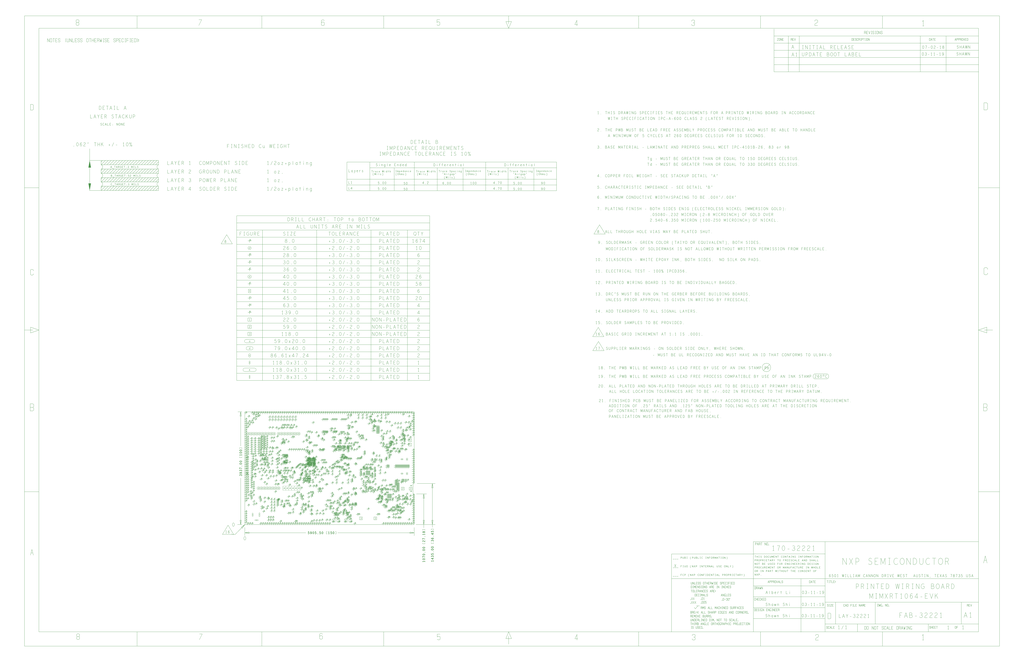
<source format=gbr>
G04 ================== begin FILE IDENTIFICATION RECORD ==================*
G04 Layout Name:  LAY-32221_A1.brd*
G04 Film Name:    FAB.art*
G04 File Format:  Gerber RS274X*
G04 File Origin:  Cadence Allegro 16.6-2015-S103*
G04 Origin Date:  Mon Mar 11 10:16:28 2019*
G04 *
G04 Layer:  MANUFACTURING/XSECTION_CHART*
G04 Layer:  BOARD GEOMETRY/FABRICATION_NOTES*
G04 Layer:  MANUFACTURING/D_SIZE_PG1*
G04 Layer:  MANUFACTURING/DETAILS*
G04 Layer:  MANUFACTURING/NCLEGEND-1-4*
G04 Layer:  DRAWING FORMAT/TITLE_DATA*
G04 Layer:  BOARD GEOMETRY/OUTLINE*
G04 Layer:  BOARD GEOMETRY/DIMENSION*
G04 *
G04 Offset:    (0.00 0.00)*
G04 Mirror:    No*
G04 Mode:      Positive*
G04 Rotation:  0*
G04 FullContactRelief:  No*
G04 UndefLineWidth:     6.00*
G04 ================== end FILE IDENTIFICATION RECORD ====================*
%FSLAX55Y55*MOIN*%
%IR0*IPPOS*OFA0.00000B0.00000*MIA0B0*SFA1.00000B1.00000*%
%AMMACRO42*
1,1,.006,.05,.05*
20,1,.006,.05,.05,.05,-.05,0.0*
1,1,.006,.05,-.05*
20,1,.006,.05,-.05,-.05,-.05,0.0*
1,1,.006,-.05,-.05*
20,1,.006,-.05,-.05,-.05,.05,0.0*
1,1,.006,-.05,.05*
20,1,.006,-.05,.05,.05,.05,0.0*
1,1,.006,.05,.05*
1,1,.006,0.0,-.025*
20,1,.006,0.0,-.025,0.0,.025,0.0*
1,1,.006,0.0,.025*
20,1,.006,0.0,.025,-.01,.015,0.0*
1,1,.006,-.01,.015*
1,1,.006,-.01,-.025*
20,1,.006,-.01,-.025,.01,-.025,0.0*
1,1,.006,.01,-.025*
%
%ADD42MACRO42*%
%AMMACRO17*
1,1,.006,.05,0.0*
20,1,.006,.05,0.0,.04924,-.008682,0.0*
1,1,.006,.04924,-.008682*
20,1,.006,.04924,-.008682,.046985,-.017101,0.0*
1,1,.006,.046985,-.017101*
20,1,.006,.046985,-.017101,.043301,-.025,0.0*
1,1,.006,.043301,-.025*
20,1,.006,.043301,-.025,.038302,-.032139,0.0*
1,1,.006,.038302,-.032139*
20,1,.006,.038302,-.032139,.032139,-.038302,0.0*
1,1,.006,.032139,-.038302*
20,1,.006,.032139,-.038302,.025,-.043301,0.0*
1,1,.006,.025,-.043301*
20,1,.006,.025,-.043301,.017101,-.046985,0.0*
1,1,.006,.017101,-.046985*
20,1,.006,.017101,-.046985,.008682,-.04924,0.0*
1,1,.006,.008682,-.04924*
20,1,.006,.008682,-.04924,0.0,-.05,0.0*
1,1,.006,0.0,-.05*
20,1,.006,0.0,-.05,-.008682,-.04924,0.0*
1,1,.006,-.008682,-.04924*
20,1,.006,-.008682,-.04924,-.017101,-.046985,0.0*
1,1,.006,-.017101,-.046985*
20,1,.006,-.017101,-.046985,-.025,-.043301,0.0*
1,1,.006,-.025,-.043301*
20,1,.006,-.025,-.043301,-.032139,-.038302,0.0*
1,1,.006,-.032139,-.038302*
20,1,.006,-.032139,-.038302,-.038302,-.032139,0.0*
1,1,.006,-.038302,-.032139*
20,1,.006,-.038302,-.032139,-.043301,-.025,0.0*
1,1,.006,-.043301,-.025*
20,1,.006,-.043301,-.025,-.046985,-.017101,0.0*
1,1,.006,-.046985,-.017101*
20,1,.006,-.046985,-.017101,-.04924,-.008682,0.0*
1,1,.006,-.04924,-.008682*
20,1,.006,-.04924,-.008682,-.05,0.0,0.0*
1,1,.006,-.05,0.0*
20,1,.006,-.05,0.0,-.04924,.008682,0.0*
1,1,.006,-.04924,.008682*
20,1,.006,-.04924,.008682,-.046985,.017101,0.0*
1,1,.006,-.046985,.017101*
20,1,.006,-.046985,.017101,-.043301,.025,0.0*
1,1,.006,-.043301,.025*
20,1,.006,-.043301,.025,-.038302,.032139,0.0*
1,1,.006,-.038302,.032139*
20,1,.006,-.038302,.032139,-.032139,.038302,0.0*
1,1,.006,-.032139,.038302*
20,1,.006,-.032139,.038302,-.025,.043301,0.0*
1,1,.006,-.025,.043301*
20,1,.006,-.025,.043301,-.017101,.046985,0.0*
1,1,.006,-.017101,.046985*
20,1,.006,-.017101,.046985,-.008682,.04924,0.0*
1,1,.006,-.008682,.04924*
20,1,.006,-.008682,.04924,0.0,.05,0.0*
1,1,.006,0.0,.05*
20,1,.006,0.0,.05,.008682,.04924,0.0*
1,1,.006,.008682,.04924*
20,1,.006,.008682,.04924,.017101,.046985,0.0*
1,1,.006,.017101,.046985*
20,1,.006,.017101,.046985,.025,.043301,0.0*
1,1,.006,.025,.043301*
20,1,.006,.025,.043301,.032139,.038302,0.0*
1,1,.006,.032139,.038302*
20,1,.006,.032139,.038302,.038302,.032139,0.0*
1,1,.006,.038302,.032139*
20,1,.006,.038302,.032139,.043301,.025,0.0*
1,1,.006,.043301,.025*
20,1,.006,.043301,.025,.046985,.017101,0.0*
1,1,.006,.046985,.017101*
20,1,.006,.046985,.017101,.04924,.008682,0.0*
1,1,.006,.04924,.008682*
20,1,.006,.04924,.008682,.05,0.0,0.0*
1,1,.006,.05,0.0*
1,1,.006,.01,-.025*
20,1,.006,.01,-.025,.01,.025,0.0*
1,1,.006,.01,.025*
20,1,.006,.01,.025,-.02083,-.01083,0.0*
1,1,.006,-.02083,-.01083*
20,1,.006,-.02083,-.01083,.02083,-.01083,0.0*
1,1,.006,.02083,-.01083*
%
%ADD17MACRO17*%
%AMMACRO47*
1,1,.006,.05,.05*
20,1,.006,.05,.05,.05,-.05,0.0*
1,1,.006,.05,-.05*
20,1,.006,.05,-.05,-.05,-.05,0.0*
1,1,.006,-.05,-.05*
20,1,.006,-.05,-.05,-.05,.05,0.0*
1,1,.006,-.05,.05*
20,1,.006,-.05,.05,.05,.05,0.0*
1,1,.006,.05,.05*
1,1,.006,-.01583,.01667*
20,1,.006,-.01583,.01667,-.01083,.02167,0.0*
1,1,.006,-.01083,.02167*
20,1,.006,-.01083,.02167,-.005,.02417,0.0*
1,1,.006,-.005,.02417*
20,1,.006,-.005,.02417,.00167,.025,0.0*
1,1,.006,.00167,.025*
20,1,.006,.00167,.025,.01,.02333,0.0*
1,1,.006,.01,.02333*
20,1,.006,.01,.02333,.01583,.01917,0.0*
1,1,.006,.01583,.01917*
20,1,.006,.01583,.01917,.0175,.01417,0.0*
1,1,.006,.0175,.01417*
20,1,.006,.0175,.01417,.01667,.00917,0.0*
1,1,.006,.01667,.00917*
20,1,.006,.01667,.00917,.01333,.005,0.0*
1,1,.006,.01333,.005*
20,1,.006,.01333,.005,-.00333,-.00333,0.0*
1,1,.006,-.00333,-.00333*
20,1,.006,-.00333,-.00333,-.01083,-.00917,0.0*
1,1,.006,-.01083,-.00917*
20,1,.006,-.01083,-.00917,-.01583,-.0175,0.0*
1,1,.006,-.01583,-.0175*
20,1,.006,-.01583,-.0175,-.0175,-.025,0.0*
1,1,.006,-.0175,-.025*
20,1,.006,-.0175,-.025,.0175,-.025,0.0*
1,1,.006,.0175,-.025*
%
%ADD47MACRO47*%
%AMMACRO43*
1,1,.006,.05,.05*
20,1,.006,.05,.05,.05,-.05,0.0*
1,1,.006,.05,-.05*
20,1,.006,.05,-.05,-.05,-.05,0.0*
1,1,.006,-.05,-.05*
20,1,.006,-.05,-.05,-.05,.05,0.0*
1,1,.006,-.05,.05*
20,1,.006,-.05,.05,.05,.05,0.0*
1,1,.006,.05,.05*
1,1,.006,-.01833,-.015*
20,1,.006,-.01833,-.015,-.01333,-.02083,0.0*
1,1,.006,-.01333,-.02083*
20,1,.006,-.01333,-.02083,-.00667,-.02417,0.0*
1,1,.006,-.00667,-.02417*
20,1,.006,-.00667,-.02417,.00083,-.025,0.0*
1,1,.006,.00083,-.025*
20,1,.006,.00083,-.025,.0075,-.02417,0.0*
1,1,.006,.0075,-.02417*
20,1,.006,.0075,-.02417,.01417,-.02,0.0*
1,1,.006,.01417,-.02*
20,1,.006,.01417,-.02,.01833,-.015,0.0*
1,1,.006,.01833,-.015*
20,1,.006,.01833,-.015,.01917,-.01,0.0*
1,1,.006,.01917,-.01*
20,1,.006,.01917,-.01,.0175,-.00417,0.0*
1,1,.006,.0175,-.00417*
20,1,.006,.0175,-.00417,.01167,0.0,0.0*
1,1,.006,.01167,0.0*
20,1,.006,.01167,0.0,.00583,.00167,0.0*
1,1,.006,.00583,.00167*
20,1,.006,.00583,.00167,-.00167,.00167,0.0*
1,1,.006,-.00167,.00167*
1,1,.006,.00583,.00167*
20,1,.006,.00583,.00167,.01083,.00417,0.0*
1,1,.006,.01083,.00417*
20,1,.006,.01083,.00417,.015,.00833,0.0*
1,1,.006,.015,.00833*
20,1,.006,.015,.00833,.01667,.01333,0.0*
1,1,.006,.01667,.01333*
20,1,.006,.01667,.01333,.015,.01833,0.0*
1,1,.006,.015,.01833*
20,1,.006,.015,.01833,.01083,.0225,0.0*
1,1,.006,.01083,.0225*
20,1,.006,.01083,.0225,.00333,.025,0.0*
1,1,.006,.00333,.025*
20,1,.006,.00333,.025,-.00417,.02417,0.0*
1,1,.006,-.00417,.02417*
20,1,.006,-.00417,.02417,-.01167,.02083,0.0*
1,1,.006,-.01167,.02083*
%
%ADD43MACRO43*%
%AMMACRO29*
1,1,.006,.06,0.0*
20,1,.006,.06,0.0,.059088,-.010419,0.0*
1,1,.006,.059088,-.010419*
20,1,.006,.059088,-.010419,.056382,-.020521,0.0*
1,1,.006,.056382,-.020521*
20,1,.006,.056382,-.020521,.051962,-.03,0.0*
1,1,.006,.051962,-.03*
20,1,.006,.051962,-.03,.045963,-.038567,0.0*
1,1,.006,.045963,-.038567*
20,1,.006,.045963,-.038567,.038567,-.045963,0.0*
1,1,.006,.038567,-.045963*
20,1,.006,.038567,-.045963,.03,-.051962,0.0*
1,1,.006,.03,-.051962*
20,1,.006,.03,-.051962,.020521,-.056382,0.0*
1,1,.006,.020521,-.056382*
20,1,.006,.020521,-.056382,.010419,-.059088,0.0*
1,1,.006,.010419,-.059088*
20,1,.006,.010419,-.059088,0.0,-.06,0.0*
1,1,.006,0.0,-.06*
20,1,.006,0.0,-.06,-.010419,-.059088,0.0*
1,1,.006,-.010419,-.059088*
20,1,.006,-.010419,-.059088,-.020521,-.056382,0.0*
1,1,.006,-.020521,-.056382*
20,1,.006,-.020521,-.056382,-.03,-.051962,0.0*
1,1,.006,-.03,-.051962*
20,1,.006,-.03,-.051962,-.038567,-.045963,0.0*
1,1,.006,-.038567,-.045963*
20,1,.006,-.038567,-.045963,-.045963,-.038567,0.0*
1,1,.006,-.045963,-.038567*
20,1,.006,-.045963,-.038567,-.051962,-.03,0.0*
1,1,.006,-.051962,-.03*
20,1,.006,-.051962,-.03,-.056382,-.020521,0.0*
1,1,.006,-.056382,-.020521*
20,1,.006,-.056382,-.020521,-.059088,-.010419,0.0*
1,1,.006,-.059088,-.010419*
20,1,.006,-.059088,-.010419,-.06,0.0,0.0*
1,1,.006,-.06,0.0*
20,1,.006,-.06,0.0,-.059088,.010419,0.0*
1,1,.006,-.059088,.010419*
20,1,.006,-.059088,.010419,-.056382,.020521,0.0*
1,1,.006,-.056382,.020521*
20,1,.006,-.056382,.020521,-.051962,.03,0.0*
1,1,.006,-.051962,.03*
20,1,.006,-.051962,.03,-.045963,.038567,0.0*
1,1,.006,-.045963,.038567*
20,1,.006,-.045963,.038567,-.038567,.045963,0.0*
1,1,.006,-.038567,.045963*
20,1,.006,-.038567,.045963,-.03,.051962,0.0*
1,1,.006,-.03,.051962*
20,1,.006,-.03,.051962,-.020521,.056382,0.0*
1,1,.006,-.020521,.056382*
20,1,.006,-.020521,.056382,-.010419,.059088,0.0*
1,1,.006,-.010419,.059088*
20,1,.006,-.010419,.059088,0.0,.06,0.0*
1,1,.006,0.0,.06*
20,1,.006,0.0,.06,.010419,.059088,0.0*
1,1,.006,.010419,.059088*
20,1,.006,.010419,.059088,.020521,.056382,0.0*
1,1,.006,.020521,.056382*
20,1,.006,.020521,.056382,.03,.051962,0.0*
1,1,.006,.03,.051962*
20,1,.006,.03,.051962,.038567,.045963,0.0*
1,1,.006,.038567,.045963*
20,1,.006,.038567,.045963,.045963,.038567,0.0*
1,1,.006,.045963,.038567*
20,1,.006,.045963,.038567,.051962,.03,0.0*
1,1,.006,.051962,.03*
20,1,.006,.051962,.03,.056382,.020521,0.0*
1,1,.006,.056382,.020521*
20,1,.006,.056382,.020521,.059088,.010419,0.0*
1,1,.006,.059088,.010419*
20,1,.006,.059088,.010419,.06,0.0,0.0*
1,1,.006,.06,0.0*
1,1,.006,.012,-.03*
20,1,.006,.012,-.03,.012,.03,0.0*
1,1,.006,.012,.03*
20,1,.006,.012,.03,-.025,-.013,0.0*
1,1,.006,-.025,-.013*
20,1,.006,-.025,-.013,.025,-.013,0.0*
1,1,.006,.025,-.013*
%
%ADD29MACRO29*%
%AMMACRO23*
1,1,.006,.06,.06*
20,1,.006,.06,.06,.06,-.06,0.0*
1,1,.006,.06,-.06*
20,1,.006,.06,-.06,-.06,-.06,0.0*
1,1,.006,-.06,-.06*
20,1,.006,-.06,-.06,-.06,.06,0.0*
1,1,.006,-.06,.06*
20,1,.006,-.06,.06,.06,.06,0.0*
1,1,.006,.06,.06*
1,1,.006,0.0,-.03*
20,1,.006,0.0,-.03,0.0,.03,0.0*
1,1,.006,0.0,.03*
20,1,.006,0.0,.03,-.012,.018,0.0*
1,1,.006,-.012,.018*
1,1,.006,-.012,-.03*
20,1,.006,-.012,-.03,.012,-.03,0.0*
1,1,.006,.012,-.03*
%
%ADD23MACRO23*%
%AMMACRO22*
1,1,.006,.06,.06*
20,1,.006,.06,.06,.06,-.06,0.0*
1,1,.006,.06,-.06*
20,1,.006,.06,-.06,-.06,-.06,0.0*
1,1,.006,-.06,-.06*
20,1,.006,-.06,-.06,-.06,.06,0.0*
1,1,.006,-.06,.06*
20,1,.006,-.06,.06,.06,.06,0.0*
1,1,.006,.06,.06*
1,1,.006,-.019,.02*
20,1,.006,-.019,.02,-.013,.026,0.0*
1,1,.006,-.013,.026*
20,1,.006,-.013,.026,-.006,.029,0.0*
1,1,.006,-.006,.029*
20,1,.006,-.006,.029,.002,.03,0.0*
1,1,.006,.002,.03*
20,1,.006,.002,.03,.012,.028,0.0*
1,1,.006,.012,.028*
20,1,.006,.012,.028,.019,.023,0.0*
1,1,.006,.019,.023*
20,1,.006,.019,.023,.021,.017,0.0*
1,1,.006,.021,.017*
20,1,.006,.021,.017,.02,.011,0.0*
1,1,.006,.02,.011*
20,1,.006,.02,.011,.016,.006,0.0*
1,1,.006,.016,.006*
20,1,.006,.016,.006,-.004,-.004,0.0*
1,1,.006,-.004,-.004*
20,1,.006,-.004,-.004,-.013,-.011,0.0*
1,1,.006,-.013,-.011*
20,1,.006,-.013,-.011,-.019,-.021,0.0*
1,1,.006,-.019,-.021*
20,1,.006,-.019,-.021,-.021,-.03,0.0*
1,1,.006,-.021,-.03*
20,1,.006,-.021,-.03,.021,-.03,0.0*
1,1,.006,.021,-.03*
%
%ADD22MACRO22*%
%AMMACRO14*
1,1,.006,-.117,.06*
20,1,.006,-.117,.06,.117,.06,0.0*
1,1,.006,.117,.06*
20,1,.006,.117,.06,.127419,.059088,0.0*
1,1,.006,.127419,.059088*
20,1,.006,.127419,.059088,.137521,.056382,0.0*
1,1,.006,.137521,.056382*
20,1,.006,.137521,.056382,.147,.051962,0.0*
1,1,.006,.147,.051962*
20,1,.006,.147,.051962,.155567,.045963,0.0*
1,1,.006,.155567,.045963*
20,1,.006,.155567,.045963,.162963,.038567,0.0*
1,1,.006,.162963,.038567*
20,1,.006,.162963,.038567,.168962,.03,0.0*
1,1,.006,.168962,.03*
20,1,.006,.168962,.03,.173382,.020521,0.0*
1,1,.006,.173382,.020521*
20,1,.006,.173382,.020521,.176088,.010419,0.0*
1,1,.006,.176088,.010419*
20,1,.006,.176088,.010419,.177,0.0,0.0*
1,1,.006,.177,0.0*
20,1,.006,.177,0.0,.176088,-.010419,0.0*
1,1,.006,.176088,-.010419*
20,1,.006,.176088,-.010419,.173382,-.020521,0.0*
1,1,.006,.173382,-.020521*
20,1,.006,.173382,-.020521,.168962,-.03,0.0*
1,1,.006,.168962,-.03*
20,1,.006,.168962,-.03,.162963,-.038567,0.0*
1,1,.006,.162963,-.038567*
20,1,.006,.162963,-.038567,.155567,-.045963,0.0*
1,1,.006,.155567,-.045963*
20,1,.006,.155567,-.045963,.147,-.051962,0.0*
1,1,.006,.147,-.051962*
20,1,.006,.147,-.051962,.137521,-.056382,0.0*
1,1,.006,.137521,-.056382*
20,1,.006,.137521,-.056382,.127419,-.059088,0.0*
1,1,.006,.127419,-.059088*
20,1,.006,.127419,-.059088,.117,-.06,0.0*
1,1,.006,.117,-.06*
20,1,.006,.117,-.06,-.117,-.06,0.0*
1,1,.006,-.117,-.06*
20,1,.006,-.117,-.06,-.127419,-.059088,0.0*
1,1,.006,-.127419,-.059088*
20,1,.006,-.127419,-.059088,-.137521,-.056382,0.0*
1,1,.006,-.137521,-.056382*
20,1,.006,-.137521,-.056382,-.147,-.051962,0.0*
1,1,.006,-.147,-.051962*
20,1,.006,-.147,-.051962,-.155567,-.045963,0.0*
1,1,.006,-.155567,-.045963*
20,1,.006,-.155567,-.045963,-.162963,-.038567,0.0*
1,1,.006,-.162963,-.038567*
20,1,.006,-.162963,-.038567,-.168962,-.03,0.0*
1,1,.006,-.168962,-.03*
20,1,.006,-.168962,-.03,-.173382,-.020521,0.0*
1,1,.006,-.173382,-.020521*
20,1,.006,-.173382,-.020521,-.176088,-.010419,0.0*
1,1,.006,-.176088,-.010419*
20,1,.006,-.176088,-.010419,-.177,0.0,0.0*
1,1,.006,-.177,0.0*
20,1,.006,-.177,0.0,-.176088,.010419,0.0*
1,1,.006,-.176088,.010419*
20,1,.006,-.176088,.010419,-.173382,.020521,0.0*
1,1,.006,-.173382,.020521*
20,1,.006,-.173382,.020521,-.168962,.03,0.0*
1,1,.006,-.168962,.03*
20,1,.006,-.168962,.03,-.162963,.038567,0.0*
1,1,.006,-.162963,.038567*
20,1,.006,-.162963,.038567,-.155567,.045963,0.0*
1,1,.006,-.155567,.045963*
20,1,.006,-.155567,.045963,-.147,.051962,0.0*
1,1,.006,-.147,.051962*
20,1,.006,-.147,.051962,-.137521,.056382,0.0*
1,1,.006,-.137521,.056382*
20,1,.006,-.137521,.056382,-.127419,.059088,0.0*
1,1,.006,-.127419,.059088*
20,1,.006,-.127419,.059088,-.117,.06,0.0*
1,1,.006,-.117,.06*
1,1,.006,.018,-.03*
20,1,.006,.018,-.03,.018,.01,0.0*
1,1,.006,.018,.01*
1,1,.006,.018,.003*
20,1,.006,.018,.003,.014,.007,0.0*
1,1,.006,.014,.007*
20,1,.006,.014,.007,.008,.009,0.0*
1,1,.006,.008,.009*
20,1,.006,.008,.009,.001,.01,0.0*
1,1,.006,.001,.01*
20,1,.006,.001,.01,-.006,.008,0.0*
1,1,.006,-.006,.008*
20,1,.006,-.006,.008,-.012,.004,0.0*
1,1,.006,-.012,.004*
20,1,.006,-.012,.004,-.016,-.002,0.0*
1,1,.006,-.016,-.002*
20,1,.006,-.016,-.002,-.018,-.01,0.0*
1,1,.006,-.018,-.01*
20,1,.006,-.018,-.01,-.016,-.018,0.0*
1,1,.006,-.016,-.018*
20,1,.006,-.016,-.018,-.012,-.024,0.0*
1,1,.006,-.012,-.024*
20,1,.006,-.012,-.024,-.006,-.028,0.0*
1,1,.006,-.006,-.028*
20,1,.006,-.006,-.028,.001,-.03,0.0*
1,1,.006,.001,-.03*
20,1,.006,.001,-.03,.008,-.029,0.0*
1,1,.006,.008,-.029*
20,1,.006,.008,-.029,.014,-.026,0.0*
1,1,.006,.014,-.026*
20,1,.006,.014,-.026,.018,-.022,0.0*
1,1,.006,.018,-.022*
%
%ADD14MACRO14*%
%AMMACRO21*
1,1,.006,.06,.06*
20,1,.006,.06,.06,.06,-.06,0.0*
1,1,.006,.06,-.06*
20,1,.006,.06,-.06,-.06,-.06,0.0*
1,1,.006,-.06,-.06*
20,1,.006,-.06,-.06,-.06,.06,0.0*
1,1,.006,-.06,.06*
20,1,.006,-.06,.06,.06,.06,0.0*
1,1,.006,.06,.06*
1,1,.006,-.022,-.018*
20,1,.006,-.022,-.018,-.016,-.025,0.0*
1,1,.006,-.016,-.025*
20,1,.006,-.016,-.025,-.008,-.029,0.0*
1,1,.006,-.008,-.029*
20,1,.006,-.008,-.029,.001,-.03,0.0*
1,1,.006,.001,-.03*
20,1,.006,.001,-.03,.009,-.029,0.0*
1,1,.006,.009,-.029*
20,1,.006,.009,-.029,.017,-.024,0.0*
1,1,.006,.017,-.024*
20,1,.006,.017,-.024,.022,-.018,0.0*
1,1,.006,.022,-.018*
20,1,.006,.022,-.018,.023,-.012,0.0*
1,1,.006,.023,-.012*
20,1,.006,.023,-.012,.021,-.005,0.0*
1,1,.006,.021,-.005*
20,1,.006,.021,-.005,.014,0.0,0.0*
1,1,.006,.014,0.0*
20,1,.006,.014,0.0,.007,.002,0.0*
1,1,.006,.007,.002*
20,1,.006,.007,.002,-.002,.002,0.0*
1,1,.006,-.002,.002*
1,1,.006,.007,.002*
20,1,.006,.007,.002,.013,.005,0.0*
1,1,.006,.013,.005*
20,1,.006,.013,.005,.018,.01,0.0*
1,1,.006,.018,.01*
20,1,.006,.018,.01,.02,.016,0.0*
1,1,.006,.02,.016*
20,1,.006,.02,.016,.018,.022,0.0*
1,1,.006,.018,.022*
20,1,.006,.018,.022,.013,.027,0.0*
1,1,.006,.013,.027*
20,1,.006,.013,.027,.004,.03,0.0*
1,1,.006,.004,.03*
20,1,.006,.004,.03,-.005,.029,0.0*
1,1,.006,-.005,.029*
20,1,.006,-.005,.029,-.014,.025,0.0*
1,1,.006,-.014,.025*
%
%ADD21MACRO21*%
%AMMACRO13*
1,1,.006,-.0585,.06*
20,1,.006,-.0585,.06,.0585,.06,0.0*
1,1,.006,.0585,.06*
20,1,.006,.0585,.06,.068919,.059088,0.0*
1,1,.006,.068919,.059088*
20,1,.006,.068919,.059088,.079021,.056382,0.0*
1,1,.006,.079021,.056382*
20,1,.006,.079021,.056382,.0885,.051962,0.0*
1,1,.006,.0885,.051962*
20,1,.006,.0885,.051962,.097067,.045963,0.0*
1,1,.006,.097067,.045963*
20,1,.006,.097067,.045963,.104463,.038567,0.0*
1,1,.006,.104463,.038567*
20,1,.006,.104463,.038567,.110462,.03,0.0*
1,1,.006,.110462,.03*
20,1,.006,.110462,.03,.114882,.020521,0.0*
1,1,.006,.114882,.020521*
20,1,.006,.114882,.020521,.117588,.010419,0.0*
1,1,.006,.117588,.010419*
20,1,.006,.117588,.010419,.1185,0.0,0.0*
1,1,.006,.1185,0.0*
20,1,.006,.1185,0.0,.117588,-.010419,0.0*
1,1,.006,.117588,-.010419*
20,1,.006,.117588,-.010419,.114882,-.020521,0.0*
1,1,.006,.114882,-.020521*
20,1,.006,.114882,-.020521,.110462,-.03,0.0*
1,1,.006,.110462,-.03*
20,1,.006,.110462,-.03,.104463,-.038567,0.0*
1,1,.006,.104463,-.038567*
20,1,.006,.104463,-.038567,.097067,-.045963,0.0*
1,1,.006,.097067,-.045963*
20,1,.006,.097067,-.045963,.0885,-.051962,0.0*
1,1,.006,.0885,-.051962*
20,1,.006,.0885,-.051962,.079021,-.056382,0.0*
1,1,.006,.079021,-.056382*
20,1,.006,.079021,-.056382,.068919,-.059088,0.0*
1,1,.006,.068919,-.059088*
20,1,.006,.068919,-.059088,.0585,-.06,0.0*
1,1,.006,.0585,-.06*
20,1,.006,.0585,-.06,-.0585,-.06,0.0*
1,1,.006,-.0585,-.06*
20,1,.006,-.0585,-.06,-.068919,-.059088,0.0*
1,1,.006,-.068919,-.059088*
20,1,.006,-.068919,-.059088,-.079021,-.056382,0.0*
1,1,.006,-.079021,-.056382*
20,1,.006,-.079021,-.056382,-.0885,-.051962,0.0*
1,1,.006,-.0885,-.051962*
20,1,.006,-.0885,-.051962,-.097067,-.045963,0.0*
1,1,.006,-.097067,-.045963*
20,1,.006,-.097067,-.045963,-.104463,-.038567,0.0*
1,1,.006,-.104463,-.038567*
20,1,.006,-.104463,-.038567,-.110462,-.03,0.0*
1,1,.006,-.110462,-.03*
20,1,.006,-.110462,-.03,-.114882,-.020521,0.0*
1,1,.006,-.114882,-.020521*
20,1,.006,-.114882,-.020521,-.117588,-.010419,0.0*
1,1,.006,-.117588,-.010419*
20,1,.006,-.117588,-.010419,-.1185,0.0,0.0*
1,1,.006,-.1185,0.0*
20,1,.006,-.1185,0.0,-.117588,.010419,0.0*
1,1,.006,-.117588,.010419*
20,1,.006,-.117588,.010419,-.114882,.020521,0.0*
1,1,.006,-.114882,.020521*
20,1,.006,-.114882,.020521,-.110462,.03,0.0*
1,1,.006,-.110462,.03*
20,1,.006,-.110462,.03,-.104463,.038567,0.0*
1,1,.006,-.104463,.038567*
20,1,.006,-.104463,.038567,-.097067,.045963,0.0*
1,1,.006,-.097067,.045963*
20,1,.006,-.097067,.045963,-.0885,.051962,0.0*
1,1,.006,-.0885,.051962*
20,1,.006,-.0885,.051962,-.079021,.056382,0.0*
1,1,.006,-.079021,.056382*
20,1,.006,-.079021,.056382,-.068919,.059088,0.0*
1,1,.006,-.068919,.059088*
20,1,.006,-.068919,.059088,-.0585,.06,0.0*
1,1,.006,-.0585,.06*
1,1,.006,.018,.03*
20,1,.006,.018,.03,.018,-.03,0.0*
1,1,.006,.018,-.03*
1,1,.006,.018,-.021*
20,1,.006,.018,-.021,.014,-.026,0.0*
1,1,.006,.014,-.026*
20,1,.006,.014,-.026,.008,-.029,0.0*
1,1,.006,.008,-.029*
20,1,.006,.008,-.029,.001,-.03,0.0*
1,1,.006,.001,-.03*
20,1,.006,.001,-.03,-.007,-.028,0.0*
1,1,.006,-.007,-.028*
20,1,.006,-.007,-.028,-.013,-.023,0.0*
1,1,.006,-.013,-.023*
20,1,.006,-.013,-.023,-.017,-.017,0.0*
1,1,.006,-.017,-.017*
20,1,.006,-.017,-.017,-.018,-.01,0.0*
1,1,.006,-.018,-.01*
20,1,.006,-.018,-.01,-.017,-.003,0.0*
1,1,.006,-.017,-.003*
20,1,.006,-.017,-.003,-.013,.003,0.0*
1,1,.006,-.013,.003*
20,1,.006,-.013,.003,-.007,.008,0.0*
1,1,.006,-.007,.008*
20,1,.006,-.007,.008,.001,.01,0.0*
1,1,.006,.001,.01*
20,1,.006,.001,.01,.008,.009,0.0*
1,1,.006,.008,.009*
20,1,.006,.008,.009,.013,.007,0.0*
1,1,.006,.013,.007*
20,1,.006,.013,.007,.018,.003,0.0*
1,1,.006,.018,.003*
%
%ADD13MACRO13*%
%AMMACRO41*
1,1,.006,.05,.075*
20,1,.006,.05,.075,.05,-.075,0.0*
1,1,.006,.05,-.075*
20,1,.006,.05,-.075,-.05,-.075,0.0*
1,1,.006,-.05,-.075*
20,1,.006,-.05,-.075,-.05,.075,0.0*
1,1,.006,-.05,.075*
20,1,.006,-.05,.075,.05,.075,0.0*
1,1,.006,.05,.075*
1,1,.006,.01,-.025*
20,1,.006,.01,-.025,.01,.025,0.0*
1,1,.006,.01,.025*
20,1,.006,.01,.025,-.02083,-.01083,0.0*
1,1,.006,-.02083,-.01083*
20,1,.006,-.02083,-.01083,.02083,-.01083,0.0*
1,1,.006,.02083,-.01083*
%
%ADD41MACRO41*%
%AMMACRO49*
1,1,.006,-.0195,.01*
20,1,.006,-.0195,.01,.0195,.01,0.0*
1,1,.006,.0195,.01*
20,1,.006,.0195,.01,.021236,.009848,0.0*
1,1,.006,.021236,.009848*
20,1,.006,.021236,.009848,.02292,.009397,0.0*
1,1,.006,.02292,.009397*
20,1,.006,.02292,.009397,.0245,.00866,0.0*
1,1,.006,.0245,.00866*
20,1,.006,.0245,.00866,.025928,.00766,0.0*
1,1,.006,.025928,.00766*
20,1,.006,.025928,.00766,.02716,.006428,0.0*
1,1,.006,.02716,.006428*
20,1,.006,.02716,.006428,.02816,.005,0.0*
1,1,.006,.02816,.005*
20,1,.006,.02816,.005,.028897,.00342,0.0*
1,1,.006,.028897,.00342*
20,1,.006,.028897,.00342,.029348,.001736,0.0*
1,1,.006,.029348,.001736*
20,1,.006,.029348,.001736,.0295,0.0,0.0*
1,1,.006,.0295,0.0*
20,1,.006,.0295,0.0,.029348,-.001736,0.0*
1,1,.006,.029348,-.001736*
20,1,.006,.029348,-.001736,.028897,-.00342,0.0*
1,1,.006,.028897,-.00342*
20,1,.006,.028897,-.00342,.02816,-.005,0.0*
1,1,.006,.02816,-.005*
20,1,.006,.02816,-.005,.02716,-.006428,0.0*
1,1,.006,.02716,-.006428*
20,1,.006,.02716,-.006428,.025928,-.00766,0.0*
1,1,.006,.025928,-.00766*
20,1,.006,.025928,-.00766,.0245,-.00866,0.0*
1,1,.006,.0245,-.00866*
20,1,.006,.0245,-.00866,.02292,-.009397,0.0*
1,1,.006,.02292,-.009397*
20,1,.006,.02292,-.009397,.021236,-.009848,0.0*
1,1,.006,.021236,-.009848*
20,1,.006,.021236,-.009848,.0195,-.01,0.0*
1,1,.006,.0195,-.01*
20,1,.006,.0195,-.01,-.0195,-.01,0.0*
1,1,.006,-.0195,-.01*
20,1,.006,-.0195,-.01,-.021236,-.009848,0.0*
1,1,.006,-.021236,-.009848*
20,1,.006,-.021236,-.009848,-.02292,-.009397,0.0*
1,1,.006,-.02292,-.009397*
20,1,.006,-.02292,-.009397,-.0245,-.00866,0.0*
1,1,.006,-.0245,-.00866*
20,1,.006,-.0245,-.00866,-.025928,-.00766,0.0*
1,1,.006,-.025928,-.00766*
20,1,.006,-.025928,-.00766,-.02716,-.006428,0.0*
1,1,.006,-.02716,-.006428*
20,1,.006,-.02716,-.006428,-.02816,-.005,0.0*
1,1,.006,-.02816,-.005*
20,1,.006,-.02816,-.005,-.028897,-.00342,0.0*
1,1,.006,-.028897,-.00342*
20,1,.006,-.028897,-.00342,-.029348,-.001736,0.0*
1,1,.006,-.029348,-.001736*
20,1,.006,-.029348,-.001736,-.0295,0.0,0.0*
1,1,.006,-.0295,0.0*
20,1,.006,-.0295,0.0,-.029348,.001736,0.0*
1,1,.006,-.029348,.001736*
20,1,.006,-.029348,.001736,-.028897,.00342,0.0*
1,1,.006,-.028897,.00342*
20,1,.006,-.028897,.00342,-.02816,.005,0.0*
1,1,.006,-.02816,.005*
20,1,.006,-.02816,.005,-.02716,.006428,0.0*
1,1,.006,-.02716,.006428*
20,1,.006,-.02716,.006428,-.025928,.00766,0.0*
1,1,.006,-.025928,.00766*
20,1,.006,-.025928,.00766,-.0245,.00866,0.0*
1,1,.006,-.0245,.00866*
20,1,.006,-.0245,.00866,-.02292,.009397,0.0*
1,1,.006,-.02292,.009397*
20,1,.006,-.02292,.009397,-.021236,.009848,0.0*
1,1,.006,-.021236,.009848*
20,1,.006,-.021236,.009848,-.0195,.01,0.0*
1,1,.006,-.0195,.01*
1,1,.006,.003,-.005*
20,1,.006,.003,-.005,.003,.00167,0.0*
1,1,.006,.003,.00167*
1,1,.006,.003,.0005*
20,1,.006,.003,.0005,.00233,.00117,0.0*
1,1,.006,.00233,.00117*
20,1,.006,.00233,.00117,.00133,.0015,0.0*
1,1,.006,.00133,.0015*
20,1,.006,.00133,.0015,.00017,.00167,0.0*
1,1,.006,.00017,.00167*
20,1,.006,.00017,.00167,-.001,.00133,0.0*
1,1,.006,-.001,.00133*
20,1,.006,-.001,.00133,-.002,.00067,0.0*
1,1,.006,-.002,.00067*
20,1,.006,-.002,.00067,-.00267,-.00033,0.0*
1,1,.006,-.00267,-.00033*
20,1,.006,-.00267,-.00033,-.003,-.00167,0.0*
1,1,.006,-.003,-.00167*
20,1,.006,-.003,-.00167,-.00267,-.003,0.0*
1,1,.006,-.00267,-.003*
20,1,.006,-.00267,-.003,-.002,-.004,0.0*
1,1,.006,-.002,-.004*
20,1,.006,-.002,-.004,-.001,-.00467,0.0*
1,1,.006,-.001,-.00467*
20,1,.006,-.001,-.00467,.00017,-.005,0.0*
1,1,.006,.00017,-.005*
20,1,.006,.00017,-.005,.00133,-.00483,0.0*
1,1,.006,.00133,-.00483*
20,1,.006,.00133,-.00483,.00233,-.00433,0.0*
1,1,.006,.00233,-.00433*
20,1,.006,.00233,-.00433,.003,-.00367,0.0*
1,1,.006,.003,-.00367*
%
%ADD49MACRO49*%
%AMMACRO10*
1,1,.006,.05,0.0*
20,1,.006,.05,0.0,-.05,0.0,0.0*
1,1,.006,-.05,0.0*
1,1,.006,0.0,.05*
20,1,.006,0.0,.05,0.0,-.05,0.0*
1,1,.006,0.0,-.05*
1,1,.006,.00417,0.0*
20,1,.006,.00417,0.0,.025,.05,0.0*
1,1,.006,.025,.05*
20,1,.006,.025,.05,.04583,0.0,0.0*
1,1,.006,.04583,0.0*
1,1,.006,.03833,.0175*
20,1,.006,.03833,.0175,.01167,.0175,0.0*
1,1,.006,.01167,.0175*
%
%ADD10MACRO10*%
%AMMACRO38*
1,1,.006,.05,0.0*
20,1,.006,.05,0.0,-.05,0.0,0.0*
1,1,.006,-.05,0.0*
1,1,.006,0.0,.05*
20,1,.006,0.0,.05,0.0,-.05,0.0*
1,1,.006,0.0,-.05*
1,1,.006,.03167,.02667*
20,1,.006,.03167,.02667,.035,.02917,0.0*
1,1,.006,.035,.02917*
20,1,.006,.035,.02917,.0375,.03333,0.0*
1,1,.006,.0375,.03333*
20,1,.006,.0375,.03333,.03917,.03917,0.0*
1,1,.006,.03917,.03917*
20,1,.006,.03917,.03917,.0375,.04417,0.0*
1,1,.006,.0375,.04417*
20,1,.006,.0375,.04417,.03417,.0475,0.0*
1,1,.006,.03417,.0475*
20,1,.006,.03417,.0475,.02833,.05,0.0*
1,1,.006,.02833,.05*
20,1,.006,.02833,.05,.00583,.05,0.0*
1,1,.006,.00583,.05*
20,1,.006,.00583,.05,.00583,0.0,0.0*
1,1,.006,.00583,0.0*
20,1,.006,.00583,0.0,.03333,0.0,0.0*
1,1,.006,.03333,0.0*
20,1,.006,.03333,0.0,.03917,.00333,0.0*
1,1,.006,.03917,.00333*
20,1,.006,.03917,.00333,.0425,.00833,0.0*
1,1,.006,.0425,.00833*
20,1,.006,.0425,.00833,.04417,.01417,0.0*
1,1,.006,.04417,.01417*
20,1,.006,.04417,.01417,.0425,.02,0.0*
1,1,.006,.0425,.02*
20,1,.006,.0425,.02,.0375,.025,0.0*
1,1,.006,.0375,.025*
20,1,.006,.0375,.025,.03167,.02667,0.0*
1,1,.006,.03167,.02667*
20,1,.006,.03167,.02667,.00583,.02667,0.0*
1,1,.006,.00583,.02667*
%
%ADD38MACRO38*%
%AMMACRO46*
1,1,.006,-.0195,.02*
20,1,.006,-.0195,.02,.0195,.02,0.0*
1,1,.006,.0195,.02*
20,1,.006,.0195,.02,.022973,.019696,0.0*
1,1,.006,.022973,.019696*
20,1,.006,.022973,.019696,.02634,.018794,0.0*
1,1,.006,.02634,.018794*
20,1,.006,.02634,.018794,.0295,.017321,0.0*
1,1,.006,.0295,.017321*
20,1,.006,.0295,.017321,.032356,.015321,0.0*
1,1,.006,.032356,.015321*
20,1,.006,.032356,.015321,.034821,.012856,0.0*
1,1,.006,.034821,.012856*
20,1,.006,.034821,.012856,.036821,.01,0.0*
1,1,.006,.036821,.01*
20,1,.006,.036821,.01,.038294,.00684,0.0*
1,1,.006,.038294,.00684*
20,1,.006,.038294,.00684,.039196,.003473,0.0*
1,1,.006,.039196,.003473*
20,1,.006,.039196,.003473,.0395,0.0,0.0*
1,1,.006,.0395,0.0*
20,1,.006,.0395,0.0,.039196,-.003473,0.0*
1,1,.006,.039196,-.003473*
20,1,.006,.039196,-.003473,.038294,-.00684,0.0*
1,1,.006,.038294,-.00684*
20,1,.006,.038294,-.00684,.036821,-.01,0.0*
1,1,.006,.036821,-.01*
20,1,.006,.036821,-.01,.034821,-.012856,0.0*
1,1,.006,.034821,-.012856*
20,1,.006,.034821,-.012856,.032356,-.015321,0.0*
1,1,.006,.032356,-.015321*
20,1,.006,.032356,-.015321,.0295,-.017321,0.0*
1,1,.006,.0295,-.017321*
20,1,.006,.0295,-.017321,.02634,-.018794,0.0*
1,1,.006,.02634,-.018794*
20,1,.006,.02634,-.018794,.022973,-.019696,0.0*
1,1,.006,.022973,-.019696*
20,1,.006,.022973,-.019696,.0195,-.02,0.0*
1,1,.006,.0195,-.02*
20,1,.006,.0195,-.02,-.0195,-.02,0.0*
1,1,.006,-.0195,-.02*
20,1,.006,-.0195,-.02,-.022973,-.019696,0.0*
1,1,.006,-.022973,-.019696*
20,1,.006,-.022973,-.019696,-.02634,-.018794,0.0*
1,1,.006,-.02634,-.018794*
20,1,.006,-.02634,-.018794,-.0295,-.017321,0.0*
1,1,.006,-.0295,-.017321*
20,1,.006,-.0295,-.017321,-.032356,-.015321,0.0*
1,1,.006,-.032356,-.015321*
20,1,.006,-.032356,-.015321,-.034821,-.012856,0.0*
1,1,.006,-.034821,-.012856*
20,1,.006,-.034821,-.012856,-.036821,-.01,0.0*
1,1,.006,-.036821,-.01*
20,1,.006,-.036821,-.01,-.038294,-.00684,0.0*
1,1,.006,-.038294,-.00684*
20,1,.006,-.038294,-.00684,-.039196,-.003473,0.0*
1,1,.006,-.039196,-.003473*
20,1,.006,-.039196,-.003473,-.0395,0.0,0.0*
1,1,.006,-.0395,0.0*
20,1,.006,-.0395,0.0,-.039196,.003473,0.0*
1,1,.006,-.039196,.003473*
20,1,.006,-.039196,.003473,-.038294,.00684,0.0*
1,1,.006,-.038294,.00684*
20,1,.006,-.038294,.00684,-.036821,.01,0.0*
1,1,.006,-.036821,.01*
20,1,.006,-.036821,.01,-.034821,.012856,0.0*
1,1,.006,-.034821,.012856*
20,1,.006,-.034821,.012856,-.032356,.015321,0.0*
1,1,.006,-.032356,.015321*
20,1,.006,-.032356,.015321,-.0295,.017321,0.0*
1,1,.006,-.0295,.017321*
20,1,.006,-.0295,.017321,-.02634,.018794,0.0*
1,1,.006,-.02634,.018794*
20,1,.006,-.02634,.018794,-.022973,.019696,0.0*
1,1,.006,-.022973,.019696*
20,1,.006,-.022973,.019696,-.0195,.02,0.0*
1,1,.006,-.0195,.02*
1,1,.006,.006,.01*
20,1,.006,.006,.01,.006,-.01,0.0*
1,1,.006,.006,-.01*
1,1,.006,.006,-.007*
20,1,.006,.006,-.007,.00467,-.00867,0.0*
1,1,.006,.00467,-.00867*
20,1,.006,.00467,-.00867,.00267,-.00967,0.0*
1,1,.006,.00267,-.00967*
20,1,.006,.00267,-.00967,.00033,-.01,0.0*
1,1,.006,.00033,-.01*
20,1,.006,.00033,-.01,-.00233,-.00933,0.0*
1,1,.006,-.00233,-.00933*
20,1,.006,-.00233,-.00933,-.00433,-.00767,0.0*
1,1,.006,-.00433,-.00767*
20,1,.006,-.00433,-.00767,-.00567,-.00567,0.0*
1,1,.006,-.00567,-.00567*
20,1,.006,-.00567,-.00567,-.006,-.00333,0.0*
1,1,.006,-.006,-.00333*
20,1,.006,-.006,-.00333,-.00567,-.001,0.0*
1,1,.006,-.00567,-.001*
20,1,.006,-.00567,-.001,-.00433,.001,0.0*
1,1,.006,-.00433,.001*
20,1,.006,-.00433,.001,-.00233,.00267,0.0*
1,1,.006,-.00233,.00267*
20,1,.006,-.00233,.00267,.00033,.00333,0.0*
1,1,.006,.00033,.00333*
20,1,.006,.00033,.00333,.00267,.003,0.0*
1,1,.006,.00267,.003*
20,1,.006,.00267,.003,.00433,.00233,0.0*
1,1,.006,.00433,.00233*
20,1,.006,.00433,.00233,.006,.001,0.0*
1,1,.006,.006,.001*
%
%ADD46MACRO46*%
%AMMACRO45*
1,1,.006,.05,0.0*
20,1,.006,.05,0.0,-.05,0.0,0.0*
1,1,.006,-.05,0.0*
1,1,.006,0.0,.05*
20,1,.006,0.0,.05,0.0,-.05,0.0*
1,1,.006,0.0,-.05*
1,1,.006,.00667,0.0*
20,1,.006,.00667,0.0,.00667,.05,0.0*
1,1,.006,.00667,.05*
20,1,.006,.00667,.05,.02333,.05,0.0*
1,1,.006,.02333,.05*
20,1,.006,.02333,.05,.03,.0475,0.0*
1,1,.006,.03,.0475*
20,1,.006,.03,.0475,.035,.04417,0.0*
1,1,.006,.035,.04417*
20,1,.006,.035,.04417,.03917,.03917,0.0*
1,1,.006,.03917,.03917*
20,1,.006,.03917,.03917,.0425,.03333,0.0*
1,1,.006,.0425,.03333*
20,1,.006,.0425,.03333,.04333,.025,0.0*
1,1,.006,.04333,.025*
20,1,.006,.04333,.025,.0425,.01667,0.0*
1,1,.006,.0425,.01667*
20,1,.006,.0425,.01667,.03917,.01083,0.0*
1,1,.006,.03917,.01083*
20,1,.006,.03917,.01083,.035,.00583,0.0*
1,1,.006,.035,.00583*
20,1,.006,.035,.00583,.03,.0025,0.0*
1,1,.006,.03,.0025*
20,1,.006,.03,.0025,.02333,0.0,0.0*
1,1,.006,.02333,0.0*
20,1,.006,.02333,0.0,.00667,0.0,0.0*
1,1,.006,.00667,0.0*
%
%ADD45MACRO45*%
%AMMACRO37*
1,1,.006,.05,0.0*
20,1,.006,.05,0.0,-.05,0.0,0.0*
1,1,.006,-.05,0.0*
1,1,.006,0.0,.05*
20,1,.006,0.0,.05,0.0,-.05,0.0*
1,1,.006,0.0,-.05*
1,1,.006,.04167,0.0*
20,1,.006,.04167,0.0,.00833,0.0,0.0*
1,1,.006,.00833,0.0*
20,1,.006,.00833,0.0,.00833,.05,0.0*
1,1,.006,.00833,.05*
20,1,.006,.00833,.05,.04167,.05,0.0*
1,1,.006,.04167,.05*
1,1,.006,.02833,.02583*
20,1,.006,.02833,.02583,.00833,.02583,0.0*
1,1,.006,.00833,.02583*
%
%ADD37MACRO37*%
%AMMACRO34*
1,1,.006,.06,0.0*
20,1,.006,.06,0.0,-.06,0.0,0.0*
1,1,.006,-.06,0.0*
1,1,.006,0.0,.06*
20,1,.006,0.0,.06,0.0,-.06,0.0*
1,1,.006,0.0,-.06*
1,1,.006,.005,0.0*
20,1,.006,.005,0.0,.03,.06,0.0*
1,1,.006,.03,.06*
20,1,.006,.03,.06,.055,0.0,0.0*
1,1,.006,.055,0.0*
1,1,.006,.046,.021*
20,1,.006,.046,.021,.014,.021,0.0*
1,1,.006,.014,.021*
%
%ADD34MACRO34*%
%AMMACRO39*
1,1,.006,.05,0.0*
20,1,.006,.05,0.0,-.05,0.0,0.0*
1,1,.006,-.05,0.0*
1,1,.006,0.0,.05*
20,1,.006,0.0,.05,0.0,-.05,0.0*
1,1,.006,0.0,-.05*
1,1,.006,.00917,0.0*
20,1,.006,.00917,0.0,.00917,.05,0.0*
1,1,.006,.00917,.05*
20,1,.006,.00917,.05,.04083,.05,0.0*
1,1,.006,.04083,.05*
1,1,.006,.02917,.02583*
20,1,.006,.02917,.02583,.00917,.02583,0.0*
1,1,.006,.00917,.02583*
%
%ADD39MACRO39*%
%AMMACRO32*
1,1,.006,.06,0.0*
20,1,.006,.06,0.0,-.06,0.0,0.0*
1,1,.006,-.06,0.0*
1,1,.006,0.0,.06*
20,1,.006,0.0,.06,0.0,-.06,0.0*
1,1,.006,0.0,-.06*
1,1,.006,.038,.032*
20,1,.006,.038,.032,.042,.035,0.0*
1,1,.006,.042,.035*
20,1,.006,.042,.035,.045,.04,0.0*
1,1,.006,.045,.04*
20,1,.006,.045,.04,.047,.047,0.0*
1,1,.006,.047,.047*
20,1,.006,.047,.047,.045,.053,0.0*
1,1,.006,.045,.053*
20,1,.006,.045,.053,.041,.057,0.0*
1,1,.006,.041,.057*
20,1,.006,.041,.057,.034,.06,0.0*
1,1,.006,.034,.06*
20,1,.006,.034,.06,.007,.06,0.0*
1,1,.006,.007,.06*
20,1,.006,.007,.06,.007,0.0,0.0*
1,1,.006,.007,0.0*
20,1,.006,.007,0.0,.04,0.0,0.0*
1,1,.006,.04,0.0*
20,1,.006,.04,0.0,.047,.004,0.0*
1,1,.006,.047,.004*
20,1,.006,.047,.004,.051,.01,0.0*
1,1,.006,.051,.01*
20,1,.006,.051,.01,.053,.017,0.0*
1,1,.006,.053,.017*
20,1,.006,.053,.017,.051,.024,0.0*
1,1,.006,.051,.024*
20,1,.006,.051,.024,.045,.03,0.0*
1,1,.006,.045,.03*
20,1,.006,.045,.03,.038,.032,0.0*
1,1,.006,.038,.032*
20,1,.006,.038,.032,.007,.032,0.0*
1,1,.006,.007,.032*
%
%ADD32MACRO32*%
%AMMACRO40*
1,1,.006,.05,0.0*
20,1,.006,.05,0.0,-.05,0.0,0.0*
1,1,.006,-.05,0.0*
1,1,.006,0.0,.05*
20,1,.006,0.0,.05,0.0,-.05,0.0*
1,1,.006,0.0,-.05*
1,1,.006,.03,.025*
20,1,.006,.03,.025,.04667,.025,0.0*
1,1,.006,.04667,.025*
20,1,.006,.04667,.025,.04667,.01,0.0*
1,1,.006,.04667,.01*
20,1,.006,.04667,.01,.04167,.005,0.0*
1,1,.006,.04167,.005*
20,1,.006,.04167,.005,.03583,.00167,0.0*
1,1,.006,.03583,.00167*
20,1,.006,.03583,.00167,.0275,0.0,0.0*
1,1,.006,.0275,0.0*
20,1,.006,.0275,0.0,.01917,.00167,0.0*
1,1,.006,.01917,.00167*
20,1,.006,.01917,.00167,.01333,.005,0.0*
1,1,.006,.01333,.005*
20,1,.006,.01333,.005,.00833,.01,0.0*
1,1,.006,.00833,.01*
20,1,.006,.00833,.01,.005,.01583,0.0*
1,1,.006,.005,.01583*
20,1,.006,.005,.01583,.00333,.0225,0.0*
1,1,.006,.00333,.0225*
20,1,.006,.00333,.0225,.00333,.02833,0.0*
1,1,.006,.00333,.02833*
20,1,.006,.00333,.02833,.005,.03333,0.0*
1,1,.006,.005,.03333*
20,1,.006,.005,.03333,.00833,.03917,0.0*
1,1,.006,.00833,.03917*
20,1,.006,.00833,.03917,.01333,.04417,0.0*
1,1,.006,.01333,.04417*
20,1,.006,.01333,.04417,.01833,.0475,0.0*
1,1,.006,.01833,.0475*
20,1,.006,.01833,.0475,.025,.05,0.0*
1,1,.006,.025,.05*
20,1,.006,.025,.05,.03083,.05,0.0*
1,1,.006,.03083,.05*
20,1,.006,.03083,.05,.0375,.04833,0.0*
1,1,.006,.0375,.04833*
20,1,.006,.0375,.04833,.0425,.045,0.0*
1,1,.006,.0425,.045*
%
%ADD40MACRO40*%
%AMMACRO31*
1,1,.006,.06,0.0*
20,1,.006,.06,0.0,-.06,0.0,0.0*
1,1,.006,-.06,0.0*
1,1,.006,0.0,.06*
20,1,.006,0.0,.06,0.0,-.06,0.0*
1,1,.006,0.0,-.06*
1,1,.006,.008,0.0*
20,1,.006,.008,0.0,.008,.06,0.0*
1,1,.006,.008,.06*
20,1,.006,.008,.06,.028,.06,0.0*
1,1,.006,.028,.06*
20,1,.006,.028,.06,.036,.057,0.0*
1,1,.006,.036,.057*
20,1,.006,.036,.057,.042,.053,0.0*
1,1,.006,.042,.053*
20,1,.006,.042,.053,.047,.047,0.0*
1,1,.006,.047,.047*
20,1,.006,.047,.047,.051,.04,0.0*
1,1,.006,.051,.04*
20,1,.006,.051,.04,.052,.03,0.0*
1,1,.006,.052,.03*
20,1,.006,.052,.03,.051,.02,0.0*
1,1,.006,.051,.02*
20,1,.006,.051,.02,.047,.013,0.0*
1,1,.006,.047,.013*
20,1,.006,.047,.013,.042,.007,0.0*
1,1,.006,.042,.007*
20,1,.006,.042,.007,.036,.003,0.0*
1,1,.006,.036,.003*
20,1,.006,.036,.003,.028,0.0,0.0*
1,1,.006,.028,0.0*
20,1,.006,.028,0.0,.008,0.0,0.0*
1,1,.006,.008,0.0*
%
%ADD31MACRO31*%
%AMMACRO16*
1,1,.006,.05,0.0*
20,1,.006,.05,0.0,-.05,0.0,0.0*
1,1,.006,-.05,0.0*
1,1,.006,0.0,.05*
20,1,.006,0.0,.05,0.0,-.05,0.0*
1,1,.006,0.0,-.05*
1,1,.006,.0075,0.0*
20,1,.006,.0075,0.0,.0075,.05,0.0*
1,1,.006,.0075,.05*
1,1,.006,.0425,.05*
20,1,.006,.0425,.05,.0425,0.0,0.0*
1,1,.006,.0425,0.0*
1,1,.006,.0425,.025*
20,1,.006,.0425,.025,.0075,.025,0.0*
1,1,.006,.0075,.025*
%
%ADD16MACRO16*%
%AMMACRO30*
1,1,.006,.06,0.0*
20,1,.006,.06,0.0,-.06,0.0,0.0*
1,1,.006,-.06,0.0*
1,1,.006,0.0,.06*
20,1,.006,0.0,.06,0.0,-.06,0.0*
1,1,.006,0.0,-.06*
1,1,.006,.05,0.0*
20,1,.006,.05,0.0,.01,0.0,0.0*
1,1,.006,.01,0.0*
20,1,.006,.01,0.0,.01,.06,0.0*
1,1,.006,.01,.06*
20,1,.006,.01,.06,.05,.06,0.0*
1,1,.006,.05,.06*
1,1,.006,.034,.031*
20,1,.006,.034,.031,.01,.031,0.0*
1,1,.006,.01,.031*
%
%ADD30MACRO30*%
%AMMACRO28*
1,1,.006,.06,0.0*
20,1,.006,.06,0.0,-.06,0.0,0.0*
1,1,.006,-.06,0.0*
1,1,.006,0.0,.06*
20,1,.006,0.0,.06,0.0,-.06,0.0*
1,1,.006,0.0,-.06*
1,1,.006,.011,0.0*
20,1,.006,.011,0.0,.011,.06,0.0*
1,1,.006,.011,.06*
20,1,.006,.011,.06,.049,.06,0.0*
1,1,.006,.049,.06*
1,1,.006,.035,.031*
20,1,.006,.035,.031,.011,.031,0.0*
1,1,.006,.011,.031*
%
%ADD28MACRO28*%
%AMMACRO26*
1,1,.006,.06,0.0*
20,1,.006,.06,0.0,-.06,0.0,0.0*
1,1,.006,-.06,0.0*
1,1,.006,0.0,.06*
20,1,.006,0.0,.06,0.0,-.06,0.0*
1,1,.006,0.0,-.06*
1,1,.006,.036,.03*
20,1,.006,.036,.03,.056,.03,0.0*
1,1,.006,.056,.03*
20,1,.006,.056,.03,.056,.012,0.0*
1,1,.006,.056,.012*
20,1,.006,.056,.012,.05,.006,0.0*
1,1,.006,.05,.006*
20,1,.006,.05,.006,.043,.002,0.0*
1,1,.006,.043,.002*
20,1,.006,.043,.002,.033,0.0,0.0*
1,1,.006,.033,0.0*
20,1,.006,.033,0.0,.023,.002,0.0*
1,1,.006,.023,.002*
20,1,.006,.023,.002,.016,.006,0.0*
1,1,.006,.016,.006*
20,1,.006,.016,.006,.01,.012,0.0*
1,1,.006,.01,.012*
20,1,.006,.01,.012,.006,.019,0.0*
1,1,.006,.006,.019*
20,1,.006,.006,.019,.004,.027,0.0*
1,1,.006,.004,.027*
20,1,.006,.004,.027,.004,.034,0.0*
1,1,.006,.004,.034*
20,1,.006,.004,.034,.006,.04,0.0*
1,1,.006,.006,.04*
20,1,.006,.006,.04,.01,.047,0.0*
1,1,.006,.01,.047*
20,1,.006,.01,.047,.016,.053,0.0*
1,1,.006,.016,.053*
20,1,.006,.016,.053,.022,.057,0.0*
1,1,.006,.022,.057*
20,1,.006,.022,.057,.03,.06,0.0*
1,1,.006,.03,.06*
20,1,.006,.03,.06,.037,.06,0.0*
1,1,.006,.037,.06*
20,1,.006,.037,.06,.045,.058,0.0*
1,1,.006,.045,.058*
20,1,.006,.045,.058,.051,.054,0.0*
1,1,.006,.051,.054*
%
%ADD26MACRO26*%
%AMMACRO11*
1,1,.006,.05,0.0*
20,1,.006,.05,0.0,-.05,0.0,0.0*
1,1,.006,-.05,0.0*
1,1,.006,0.0,.05*
20,1,.006,0.0,.05,0.0,-.05,0.0*
1,1,.006,0.0,-.05*
1,1,.006,.00667,0.0*
20,1,.006,.00667,0.0,.00667,.05,0.0*
1,1,.006,.00667,.05*
1,1,.006,.03833,.05*
20,1,.006,.03833,.05,.00667,.01917,0.0*
1,1,.006,.00667,.01917*
1,1,.006,.04333,0.0*
20,1,.006,.04333,0.0,.02083,.03333,0.0*
1,1,.006,.02083,.03333*
%
%ADD11MACRO11*%
%AMMACRO25*
1,1,.006,.06,0.0*
20,1,.006,.06,0.0,-.06,0.0,0.0*
1,1,.006,-.06,0.0*
1,1,.006,0.0,.06*
20,1,.006,0.0,.06,0.0,-.06,0.0*
1,1,.006,0.0,-.06*
1,1,.006,.009,0.0*
20,1,.006,.009,0.0,.009,.06,0.0*
1,1,.006,.009,.06*
1,1,.006,.051,.06*
20,1,.006,.051,.06,.051,0.0,0.0*
1,1,.006,.051,0.0*
1,1,.006,.051,.03*
20,1,.006,.051,.03,.009,.03,0.0*
1,1,.006,.009,.03*
%
%ADD25MACRO25*%
%AMMACRO12*
1,1,.006,-.168385,.06*
20,1,.006,-.168385,.06,.168385,.06,0.0*
1,1,.006,.168385,.06*
20,1,.006,.168385,.06,.178804,.059088,0.0*
1,1,.006,.178804,.059088*
20,1,.006,.178804,.059088,.188906,.056382,0.0*
1,1,.006,.188906,.056382*
20,1,.006,.188906,.056382,.198385,.051962,0.0*
1,1,.006,.198385,.051962*
20,1,.006,.198385,.051962,.206952,.045963,0.0*
1,1,.006,.206952,.045963*
20,1,.006,.206952,.045963,.214348,.038567,0.0*
1,1,.006,.214348,.038567*
20,1,.006,.214348,.038567,.220347,.03,0.0*
1,1,.006,.220347,.03*
20,1,.006,.220347,.03,.224767,.020521,0.0*
1,1,.006,.224767,.020521*
20,1,.006,.224767,.020521,.227473,.010419,0.0*
1,1,.006,.227473,.010419*
20,1,.006,.227473,.010419,.228385,0.0,0.0*
1,1,.006,.228385,0.0*
20,1,.006,.228385,0.0,.227473,-.010419,0.0*
1,1,.006,.227473,-.010419*
20,1,.006,.227473,-.010419,.224767,-.020521,0.0*
1,1,.006,.224767,-.020521*
20,1,.006,.224767,-.020521,.220347,-.03,0.0*
1,1,.006,.220347,-.03*
20,1,.006,.220347,-.03,.214348,-.038567,0.0*
1,1,.006,.214348,-.038567*
20,1,.006,.214348,-.038567,.206952,-.045963,0.0*
1,1,.006,.206952,-.045963*
20,1,.006,.206952,-.045963,.198385,-.051962,0.0*
1,1,.006,.198385,-.051962*
20,1,.006,.198385,-.051962,.188906,-.056382,0.0*
1,1,.006,.188906,-.056382*
20,1,.006,.188906,-.056382,.178804,-.059088,0.0*
1,1,.006,.178804,-.059088*
20,1,.006,.178804,-.059088,.168385,-.06,0.0*
1,1,.006,.168385,-.06*
20,1,.006,.168385,-.06,-.168385,-.06,0.0*
1,1,.006,-.168385,-.06*
20,1,.006,-.168385,-.06,-.178804,-.059088,0.0*
1,1,.006,-.178804,-.059088*
20,1,.006,-.178804,-.059088,-.188906,-.056382,0.0*
1,1,.006,-.188906,-.056382*
20,1,.006,-.188906,-.056382,-.198385,-.051962,0.0*
1,1,.006,-.198385,-.051962*
20,1,.006,-.198385,-.051962,-.206952,-.045963,0.0*
1,1,.006,-.206952,-.045963*
20,1,.006,-.206952,-.045963,-.214348,-.038567,0.0*
1,1,.006,-.214348,-.038567*
20,1,.006,-.214348,-.038567,-.220347,-.03,0.0*
1,1,.006,-.220347,-.03*
20,1,.006,-.220347,-.03,-.224767,-.020521,0.0*
1,1,.006,-.224767,-.020521*
20,1,.006,-.224767,-.020521,-.227473,-.010419,0.0*
1,1,.006,-.227473,-.010419*
20,1,.006,-.227473,-.010419,-.228385,0.0,0.0*
1,1,.006,-.228385,0.0*
20,1,.006,-.228385,0.0,-.227473,.010419,0.0*
1,1,.006,-.227473,.010419*
20,1,.006,-.227473,.010419,-.224767,.020521,0.0*
1,1,.006,-.224767,.020521*
20,1,.006,-.224767,.020521,-.220347,.03,0.0*
1,1,.006,-.220347,.03*
20,1,.006,-.220347,.03,-.214348,.038567,0.0*
1,1,.006,-.214348,.038567*
20,1,.006,-.214348,.038567,-.206952,.045963,0.0*
1,1,.006,-.206952,.045963*
20,1,.006,-.206952,.045963,-.198385,.051962,0.0*
1,1,.006,-.198385,.051962*
20,1,.006,-.198385,.051962,-.188906,.056382,0.0*
1,1,.006,-.188906,.056382*
20,1,.006,-.188906,.056382,-.178804,.059088,0.0*
1,1,.006,-.178804,.059088*
20,1,.006,-.178804,.059088,-.168385,.06,0.0*
1,1,.006,-.168385,.06*
1,1,.006,-.015,-.003*
20,1,.006,-.015,-.003,.017,-.003,0.0*
1,1,.006,.017,-.003*
20,1,.006,.017,-.003,.014,.004,0.0*
1,1,.006,.014,.004*
20,1,.006,.014,.004,.009,.008,0.0*
1,1,.006,.009,.008*
20,1,.006,.009,.008,.002,.01,0.0*
1,1,.006,.002,.01*
20,1,.006,.002,.01,-.005,.009,0.0*
1,1,.006,-.005,.009*
20,1,.006,-.005,.009,-.011,.006,0.0*
1,1,.006,-.011,.006*
20,1,.006,-.011,.006,-.015,-.001,0.0*
1,1,.006,-.015,-.001*
20,1,.006,-.015,-.001,-.017,-.007,0.0*
1,1,.006,-.017,-.007*
20,1,.006,-.017,-.007,-.017,-.013,0.0*
1,1,.006,-.017,-.013*
20,1,.006,-.017,-.013,-.015,-.019,0.0*
1,1,.006,-.015,-.019*
20,1,.006,-.015,-.019,-.01,-.025,0.0*
1,1,.006,-.01,-.025*
20,1,.006,-.01,-.025,-.004,-.029,0.0*
1,1,.006,-.004,-.029*
20,1,.006,-.004,-.029,.003,-.03,0.0*
1,1,.006,.003,-.03*
20,1,.006,.003,-.03,.01,-.028,0.0*
1,1,.006,.01,-.028*
20,1,.006,.01,-.028,.017,-.022,0.0*
1,1,.006,.017,-.022*
%
%ADD12MACRO12*%
%AMMACRO24*
1,1,.006,.06,0.0*
20,1,.006,.06,0.0,-.06,0.0,0.0*
1,1,.006,-.06,0.0*
1,1,.006,0.0,.06*
20,1,.006,0.0,.06,0.0,-.06,0.0*
1,1,.006,0.0,-.06*
1,1,.006,.008,0.0*
20,1,.006,.008,0.0,.008,.06,0.0*
1,1,.006,.008,.06*
1,1,.006,.046,.06*
20,1,.006,.046,.06,.008,.023,0.0*
1,1,.006,.008,.023*
1,1,.006,.052,0.0*
20,1,.006,.052,0.0,.025,.04,0.0*
1,1,.006,.025,.04*
%
%ADD24MACRO24*%
%AMMACRO48*
1,1,.006,-.02362,-.01968*
20,1,.006,-.02362,-.01968,-.02362,.01968,0.0*
1,1,.006,-.02362,.01968*
20,1,.006,-.02362,.01968,-.023261,.023782,0.0*
1,1,.006,-.023261,.023782*
20,1,.006,-.023261,.023782,-.022196,.027759,0.0*
1,1,.006,-.022196,.027759*
20,1,.006,-.022196,.027759,-.020456,.03149,0.0*
1,1,.006,-.020456,.03149*
20,1,.006,-.020456,.03149,-.018094,.034863,0.0*
1,1,.006,-.018094,.034863*
20,1,.006,-.018094,.034863,-.015183,.037774,0.0*
1,1,.006,-.015183,.037774*
20,1,.006,-.015183,.037774,-.01181,.040136,0.0*
1,1,.006,-.01181,.040136*
20,1,.006,-.01181,.040136,-.008079,.041876,0.0*
1,1,.006,-.008079,.041876*
20,1,.006,-.008079,.041876,-.004102,.042941,0.0*
1,1,.006,-.004102,.042941*
20,1,.006,-.004102,.042941,0.0,.0433,0.0*
1,1,.006,0.0,.0433*
20,1,.006,0.0,.0433,.004102,.042941,0.0*
1,1,.006,.004102,.042941*
20,1,.006,.004102,.042941,.008079,.041876,0.0*
1,1,.006,.008079,.041876*
20,1,.006,.008079,.041876,.01181,.040136,0.0*
1,1,.006,.01181,.040136*
20,1,.006,.01181,.040136,.015183,.037774,0.0*
1,1,.006,.015183,.037774*
20,1,.006,.015183,.037774,.018094,.034863,0.0*
1,1,.006,.018094,.034863*
20,1,.006,.018094,.034863,.020456,.03149,0.0*
1,1,.006,.020456,.03149*
20,1,.006,.020456,.03149,.022196,.027759,0.0*
1,1,.006,.022196,.027759*
20,1,.006,.022196,.027759,.023261,.023782,0.0*
1,1,.006,.023261,.023782*
20,1,.006,.023261,.023782,.02362,.01968,0.0*
1,1,.006,.02362,.01968*
20,1,.006,.02362,.01968,.02362,-.01968,0.0*
1,1,.006,.02362,-.01968*
20,1,.006,.02362,-.01968,.023261,-.023782,0.0*
1,1,.006,.023261,-.023782*
20,1,.006,.023261,-.023782,.022196,-.027759,0.0*
1,1,.006,.022196,-.027759*
20,1,.006,.022196,-.027759,.020456,-.03149,0.0*
1,1,.006,.020456,-.03149*
20,1,.006,.020456,-.03149,.018094,-.034863,0.0*
1,1,.006,.018094,-.034863*
20,1,.006,.018094,-.034863,.015183,-.037774,0.0*
1,1,.006,.015183,-.037774*
20,1,.006,.015183,-.037774,.01181,-.040136,0.0*
1,1,.006,.01181,-.040136*
20,1,.006,.01181,-.040136,.008079,-.041876,0.0*
1,1,.006,.008079,-.041876*
20,1,.006,.008079,-.041876,.004102,-.042941,0.0*
1,1,.006,.004102,-.042941*
20,1,.006,.004102,-.042941,0.0,-.0433,0.0*
1,1,.006,0.0,-.0433*
20,1,.006,0.0,-.0433,-.004102,-.042941,0.0*
1,1,.006,-.004102,-.042941*
20,1,.006,-.004102,-.042941,-.008079,-.041876,0.0*
1,1,.006,-.008079,-.041876*
20,1,.006,-.008079,-.041876,-.01181,-.040136,0.0*
1,1,.006,-.01181,-.040136*
20,1,.006,-.01181,-.040136,-.015183,-.037774,0.0*
1,1,.006,-.015183,-.037774*
20,1,.006,-.015183,-.037774,-.018094,-.034863,0.0*
1,1,.006,-.018094,-.034863*
20,1,.006,-.018094,-.034863,-.020456,-.03149,0.0*
1,1,.006,-.020456,-.03149*
20,1,.006,-.020456,-.03149,-.022196,-.027759,0.0*
1,1,.006,-.022196,-.027759*
20,1,.006,-.022196,-.027759,-.023261,-.023782,0.0*
1,1,.006,-.023261,-.023782*
20,1,.006,-.023261,-.023782,-.02362,-.01968,0.0*
1,1,.006,-.02362,-.01968*
1,1,.006,-.00709,-.01181*
20,1,.006,-.00709,-.01181,-.00709,.01181,0.0*
1,1,.006,-.00709,.01181*
1,1,.006,-.00709,0.0*
20,1,.006,-.00709,0.0,-.00512,.00236,0.0*
1,1,.006,-.00512,.00236*
20,1,.006,-.00512,.00236,-.00276,.00354,0.0*
1,1,.006,-.00276,.00354*
20,1,.006,-.00276,.00354,-.00039,.00394,0.0*
1,1,.006,-.00039,.00394*
20,1,.006,-.00039,.00394,.00315,.00315,0.0*
1,1,.006,.00315,.00315*
20,1,.006,.00315,.00315,.00551,.00157,0.0*
1,1,.006,.00551,.00157*
20,1,.006,.00551,.00157,.00709,-.00118,0.0*
1,1,.006,.00709,-.00118*
20,1,.006,.00709,-.00118,.00709,-.00433,0.0*
1,1,.006,.00709,-.00433*
20,1,.006,.00709,-.00433,.0063,-.00748,0.0*
1,1,.006,.0063,-.00748*
20,1,.006,.0063,-.00748,.00472,-.00984,0.0*
1,1,.006,.00472,-.00984*
20,1,.006,.00472,-.00984,.00197,-.01142,0.0*
1,1,.006,.00197,-.01142*
20,1,.006,.00197,-.01142,-.00039,-.01181,0.0*
1,1,.006,-.00039,-.01181*
20,1,.006,-.00039,-.01181,-.00276,-.01142,0.0*
1,1,.006,-.00276,-.01142*
20,1,.006,-.00276,-.01142,-.00512,-.01024,0.0*
1,1,.006,-.00512,-.01024*
20,1,.006,-.00512,-.01024,-.00709,-.00827,0.0*
1,1,.006,-.00709,-.00827*
%
%ADD48MACRO48*%
%AMMACRO33*
1,1,.006,.06,0.0*
20,1,.006,.06,0.0,.03,.051962,0.0*
1,1,.006,.03,.051962*
20,1,.006,.03,.051962,-.03,.051962,0.0*
1,1,.006,-.03,.051962*
20,1,.006,-.03,.051962,-.06,0.0,0.0*
1,1,.006,-.06,0.0*
20,1,.006,-.06,0.0,-.03,-.051962,0.0*
1,1,.006,-.03,-.051962*
20,1,.006,-.03,-.051962,.03,-.051962,0.0*
1,1,.006,.03,-.051962*
20,1,.006,.03,-.051962,.06,0.0,0.0*
1,1,.006,.06,0.0*
1,1,.006,-.019,.02*
20,1,.006,-.019,.02,-.013,.026,0.0*
1,1,.006,-.013,.026*
20,1,.006,-.013,.026,-.006,.029,0.0*
1,1,.006,-.006,.029*
20,1,.006,-.006,.029,.002,.03,0.0*
1,1,.006,.002,.03*
20,1,.006,.002,.03,.012,.028,0.0*
1,1,.006,.012,.028*
20,1,.006,.012,.028,.019,.023,0.0*
1,1,.006,.019,.023*
20,1,.006,.019,.023,.021,.017,0.0*
1,1,.006,.021,.017*
20,1,.006,.021,.017,.02,.011,0.0*
1,1,.006,.02,.011*
20,1,.006,.02,.011,.016,.006,0.0*
1,1,.006,.016,.006*
20,1,.006,.016,.006,-.004,-.004,0.0*
1,1,.006,-.004,-.004*
20,1,.006,-.004,-.004,-.013,-.011,0.0*
1,1,.006,-.013,-.011*
20,1,.006,-.013,-.011,-.019,-.021,0.0*
1,1,.006,-.019,-.021*
20,1,.006,-.019,-.021,-.021,-.03,0.0*
1,1,.006,-.021,-.03*
20,1,.006,-.021,-.03,.021,-.03,0.0*
1,1,.006,.021,-.03*
%
%ADD33MACRO33*%
%AMMACRO15*
1,1,.006,-.0155,-.0435*
20,1,.006,-.0155,-.0435,-.0155,.0435,0.0*
1,1,.006,-.0155,.0435*
20,1,.006,-.0155,.0435,-.015265,.046192,0.0*
1,1,.006,-.015265,.046192*
20,1,.006,-.015265,.046192,-.014565,.048801,0.0*
1,1,.006,-.014565,.048801*
20,1,.006,-.014565,.048801,-.013423,.05125,0.0*
1,1,.006,-.013423,.05125*
20,1,.006,-.013423,.05125,-.011874,.053463,0.0*
1,1,.006,-.011874,.053463*
20,1,.006,-.011874,.053463,-.009963,.055374,0.0*
1,1,.006,-.009963,.055374*
20,1,.006,-.009963,.055374,-.00775,.056923,0.0*
1,1,.006,-.00775,.056923*
20,1,.006,-.00775,.056923,-.005301,.058065,0.0*
1,1,.006,-.005301,.058065*
20,1,.006,-.005301,.058065,-.002692,.058765,0.0*
1,1,.006,-.002692,.058765*
20,1,.006,-.002692,.058765,0.0,.059,0.0*
1,1,.006,0.0,.059*
20,1,.006,0.0,.059,.002692,.058765,0.0*
1,1,.006,.002692,.058765*
20,1,.006,.002692,.058765,.005301,.058065,0.0*
1,1,.006,.005301,.058065*
20,1,.006,.005301,.058065,.00775,.056923,0.0*
1,1,.006,.00775,.056923*
20,1,.006,.00775,.056923,.009963,.055374,0.0*
1,1,.006,.009963,.055374*
20,1,.006,.009963,.055374,.011874,.053463,0.0*
1,1,.006,.011874,.053463*
20,1,.006,.011874,.053463,.013423,.05125,0.0*
1,1,.006,.013423,.05125*
20,1,.006,.013423,.05125,.014565,.048801,0.0*
1,1,.006,.014565,.048801*
20,1,.006,.014565,.048801,.015265,.046192,0.0*
1,1,.006,.015265,.046192*
20,1,.006,.015265,.046192,.0155,.0435,0.0*
1,1,.006,.0155,.0435*
20,1,.006,.0155,.0435,.0155,-.0435,0.0*
1,1,.006,.0155,-.0435*
20,1,.006,.0155,-.0435,.015265,-.046192,0.0*
1,1,.006,.015265,-.046192*
20,1,.006,.015265,-.046192,.014565,-.048801,0.0*
1,1,.006,.014565,-.048801*
20,1,.006,.014565,-.048801,.013423,-.05125,0.0*
1,1,.006,.013423,-.05125*
20,1,.006,.013423,-.05125,.011874,-.053463,0.0*
1,1,.006,.011874,-.053463*
20,1,.006,.011874,-.053463,.009963,-.055374,0.0*
1,1,.006,.009963,-.055374*
20,1,.006,.009963,-.055374,.00775,-.056923,0.0*
1,1,.006,.00775,-.056923*
20,1,.006,.00775,-.056923,.005301,-.058065,0.0*
1,1,.006,.005301,-.058065*
20,1,.006,.005301,-.058065,.002692,-.058765,0.0*
1,1,.006,.002692,-.058765*
20,1,.006,.002692,-.058765,0.0,-.059,0.0*
1,1,.006,0.0,-.059*
20,1,.006,0.0,-.059,-.002692,-.058765,0.0*
1,1,.006,-.002692,-.058765*
20,1,.006,-.002692,-.058765,-.005301,-.058065,0.0*
1,1,.006,-.005301,-.058065*
20,1,.006,-.005301,-.058065,-.00775,-.056923,0.0*
1,1,.006,-.00775,-.056923*
20,1,.006,-.00775,-.056923,-.009963,-.055374,0.0*
1,1,.006,-.009963,-.055374*
20,1,.006,-.009963,-.055374,-.011874,-.053463,0.0*
1,1,.006,-.011874,-.053463*
20,1,.006,-.011874,-.053463,-.013423,-.05125,0.0*
1,1,.006,-.013423,-.05125*
20,1,.006,-.013423,-.05125,-.014565,-.048801,0.0*
1,1,.006,-.014565,-.048801*
20,1,.006,-.014565,-.048801,-.015265,-.046192,0.0*
1,1,.006,-.015265,-.046192*
20,1,.006,-.015265,-.046192,-.0155,-.0435,0.0*
1,1,.006,-.0155,-.0435*
1,1,.006,-.00387,-.00078*
20,1,.006,-.00387,-.00078,.00439,-.00078,0.0*
1,1,.006,.00439,-.00078*
20,1,.006,.00439,-.00078,.00362,.00103,0.0*
1,1,.006,.00362,.00103*
20,1,.006,.00362,.00103,.00233,.00207,0.0*
1,1,.006,.00233,.00207*
20,1,.006,.00233,.00207,.00052,.00258,0.0*
1,1,.006,.00052,.00258*
20,1,.006,.00052,.00258,-.00129,.00232,0.0*
1,1,.006,-.00129,.00232*
20,1,.006,-.00129,.00232,-.00284,.00155,0.0*
1,1,.006,-.00284,.00155*
20,1,.006,-.00284,.00155,-.00387,-.00026,0.0*
1,1,.006,-.00387,-.00026*
20,1,.006,-.00387,-.00026,-.00439,-.00181,0.0*
1,1,.006,-.00439,-.00181*
20,1,.006,-.00439,-.00181,-.00439,-.00336,0.0*
1,1,.006,-.00439,-.00336*
20,1,.006,-.00439,-.00336,-.00387,-.00491,0.0*
1,1,.006,-.00387,-.00491*
20,1,.006,-.00387,-.00491,-.00258,-.00646,0.0*
1,1,.006,-.00258,-.00646*
20,1,.006,-.00258,-.00646,-.00103,-.00749,0.0*
1,1,.006,-.00103,-.00749*
20,1,.006,-.00103,-.00749,.00078,-.00775,0.0*
1,1,.006,.00078,-.00775*
20,1,.006,.00078,-.00775,.00258,-.00723,0.0*
1,1,.006,.00258,-.00723*
20,1,.006,.00258,-.00723,.00439,-.00568,0.0*
1,1,.006,.00439,-.00568*
%
%ADD15MACRO15*%
%AMMACRO35*
1,1,.006,-.0435,.0155*
20,1,.006,-.0435,.0155,.0435,.0155,0.0*
1,1,.006,.0435,.0155*
20,1,.006,.0435,.0155,.046192,.015265,0.0*
1,1,.006,.046192,.015265*
20,1,.006,.046192,.015265,.048801,.014565,0.0*
1,1,.006,.048801,.014565*
20,1,.006,.048801,.014565,.05125,.013423,0.0*
1,1,.006,.05125,.013423*
20,1,.006,.05125,.013423,.053463,.011874,0.0*
1,1,.006,.053463,.011874*
20,1,.006,.053463,.011874,.055374,.009963,0.0*
1,1,.006,.055374,.009963*
20,1,.006,.055374,.009963,.056923,.00775,0.0*
1,1,.006,.056923,.00775*
20,1,.006,.056923,.00775,.058065,.005301,0.0*
1,1,.006,.058065,.005301*
20,1,.006,.058065,.005301,.058765,.002692,0.0*
1,1,.006,.058765,.002692*
20,1,.006,.058765,.002692,.059,0.0,0.0*
1,1,.006,.059,0.0*
20,1,.006,.059,0.0,.058765,-.002692,0.0*
1,1,.006,.058765,-.002692*
20,1,.006,.058765,-.002692,.058065,-.005301,0.0*
1,1,.006,.058065,-.005301*
20,1,.006,.058065,-.005301,.056923,-.00775,0.0*
1,1,.006,.056923,-.00775*
20,1,.006,.056923,-.00775,.055374,-.009963,0.0*
1,1,.006,.055374,-.009963*
20,1,.006,.055374,-.009963,.053463,-.011874,0.0*
1,1,.006,.053463,-.011874*
20,1,.006,.053463,-.011874,.05125,-.013423,0.0*
1,1,.006,.05125,-.013423*
20,1,.006,.05125,-.013423,.048801,-.014565,0.0*
1,1,.006,.048801,-.014565*
20,1,.006,.048801,-.014565,.046192,-.015265,0.0*
1,1,.006,.046192,-.015265*
20,1,.006,.046192,-.015265,.0435,-.0155,0.0*
1,1,.006,.0435,-.0155*
20,1,.006,.0435,-.0155,-.0435,-.0155,0.0*
1,1,.006,-.0435,-.0155*
20,1,.006,-.0435,-.0155,-.046192,-.015265,0.0*
1,1,.006,-.046192,-.015265*
20,1,.006,-.046192,-.015265,-.048801,-.014565,0.0*
1,1,.006,-.048801,-.014565*
20,1,.006,-.048801,-.014565,-.05125,-.013423,0.0*
1,1,.006,-.05125,-.013423*
20,1,.006,-.05125,-.013423,-.053463,-.011874,0.0*
1,1,.006,-.053463,-.011874*
20,1,.006,-.053463,-.011874,-.055374,-.009963,0.0*
1,1,.006,-.055374,-.009963*
20,1,.006,-.055374,-.009963,-.056923,-.00775,0.0*
1,1,.006,-.056923,-.00775*
20,1,.006,-.056923,-.00775,-.058065,-.005301,0.0*
1,1,.006,-.058065,-.005301*
20,1,.006,-.058065,-.005301,-.058765,-.002692,0.0*
1,1,.006,-.058765,-.002692*
20,1,.006,-.058765,-.002692,-.059,0.0,0.0*
1,1,.006,-.059,0.0*
20,1,.006,-.059,0.0,-.058765,.002692,0.0*
1,1,.006,-.058765,.002692*
20,1,.006,-.058765,.002692,-.058065,.005301,0.0*
1,1,.006,-.058065,.005301*
20,1,.006,-.058065,.005301,-.056923,.00775,0.0*
1,1,.006,-.056923,.00775*
20,1,.006,-.056923,.00775,-.055374,.009963,0.0*
1,1,.006,-.055374,.009963*
20,1,.006,-.055374,.009963,-.053463,.011874,0.0*
1,1,.006,-.053463,.011874*
20,1,.006,-.053463,.011874,-.05125,.013423,0.0*
1,1,.006,-.05125,.013423*
20,1,.006,-.05125,.013423,-.048801,.014565,0.0*
1,1,.006,-.048801,.014565*
20,1,.006,-.048801,.014565,-.046192,.015265,0.0*
1,1,.006,-.046192,.015265*
20,1,.006,-.046192,.015265,-.0435,.0155,0.0*
1,1,.006,-.0435,.0155*
1,1,.006,-.00387,-.00078*
20,1,.006,-.00387,-.00078,.00439,-.00078,0.0*
1,1,.006,.00439,-.00078*
20,1,.006,.00439,-.00078,.00362,.00103,0.0*
1,1,.006,.00362,.00103*
20,1,.006,.00362,.00103,.00233,.00207,0.0*
1,1,.006,.00233,.00207*
20,1,.006,.00233,.00207,.00052,.00258,0.0*
1,1,.006,.00052,.00258*
20,1,.006,.00052,.00258,-.00129,.00232,0.0*
1,1,.006,-.00129,.00232*
20,1,.006,-.00129,.00232,-.00284,.00155,0.0*
1,1,.006,-.00284,.00155*
20,1,.006,-.00284,.00155,-.00387,-.00026,0.0*
1,1,.006,-.00387,-.00026*
20,1,.006,-.00387,-.00026,-.00439,-.00181,0.0*
1,1,.006,-.00439,-.00181*
20,1,.006,-.00439,-.00181,-.00439,-.00336,0.0*
1,1,.006,-.00439,-.00336*
20,1,.006,-.00439,-.00336,-.00387,-.00491,0.0*
1,1,.006,-.00387,-.00491*
20,1,.006,-.00387,-.00491,-.00258,-.00646,0.0*
1,1,.006,-.00258,-.00646*
20,1,.006,-.00258,-.00646,-.00103,-.00749,0.0*
1,1,.006,-.00103,-.00749*
20,1,.006,-.00103,-.00749,.00078,-.00775,0.0*
1,1,.006,.00078,-.00775*
20,1,.006,.00078,-.00775,.00258,-.00723,0.0*
1,1,.006,.00258,-.00723*
20,1,.006,.00258,-.00723,.00439,-.00568,0.0*
1,1,.006,.00439,-.00568*
%
%ADD35MACRO35*%
%AMMACRO19*
1,1,.006,-.01576,-.04424*
20,1,.006,-.01576,-.04424,-.01576,.04424,0.0*
1,1,.006,-.01576,.04424*
20,1,.006,-.01576,.04424,-.015525,.046978,0.0*
1,1,.006,-.015525,.046978*
20,1,.006,-.015525,.046978,-.014814,.049632,0.0*
1,1,.006,-.014814,.049632*
20,1,.006,-.014814,.049632,-.013653,.052122,0.0*
1,1,.006,-.013653,.052122*
20,1,.006,-.013653,.052122,-.012077,.054374,0.0*
1,1,.006,-.012077,.054374*
20,1,.006,-.012077,.054374,-.010134,.056317,0.0*
1,1,.006,-.010134,.056317*
20,1,.006,-.010134,.056317,-.007883,.057893,0.0*
1,1,.006,-.007883,.057893*
20,1,.006,-.007883,.057893,-.005392,.059054,0.0*
1,1,.006,-.005392,.059054*
20,1,.006,-.005392,.059054,-.002738,.059765,0.0*
1,1,.006,-.002738,.059765*
20,1,.006,-.002738,.059765,0.0,.060005,0.0*
1,1,.006,0.0,.060005*
20,1,.006,0.0,.060005,.002738,.059765,0.0*
1,1,.006,.002738,.059765*
20,1,.006,.002738,.059765,.005392,.059054,0.0*
1,1,.006,.005392,.059054*
20,1,.006,.005392,.059054,.007882,.057893,0.0*
1,1,.006,.007882,.057893*
20,1,.006,.007882,.057893,.010134,.056317,0.0*
1,1,.006,.010134,.056317*
20,1,.006,.010134,.056317,.012077,.054374,0.0*
1,1,.006,.012077,.054374*
20,1,.006,.012077,.054374,.013653,.052123,0.0*
1,1,.006,.013653,.052123*
20,1,.006,.013653,.052123,.014814,.049632,0.0*
1,1,.006,.014814,.049632*
20,1,.006,.014814,.049632,.015525,.046978,0.0*
1,1,.006,.015525,.046978*
20,1,.006,.015525,.046978,.01576,.04424,0.0*
1,1,.006,.01576,.04424*
20,1,.006,.01576,.04424,.01576,-.04424,0.0*
1,1,.006,.01576,-.04424*
20,1,.006,.01576,-.04424,.015525,-.046978,0.0*
1,1,.006,.015525,-.046978*
20,1,.006,.015525,-.046978,.014814,-.049632,0.0*
1,1,.006,.014814,-.049632*
20,1,.006,.014814,-.049632,.013653,-.052122,0.0*
1,1,.006,.013653,-.052122*
20,1,.006,.013653,-.052122,.012077,-.054374,0.0*
1,1,.006,.012077,-.054374*
20,1,.006,.012077,-.054374,.010134,-.056317,0.0*
1,1,.006,.010134,-.056317*
20,1,.006,.010134,-.056317,.007883,-.057893,0.0*
1,1,.006,.007883,-.057893*
20,1,.006,.007883,-.057893,.005392,-.059054,0.0*
1,1,.006,.005392,-.059054*
20,1,.006,.005392,-.059054,.002738,-.059765,0.0*
1,1,.006,.002738,-.059765*
20,1,.006,.002738,-.059765,0.0,-.060005,0.0*
1,1,.006,0.0,-.060005*
20,1,.006,0.0,-.060005,-.002738,-.059765,0.0*
1,1,.006,-.002738,-.059765*
20,1,.006,-.002738,-.059765,-.005392,-.059054,0.0*
1,1,.006,-.005392,-.059054*
20,1,.006,-.005392,-.059054,-.007882,-.057893,0.0*
1,1,.006,-.007882,-.057893*
20,1,.006,-.007882,-.057893,-.010134,-.056317,0.0*
1,1,.006,-.010134,-.056317*
20,1,.006,-.010134,-.056317,-.012077,-.054374,0.0*
1,1,.006,-.012077,-.054374*
20,1,.006,-.012077,-.054374,-.013653,-.052123,0.0*
1,1,.006,-.013653,-.052123*
20,1,.006,-.013653,-.052123,-.014814,-.049632,0.0*
1,1,.006,-.014814,-.049632*
20,1,.006,-.014814,-.049632,-.015525,-.046978,0.0*
1,1,.006,-.015525,-.046978*
20,1,.006,-.015525,-.046978,-.01576,-.04424,0.0*
1,1,.006,-.01576,-.04424*
1,1,.006,-.00394,-.00079*
20,1,.006,-.00394,-.00079,.00447,-.00079,0.0*
1,1,.006,.00447,-.00079*
20,1,.006,.00447,-.00079,.00368,.00105,0.0*
1,1,.006,.00368,.00105*
20,1,.006,.00368,.00105,.00236,.0021,0.0*
1,1,.006,.00236,.0021*
20,1,.006,.00236,.0021,.00053,.00263,0.0*
1,1,.006,.00053,.00263*
20,1,.006,.00053,.00263,-.00131,.00236,0.0*
1,1,.006,-.00131,.00236*
20,1,.006,-.00131,.00236,-.00289,.00158,0.0*
1,1,.006,-.00289,.00158*
20,1,.006,-.00289,.00158,-.00394,-.00026,0.0*
1,1,.006,-.00394,-.00026*
20,1,.006,-.00394,-.00026,-.00447,-.00184,0.0*
1,1,.006,-.00447,-.00184*
20,1,.006,-.00447,-.00184,-.00447,-.00341,0.0*
1,1,.006,-.00447,-.00341*
20,1,.006,-.00447,-.00341,-.00394,-.00499,0.0*
1,1,.006,-.00394,-.00499*
20,1,.006,-.00394,-.00499,-.00263,-.00657,0.0*
1,1,.006,-.00263,-.00657*
20,1,.006,-.00263,-.00657,-.00105,-.00762,0.0*
1,1,.006,-.00105,-.00762*
20,1,.006,-.00105,-.00762,.00079,-.00788,0.0*
1,1,.006,.00079,-.00788*
20,1,.006,.00079,-.00788,.00263,-.00735,0.0*
1,1,.006,.00263,-.00735*
20,1,.006,.00263,-.00735,.00447,-.00578,0.0*
1,1,.006,.00447,-.00578*
%
%ADD19MACRO19*%
%AMMACRO27*
1,1,.006,.04,.06*
20,1,.006,.04,.06,.04,-.06,0.0*
1,1,.006,.04,-.06*
20,1,.006,.04,-.06,-.04,-.06,0.0*
1,1,.006,-.04,-.06*
20,1,.006,-.04,-.06,-.04,.06,0.0*
1,1,.006,-.04,.06*
20,1,.006,-.04,.06,.04,.06,0.0*
1,1,.006,.04,.06*
1,1,.006,.008,-.02*
20,1,.006,.008,-.02,.008,.02,0.0*
1,1,.006,.008,.02*
20,1,.006,.008,.02,-.01667,-.00867,0.0*
1,1,.006,-.01667,-.00867*
20,1,.006,-.01667,-.00867,.01667,-.00867,0.0*
1,1,.006,.01667,-.00867*
%
%ADD27MACRO27*%
%AMMACRO20*
1,1,.006,-.03272,-.02728*
20,1,.006,-.03272,-.02728,-.03272,.02728,0.0*
1,1,.006,-.03272,.02728*
20,1,.006,-.03272,.02728,-.032228,.032963,0.0*
1,1,.006,-.032228,.032963*
20,1,.006,-.032228,.032963,-.030751,.038473,0.0*
1,1,.006,-.030751,.038473*
20,1,.006,-.030751,.038473,-.028341,.043642,0.0*
1,1,.006,-.028341,.043642*
20,1,.006,-.028341,.043642,-.025069,.048315,0.0*
1,1,.006,-.025069,.048315*
20,1,.006,-.025069,.048315,-.021035,.052349,0.0*
1,1,.006,-.021035,.052349*
20,1,.006,-.021035,.052349,-.016363,.055621,0.0*
1,1,.006,-.016363,.055621*
20,1,.006,-.016363,.055621,-.011193,.058031,0.0*
1,1,.006,-.011193,.058031*
20,1,.006,-.011193,.058031,-.005683,.059508,0.0*
1,1,.006,-.005683,.059508*
20,1,.006,-.005683,.059508,0.0,.060005,0.0*
1,1,.006,0.0,.060005*
20,1,.006,0.0,.060005,.005683,.059508,0.0*
1,1,.006,.005683,.059508*
20,1,.006,.005683,.059508,.011193,.058031,0.0*
1,1,.006,.011193,.058031*
20,1,.006,.011193,.058031,.016362,.055621,0.0*
1,1,.006,.016362,.055621*
20,1,.006,.016362,.055621,.021035,.052349,0.0*
1,1,.006,.021035,.052349*
20,1,.006,.021035,.052349,.025069,.048315,0.0*
1,1,.006,.025069,.048315*
20,1,.006,.025069,.048315,.028341,.043643,0.0*
1,1,.006,.028341,.043643*
20,1,.006,.028341,.043643,.030751,.038473,0.0*
1,1,.006,.030751,.038473*
20,1,.006,.030751,.038473,.032228,.032963,0.0*
1,1,.006,.032228,.032963*
20,1,.006,.032228,.032963,.03272,.02728,0.0*
1,1,.006,.03272,.02728*
20,1,.006,.03272,.02728,.03272,-.02728,0.0*
1,1,.006,.03272,-.02728*
20,1,.006,.03272,-.02728,.032228,-.032963,0.0*
1,1,.006,.032228,-.032963*
20,1,.006,.032228,-.032963,.030751,-.038473,0.0*
1,1,.006,.030751,-.038473*
20,1,.006,.030751,-.038473,.028341,-.043642,0.0*
1,1,.006,.028341,-.043642*
20,1,.006,.028341,-.043642,.025069,-.048315,0.0*
1,1,.006,.025069,-.048315*
20,1,.006,.025069,-.048315,.021035,-.052349,0.0*
1,1,.006,.021035,-.052349*
20,1,.006,.021035,-.052349,.016363,-.055621,0.0*
1,1,.006,.016363,-.055621*
20,1,.006,.016363,-.055621,.011193,-.058031,0.0*
1,1,.006,.011193,-.058031*
20,1,.006,.011193,-.058031,.005683,-.059508,0.0*
1,1,.006,.005683,-.059508*
20,1,.006,.005683,-.059508,0.0,-.060005,0.0*
1,1,.006,0.0,-.060005*
20,1,.006,0.0,-.060005,-.005683,-.059508,0.0*
1,1,.006,-.005683,-.059508*
20,1,.006,-.005683,-.059508,-.011193,-.058031,0.0*
1,1,.006,-.011193,-.058031*
20,1,.006,-.011193,-.058031,-.016362,-.055621,0.0*
1,1,.006,-.016362,-.055621*
20,1,.006,-.016362,-.055621,-.021035,-.052349,0.0*
1,1,.006,-.021035,-.052349*
20,1,.006,-.021035,-.052349,-.025069,-.048315,0.0*
1,1,.006,-.025069,-.048315*
20,1,.006,-.025069,-.048315,-.028341,-.043643,0.0*
1,1,.006,-.028341,-.043643*
20,1,.006,-.028341,-.043643,-.030751,-.038473,0.0*
1,1,.006,-.030751,-.038473*
20,1,.006,-.030751,-.038473,-.032228,-.032963,0.0*
1,1,.006,-.032228,-.032963*
20,1,.006,-.032228,-.032963,-.03272,-.02728,0.0*
1,1,.006,-.03272,-.02728*
1,1,.006,-.00982,-.01636*
20,1,.006,-.00982,-.01636,-.00982,.01636,0.0*
1,1,.006,-.00982,.01636*
1,1,.006,-.00982,0.0*
20,1,.006,-.00982,0.0,-.00709,.00327,0.0*
1,1,.006,-.00709,.00327*
20,1,.006,-.00709,.00327,-.00382,.00491,0.0*
1,1,.006,-.00382,.00491*
20,1,.006,-.00382,.00491,-.00055,.00545,0.0*
1,1,.006,-.00055,.00545*
20,1,.006,-.00055,.00545,.00436,.00436,0.0*
1,1,.006,.00436,.00436*
20,1,.006,.00436,.00436,.00763,.00218,0.0*
1,1,.006,.00763,.00218*
20,1,.006,.00763,.00218,.00982,-.00164,0.0*
1,1,.006,.00982,-.00164*
20,1,.006,.00982,-.00164,.00982,-.006,0.0*
1,1,.006,.00982,-.006*
20,1,.006,.00982,-.006,.00872,-.01036,0.0*
1,1,.006,.00872,-.01036*
20,1,.006,.00872,-.01036,.00654,-.01363,0.0*
1,1,.006,.00654,-.01363*
20,1,.006,.00654,-.01363,.00273,-.01581,0.0*
1,1,.006,.00273,-.01581*
20,1,.006,.00273,-.01581,-.00055,-.01636,0.0*
1,1,.006,-.00055,-.01636*
20,1,.006,-.00055,-.01636,-.00382,-.01581,0.0*
1,1,.006,-.00382,-.01581*
20,1,.006,-.00382,-.01581,-.00709,-.01418,0.0*
1,1,.006,-.00709,-.01418*
20,1,.006,-.00709,-.01418,-.00982,-.01145,0.0*
1,1,.006,-.00982,-.01145*
%
%ADD20MACRO20*%
%AMMACRO18*
1,1,.006,-.01372,-.04628*
20,1,.006,-.01372,-.04628,-.01372,.04628,0.0*
1,1,.006,-.01372,.04628*
20,1,.006,-.01372,.04628,-.013507,.048662,0.0*
1,1,.006,-.013507,.048662*
20,1,.006,-.013507,.048662,-.012888,.050971,0.0*
1,1,.006,-.012888,.050971*
20,1,.006,-.012888,.050971,-.011878,.053137,0.0*
1,1,.006,-.011878,.053137*
20,1,.006,-.011878,.053137,-.010506,.055096,0.0*
1,1,.006,-.010506,.055096*
20,1,.006,-.010506,.055096,-.008816,.056786,0.0*
1,1,.006,-.008816,.056786*
20,1,.006,-.008816,.056786,-.006858,.058158,0.0*
1,1,.006,-.006858,.058158*
20,1,.006,-.006858,.058158,-.004691,.059168,0.0*
1,1,.006,-.004691,.059168*
20,1,.006,-.004691,.059168,-.002382,.059787,0.0*
1,1,.006,-.002382,.059787*
20,1,.006,-.002382,.059787,0.0,.059995,0.0*
1,1,.006,0.0,.059995*
20,1,.006,0.0,.059995,.002382,.059787,0.0*
1,1,.006,.002382,.059787*
20,1,.006,.002382,.059787,.004691,.059168,0.0*
1,1,.006,.004691,.059168*
20,1,.006,.004691,.059168,.006857,.058158,0.0*
1,1,.006,.006857,.058158*
20,1,.006,.006857,.058158,.008816,.056786,0.0*
1,1,.006,.008816,.056786*
20,1,.006,.008816,.056786,.010506,.055096,0.0*
1,1,.006,.010506,.055096*
20,1,.006,.010506,.055096,.011878,.053138,0.0*
1,1,.006,.011878,.053138*
20,1,.006,.011878,.053138,.012888,.050971,0.0*
1,1,.006,.012888,.050971*
20,1,.006,.012888,.050971,.013507,.048662,0.0*
1,1,.006,.013507,.048662*
20,1,.006,.013507,.048662,.01372,.04628,0.0*
1,1,.006,.01372,.04628*
20,1,.006,.01372,.04628,.01372,-.04628,0.0*
1,1,.006,.01372,-.04628*
20,1,.006,.01372,-.04628,.013507,-.048662,0.0*
1,1,.006,.013507,-.048662*
20,1,.006,.013507,-.048662,.012888,-.050971,0.0*
1,1,.006,.012888,-.050971*
20,1,.006,.012888,-.050971,.011878,-.053137,0.0*
1,1,.006,.011878,-.053137*
20,1,.006,.011878,-.053137,.010506,-.055096,0.0*
1,1,.006,.010506,-.055096*
20,1,.006,.010506,-.055096,.008816,-.056786,0.0*
1,1,.006,.008816,-.056786*
20,1,.006,.008816,-.056786,.006858,-.058158,0.0*
1,1,.006,.006858,-.058158*
20,1,.006,.006858,-.058158,.004691,-.059168,0.0*
1,1,.006,.004691,-.059168*
20,1,.006,.004691,-.059168,.002382,-.059787,0.0*
1,1,.006,.002382,-.059787*
20,1,.006,.002382,-.059787,0.0,-.059995,0.0*
1,1,.006,0.0,-.059995*
20,1,.006,0.0,-.059995,-.002382,-.059787,0.0*
1,1,.006,-.002382,-.059787*
20,1,.006,-.002382,-.059787,-.004691,-.059168,0.0*
1,1,.006,-.004691,-.059168*
20,1,.006,-.004691,-.059168,-.006857,-.058158,0.0*
1,1,.006,-.006857,-.058158*
20,1,.006,-.006857,-.058158,-.008816,-.056786,0.0*
1,1,.006,-.008816,-.056786*
20,1,.006,-.008816,-.056786,-.010506,-.055096,0.0*
1,1,.006,-.010506,-.055096*
20,1,.006,-.010506,-.055096,-.011878,-.053138,0.0*
1,1,.006,-.011878,-.053138*
20,1,.006,-.011878,-.053138,-.012888,-.050971,0.0*
1,1,.006,-.012888,-.050971*
20,1,.006,-.012888,-.050971,-.013507,-.048662,0.0*
1,1,.006,-.013507,-.048662*
20,1,.006,-.013507,-.048662,-.01372,-.04628,0.0*
1,1,.006,-.01372,-.04628*
1,1,.006,-.00137,-.00685*
20,1,.006,-.00137,-.00685,-.00137,.0048,0.0*
1,1,.006,-.00137,.0048*
20,1,.006,-.00137,.0048,-.00091,.00595,0.0*
1,1,.006,-.00091,.00595*
20,1,.006,-.00091,.00595,0.0,.00663,0.0*
1,1,.006,0.0,.00663*
20,1,.006,0.0,.00663,.00138,.00686,0.0*
1,1,.006,.00138,.00686*
20,1,.006,.00138,.00686,.00275,.0064,0.0*
1,1,.006,.00275,.0064*
20,1,.006,.00275,.0064,.00343,.00526,0.0*
1,1,.006,.00343,.00526*
1,1,.006,.00069,.00138*
20,1,.006,.00069,.00138,-.00388,.00138,0.0*
1,1,.006,-.00388,.00138*
%
%ADD18MACRO18*%
%AMMACRO44*
1,1,.006,.04,0.0*
20,1,.006,.04,0.0,.02,.034641,0.0*
1,1,.006,.02,.034641*
20,1,.006,.02,.034641,-.02,.034641,0.0*
1,1,.006,-.02,.034641*
20,1,.006,-.02,.034641,-.04,0.0,0.0*
1,1,.006,-.04,0.0*
20,1,.006,-.04,0.0,-.02,-.034641,0.0*
1,1,.006,-.02,-.034641*
20,1,.006,-.02,-.034641,.02,-.034641,0.0*
1,1,.006,.02,-.034641*
20,1,.006,.02,-.034641,.04,0.0,0.0*
1,1,.006,.04,0.0*
1,1,.006,-.01267,.01333*
20,1,.006,-.01267,.01333,-.00867,.01733,0.0*
1,1,.006,-.00867,.01733*
20,1,.006,-.00867,.01733,-.004,.01933,0.0*
1,1,.006,-.004,.01933*
20,1,.006,-.004,.01933,.00133,.02,0.0*
1,1,.006,.00133,.02*
20,1,.006,.00133,.02,.008,.01867,0.0*
1,1,.006,.008,.01867*
20,1,.006,.008,.01867,.01267,.01533,0.0*
1,1,.006,.01267,.01533*
20,1,.006,.01267,.01533,.014,.01133,0.0*
1,1,.006,.014,.01133*
20,1,.006,.014,.01133,.01333,.00733,0.0*
1,1,.006,.01333,.00733*
20,1,.006,.01333,.00733,.01067,.004,0.0*
1,1,.006,.01067,.004*
20,1,.006,.01067,.004,-.00267,-.00267,0.0*
1,1,.006,-.00267,-.00267*
20,1,.006,-.00267,-.00267,-.00867,-.00733,0.0*
1,1,.006,-.00867,-.00733*
20,1,.006,-.00867,-.00733,-.01267,-.014,0.0*
1,1,.006,-.01267,-.014*
20,1,.006,-.01267,-.014,-.014,-.02,0.0*
1,1,.006,-.014,-.02*
20,1,.006,-.014,-.02,.014,-.02,0.0*
1,1,.006,.014,-.02*
%
%ADD44MACRO44*%
%AMMACRO36*
1,1,.006,-.01575,-.05315*
20,1,.006,-.01575,-.05315,-.01575,.05315,0.0*
1,1,.006,-.01575,.05315*
20,1,.006,-.01575,.05315,-.015511,.055885,0.0*
1,1,.006,-.015511,.055885*
20,1,.006,-.015511,.055885,-.0148,.058537,0.0*
1,1,.006,-.0148,.058537*
20,1,.006,-.0148,.058537,-.01364,.061025,0.0*
1,1,.006,-.01364,.061025*
20,1,.006,-.01364,.061025,-.012065,.063274,0.0*
1,1,.006,-.012065,.063274*
20,1,.006,-.012065,.063274,-.010124,.065215,0.0*
1,1,.006,-.010124,.065215*
20,1,.006,-.010124,.065215,-.007875,.06679,0.0*
1,1,.006,-.007875,.06679*
20,1,.006,-.007875,.06679,-.005387,.06795,0.0*
1,1,.006,-.005387,.06795*
20,1,.006,-.005387,.06795,-.002735,.068661,0.0*
1,1,.006,-.002735,.068661*
20,1,.006,-.002735,.068661,0.0,.0689,0.0*
1,1,.006,0.0,.0689*
20,1,.006,0.0,.0689,.002735,.068661,0.0*
1,1,.006,.002735,.068661*
20,1,.006,.002735,.068661,.005387,.06795,0.0*
1,1,.006,.005387,.06795*
20,1,.006,.005387,.06795,.007875,.06679,0.0*
1,1,.006,.007875,.06679*
20,1,.006,.007875,.06679,.010124,.065215,0.0*
1,1,.006,.010124,.065215*
20,1,.006,.010124,.065215,.012065,.063274,0.0*
1,1,.006,.012065,.063274*
20,1,.006,.012065,.063274,.01364,.061025,0.0*
1,1,.006,.01364,.061025*
20,1,.006,.01364,.061025,.0148,.058537,0.0*
1,1,.006,.0148,.058537*
20,1,.006,.0148,.058537,.015511,.055885,0.0*
1,1,.006,.015511,.055885*
20,1,.006,.015511,.055885,.01575,.05315,0.0*
1,1,.006,.01575,.05315*
20,1,.006,.01575,.05315,.01575,-.05315,0.0*
1,1,.006,.01575,-.05315*
20,1,.006,.01575,-.05315,.015511,-.055885,0.0*
1,1,.006,.015511,-.055885*
20,1,.006,.015511,-.055885,.0148,-.058537,0.0*
1,1,.006,.0148,-.058537*
20,1,.006,.0148,-.058537,.01364,-.061025,0.0*
1,1,.006,.01364,-.061025*
20,1,.006,.01364,-.061025,.012065,-.063274,0.0*
1,1,.006,.012065,-.063274*
20,1,.006,.012065,-.063274,.010124,-.065215,0.0*
1,1,.006,.010124,-.065215*
20,1,.006,.010124,-.065215,.007875,-.06679,0.0*
1,1,.006,.007875,-.06679*
20,1,.006,.007875,-.06679,.005387,-.06795,0.0*
1,1,.006,.005387,-.06795*
20,1,.006,.005387,-.06795,.002735,-.068661,0.0*
1,1,.006,.002735,-.068661*
20,1,.006,.002735,-.068661,0.0,-.0689,0.0*
1,1,.006,0.0,-.0689*
20,1,.006,0.0,-.0689,-.002735,-.068661,0.0*
1,1,.006,-.002735,-.068661*
20,1,.006,-.002735,-.068661,-.005387,-.06795,0.0*
1,1,.006,-.005387,-.06795*
20,1,.006,-.005387,-.06795,-.007875,-.06679,0.0*
1,1,.006,-.007875,-.06679*
20,1,.006,-.007875,-.06679,-.010124,-.065215,0.0*
1,1,.006,-.010124,-.065215*
20,1,.006,-.010124,-.065215,-.012065,-.063274,0.0*
1,1,.006,-.012065,-.063274*
20,1,.006,-.012065,-.063274,-.01364,-.061025,0.0*
1,1,.006,-.01364,-.061025*
20,1,.006,-.01364,-.061025,-.0148,-.058537,0.0*
1,1,.006,-.0148,-.058537*
20,1,.006,-.0148,-.058537,-.015511,-.055885,0.0*
1,1,.006,-.015511,-.055885*
20,1,.006,-.015511,-.055885,-.01575,-.05315,0.0*
1,1,.006,-.01575,-.05315*
1,1,.006,-.00157,-.00787*
20,1,.006,-.00157,-.00787,-.00157,.00552,0.0*
1,1,.006,-.00157,.00552*
20,1,.006,-.00157,.00552,-.00105,.00683,0.0*
1,1,.006,-.00105,.00683*
20,1,.006,-.00105,.00683,0.0,.00762,0.0*
1,1,.006,0.0,.00762*
20,1,.006,0.0,.00762,.00158,.00788,0.0*
1,1,.006,.00158,.00788*
20,1,.006,.00158,.00788,.00316,.00736,0.0*
1,1,.006,.00316,.00736*
20,1,.006,.00316,.00736,.00394,.00604,0.0*
1,1,.006,.00394,.00604*
1,1,.006,.00079,.00158*
20,1,.006,.00079,.00158,-.00446,.00158,0.0*
1,1,.006,-.00446,.00158*
%
%ADD36MACRO36*%
%ADD50C,.012*%
%ADD51C,.006*%
%ADD52C,.007*%
%ADD53C,.008*%
G75*
%LPD*%
G75*
G36*
G01X-545500Y1191000D02*
X-541000Y1166000D01*
X-536500Y1191000D01*
X-545500D01*
G37*
G36*
G01X-536500Y1246000D02*
X-541000Y1271000D01*
X-545500Y1246000D01*
X-536500D01*
G37*
G54D10*
X3500Y22700D03*
Y15200D03*
Y7700D03*
Y45200D03*
Y37700D03*
Y30200D03*
Y90200D03*
Y82700D03*
Y112700D03*
Y105200D03*
Y97700D03*
Y135200D03*
Y127700D03*
Y120200D03*
Y157700D03*
Y150200D03*
Y142700D03*
Y180200D03*
Y172700D03*
Y165200D03*
Y202700D03*
Y195200D03*
Y187700D03*
Y225200D03*
Y217700D03*
Y210200D03*
Y247700D03*
Y240200D03*
Y232700D03*
Y270200D03*
Y262700D03*
Y255200D03*
Y292700D03*
Y285200D03*
Y277700D03*
Y315200D03*
Y307700D03*
Y300200D03*
Y337700D03*
Y330200D03*
Y322700D03*
Y360200D03*
Y352700D03*
Y345200D03*
Y367700D03*
Y390200D03*
X24714Y3500D03*
X9714D03*
X17214D03*
X10000Y90000D03*
X22500Y95000D03*
Y90000D03*
X25000Y110000D03*
X20000Y100000D03*
Y107500D03*
Y115000D03*
X10000Y112500D03*
X22500Y130000D03*
Y137500D03*
X10000Y135000D03*
Y127500D03*
Y120000D03*
X22500Y152500D03*
Y158500D03*
Y145000D03*
X10000Y157500D03*
Y150000D03*
Y142500D03*
X9000Y180700D03*
X23500Y180000D03*
Y172500D03*
Y165000D03*
X26500Y166500D03*
X10000Y172500D03*
Y165000D03*
X7500Y176500D03*
X9000Y203200D03*
Y188200D03*
Y195700D03*
X28000Y199500D03*
Y192000D03*
X23500Y202500D03*
Y195000D03*
Y187500D03*
X9000Y225700D03*
Y210700D03*
Y218200D03*
X28000Y222000D03*
Y207000D03*
Y214500D03*
X23500Y217500D03*
Y210000D03*
X28000Y244500D03*
Y229500D03*
Y237000D03*
X22500Y247500D03*
X10000Y245000D03*
X9000Y232000D03*
Y236000D03*
X22500Y270000D03*
Y262500D03*
Y255000D03*
X10000Y267500D03*
Y252500D03*
Y260000D03*
X22500Y292500D03*
Y285000D03*
Y277500D03*
X10000Y290000D03*
Y275000D03*
Y282500D03*
X22500Y300000D03*
X10000Y297500D03*
Y305000D03*
Y340000D03*
X15000Y347500D03*
X20000Y355000D03*
X10000Y352500D03*
X15000Y360000D03*
X25000Y362500D03*
X27500Y355000D03*
X25031Y390200D03*
X38906Y72500D03*
X30000Y102500D03*
Y132500D03*
Y125000D03*
Y117500D03*
Y147500D03*
Y140000D03*
X50500Y183000D03*
X35941Y175941D03*
Y167059D03*
X32721Y176221D03*
X36000Y190500D03*
X46000Y194000D03*
X33500Y201000D03*
X41000Y205000D03*
X36500Y226000D03*
X34024Y212976D03*
X41500Y222000D03*
X41000Y209500D03*
X41500Y218000D03*
X47500Y247500D03*
X35000D03*
X36363Y239363D03*
X47500Y255000D03*
Y262500D03*
Y270000D03*
X35000Y255000D03*
Y262500D03*
Y270000D03*
X47500Y277500D03*
Y285000D03*
Y292500D03*
X35000Y277500D03*
Y285000D03*
Y292500D03*
X47500Y300000D03*
X35000D03*
X50000Y380000D03*
X45000Y385000D03*
Y377500D03*
X37500Y382500D03*
Y375000D03*
Y367500D03*
X30000Y370000D03*
Y385000D03*
X47531Y390200D03*
X40031D03*
X32531D03*
X69714Y3500D03*
X54714D03*
X62214D03*
X65500Y45500D03*
X59000Y62559D03*
X64024Y59000D03*
X59000Y56000D03*
X54500Y82536D03*
Y87520D03*
X52000Y92000D03*
X68500Y78815D03*
Y92500D03*
X52000Y96000D03*
X68500Y147000D03*
X56500Y158000D03*
X60000Y171000D03*
X69000Y181500D03*
X73500Y187500D03*
X62500Y188000D03*
X56500Y195000D03*
X66500Y194000D03*
X73500Y225500D03*
Y216000D03*
X55500Y208500D03*
X53000Y221574D03*
X68000Y229000D03*
X69500Y210500D03*
X66800Y225500D03*
X59500Y227000D03*
X69500Y207500D03*
X64000Y225500D03*
X59500Y208582D03*
X70012Y225488D03*
X67000Y217000D03*
X71000Y241000D03*
X65000Y247000D03*
X54500D03*
X59500Y244000D03*
X73500Y235500D03*
X64000Y240000D03*
X56000D03*
X59500Y230236D03*
X60000Y240000D03*
X68000Y232000D03*
X52729Y240000D03*
X54500Y258500D03*
X69000Y266500D03*
X58500D03*
X65000Y269500D03*
Y262000D03*
Y254500D03*
X54500Y269500D03*
Y262000D03*
Y252000D03*
X69000Y281500D03*
Y289000D03*
Y274000D03*
X58500Y281500D03*
Y289000D03*
Y274000D03*
X65000Y292000D03*
Y284500D03*
Y277000D03*
X54500Y292000D03*
Y284500D03*
Y277000D03*
X69000Y304000D03*
Y296500D03*
X58500Y304000D03*
Y296500D03*
X65000Y307500D03*
X57500D03*
X65000Y299500D03*
X54500D03*
X70031Y390200D03*
X62531D03*
X55031D03*
X92214Y3500D03*
X77214D03*
X84714D03*
X76200Y55500D03*
X79192Y63000D03*
X82476Y89476D03*
X80500Y92500D03*
X75500Y141000D03*
X81000Y160500D03*
X75000Y171000D03*
X85000Y181500D03*
X86500Y187500D03*
X82500Y198000D03*
X78500Y203500D03*
X82500Y211500D03*
X78000Y224000D03*
X94000Y210500D03*
X78500Y207500D03*
Y216000D03*
X95000Y221500D03*
X84000Y242000D03*
X74500Y247000D03*
X78000Y231500D03*
X91000Y244500D03*
X95000Y232000D03*
X74500Y262000D03*
Y254500D03*
X95000Y268000D03*
X87000D03*
Y254000D03*
X95000D03*
X76500Y269500D03*
Y277000D03*
Y292000D03*
Y284500D03*
X93500Y290500D03*
X76500Y299500D03*
Y307000D03*
X93000Y302500D03*
X86059Y338000D03*
X92531Y390200D03*
X85031D03*
X77531D03*
X114714Y3500D03*
X99714D03*
X107214D03*
X113500Y66000D03*
Y71000D03*
Y81000D03*
Y76500D03*
X113600Y86100D03*
X115900Y85000D03*
Y87500D03*
X106500Y114500D03*
X106524Y140524D03*
X116476D03*
X108213Y152787D03*
X113524Y140500D03*
X118000Y182000D03*
X96500Y181500D03*
X109500Y170000D03*
X115000Y182000D03*
X118000Y177000D03*
X115000Y187500D03*
X96500D03*
X112500Y198500D03*
Y229000D03*
Y219000D03*
Y209000D03*
X118328Y223672D03*
X110000Y227500D03*
X118000Y231000D03*
X112500Y247500D03*
X117500Y252500D03*
X97500Y265000D03*
X112500Y267500D03*
X108500D03*
X100500Y290500D03*
Y302500D03*
X113000Y307000D03*
X117481Y334000D03*
X96059Y338000D03*
X109654Y337654D03*
X115031Y390200D03*
X107531D03*
X100031D03*
X137214Y3500D03*
X122214D03*
X129714D03*
X124650Y11150D03*
X134500Y63211D03*
X136500Y65770D03*
Y61500D03*
X126000Y68500D03*
X136500Y70889D03*
X128500Y82500D03*
Y78000D03*
X118500Y87500D03*
X133000Y145000D03*
X138000Y149500D03*
X125830Y154170D03*
X138500Y157400D03*
X130000Y155000D03*
X123500Y179000D03*
X133500Y164900D03*
X130500D03*
X136500D03*
X128500Y170000D03*
X121500Y177000D03*
X139500Y165000D03*
X121000Y182000D03*
X138600Y196600D03*
X140500Y187500D03*
X124500D03*
X135000D03*
X137225Y219626D03*
X118328Y213328D03*
X134075Y219626D03*
X140374Y222776D03*
X137224Y213328D03*
X134074D03*
X140373D03*
X137224Y216477D03*
X140373D03*
X134074D03*
X127000Y210000D03*
X140373Y235373D03*
X134075Y235374D03*
X118328Y241672D03*
X127024Y229350D03*
X137224Y235373D03*
X140373Y241672D03*
X134074D03*
X140373Y238523D03*
X137224D03*
Y241672D03*
X130924D03*
X122500Y257500D03*
X128500Y282000D03*
X137000Y287000D03*
X135000Y292500D03*
X137000Y283500D03*
X133000Y286500D03*
X129500D03*
X132000Y297500D03*
X131000Y336500D03*
X136059Y338000D03*
X126059D03*
X140000Y346500D03*
X131000D03*
X136059D03*
X137531Y390200D03*
X130031D03*
X122531D03*
X159714Y3500D03*
X144714D03*
X152214D03*
X152000Y39500D03*
X157500D03*
X155500Y67500D03*
X158000Y64500D03*
X147000Y72476D03*
X150800Y82476D03*
X142000Y82500D03*
X145500D03*
X153000Y73308D03*
X152669Y97000D03*
X156000Y137989D03*
X146500Y149500D03*
X147000Y155500D03*
X142000Y157400D03*
X143900Y164900D03*
X156000Y168900D03*
X159500Y164000D03*
X149500Y187500D03*
X141400Y196600D03*
X148000D03*
X152500Y187500D03*
X159500D03*
X143500D03*
X156000Y217500D03*
X143524Y222776D03*
X146673D03*
X143523Y216477D03*
Y213328D03*
X146672Y216477D03*
Y235373D03*
Y241672D03*
X143523Y232225D03*
Y241672D03*
Y238523D03*
X146672D03*
X162000Y261500D03*
X154500D03*
X143000Y295000D03*
X151150Y288850D03*
X161000Y336500D03*
X146059Y338000D03*
X156059D03*
X151500Y346500D03*
X161000D03*
X146059D03*
X160031Y390200D03*
X152531D03*
X145031D03*
X182214Y3500D03*
X167214D03*
X174714D03*
X176000Y11150D03*
X180000D03*
Y70000D03*
X174500Y68000D03*
X180000Y74500D03*
X182000Y83000D03*
Y91500D03*
X165000Y97690D03*
X172500Y105000D03*
Y100000D03*
X182000Y111926D03*
X173500Y150000D03*
X181000Y154500D03*
Y143500D03*
X173000Y179500D03*
X171000Y182500D03*
X163000Y197100D03*
X165600D03*
X178500Y198500D03*
X181500Y201500D03*
X184500Y204500D03*
X171000Y185000D03*
X184500Y261500D03*
X177000D03*
X169500D03*
X170000Y305000D03*
X165000D03*
X166059Y338000D03*
X170500Y346500D03*
X179000Y341024D03*
X182531Y390200D03*
X175031D03*
X167531D03*
X204714Y3500D03*
X189714D03*
X197214D03*
X203500Y47500D03*
Y42500D03*
X193000Y36000D03*
Y39000D03*
X198100Y52600D03*
X198500Y59500D03*
X207000Y67000D03*
X202500D03*
Y71000D03*
X197500Y91500D03*
X201500Y88000D03*
X202000Y99500D03*
X197500Y96000D03*
X195000Y100000D03*
Y105000D03*
X187926Y111926D03*
X197000Y127500D03*
X188000Y136500D03*
X185500Y154500D03*
X190000D03*
X192500Y158000D03*
X205500Y158100D03*
X204000Y153500D03*
Y146000D03*
X204400Y161000D03*
X199000Y178000D03*
Y180500D03*
X192500Y162500D03*
X195000Y173500D03*
X196500Y176000D03*
Y171500D03*
X199000Y188000D03*
X198417Y206000D03*
X201000Y192300D03*
X191500Y197500D03*
X187500Y207500D03*
X191000Y210000D03*
X194500D03*
X201000D03*
X203394Y206906D03*
X198500Y261500D03*
X206000D03*
X191000D03*
X204000Y288850D03*
X205031Y390200D03*
X197531D03*
X190031D03*
X227214Y3500D03*
X212214D03*
X219714D03*
X210500Y50000D03*
X220000Y67500D03*
X221000Y63500D03*
X211000Y71000D03*
Y67000D03*
X210500Y53000D03*
Y56000D03*
X221000Y60000D03*
X222024Y95024D03*
X222079Y79500D03*
X221000Y108500D03*
X228000Y112000D03*
X227000Y134000D03*
X217400Y159700D03*
X226000Y161000D03*
X224400Y158500D03*
X224500Y146500D03*
X217526Y162100D03*
X221405Y146708D03*
X217500Y155400D03*
X226500Y152500D03*
X226900Y158500D03*
X219500D03*
X208500Y150500D03*
X209500Y153700D03*
Y161200D03*
X216500Y150500D03*
X213500Y151500D03*
X221500D03*
X222000Y158500D03*
X213000D03*
X225800Y175000D03*
X225500Y183000D03*
X219000Y167000D03*
X213500Y177600D03*
X218000Y175000D03*
X225000Y167000D03*
X213000Y166500D03*
X212000Y183200D03*
Y173000D03*
Y170200D03*
X221500Y167000D03*
X210500Y200000D03*
X209000Y198500D03*
X217000Y191000D03*
X222323Y202146D03*
X211770Y201729D03*
X225500Y186000D03*
X227441Y204705D03*
X209500Y186000D03*
X222323Y204705D03*
X214646Y209823D03*
X227441Y220059D03*
Y214941D03*
Y212382D03*
X214646Y222618D03*
X219764Y207264D03*
X227441Y209823D03*
X224882Y222618D03*
Y225177D03*
Y220059D03*
Y217500D03*
X227441Y222618D03*
X222323Y212382D03*
Y209823D03*
X219764Y222618D03*
X222323Y217501D03*
X219764Y214941D03*
Y220059D03*
X217205Y222618D03*
X219764Y212382D03*
X222323Y214941D03*
X217205Y225177D03*
Y220059D03*
X219764Y227736D03*
X222323D03*
Y225177D03*
X219764D03*
X227441Y227736D03*
Y207264D03*
X224882Y214940D03*
X227441Y225177D03*
X217205Y214941D03*
Y207264D03*
X224882Y227736D03*
X222323Y207264D03*
X217205Y209823D03*
X224882Y207264D03*
X217205Y212382D03*
X219764Y209823D03*
X208000Y207100D03*
X209900Y208000D03*
X214645Y207263D03*
X225000Y245500D03*
X221500Y249000D03*
X212087Y235413D03*
X222323Y232854D03*
X227441Y230295D03*
X224882D03*
X219764D03*
X217205D03*
X222323D03*
X218000Y258000D03*
X217000Y253500D03*
X212500Y258000D03*
X224000Y254500D03*
Y251500D03*
X217000Y269000D03*
X224500Y286500D03*
X214000Y295000D03*
X216500Y292500D03*
X226500Y283500D03*
X223000Y300500D03*
X213500Y308000D03*
Y312000D03*
X223000Y305500D03*
X219500Y323976D03*
X225500D03*
X227531Y390200D03*
X220031D03*
X212531D03*
X249714Y3500D03*
X234714D03*
X242214D03*
X232150Y11150D03*
X250000Y37000D03*
X231000Y47500D03*
Y37500D03*
X234000Y35500D03*
X251668Y47668D03*
X230500Y63000D03*
X231000Y51500D03*
X234500Y63000D03*
X236500Y112000D03*
X233000Y98000D03*
Y102000D03*
X236500Y107000D03*
X233000Y112000D03*
X248500Y133000D03*
X239500Y134000D03*
X248500Y136500D03*
X237000Y147000D03*
X235500Y154500D03*
X240700Y180100D03*
X235500Y177000D03*
X244500Y184000D03*
X249000Y172552D03*
X245600Y163100D03*
X240714Y183036D03*
X240600Y172000D03*
X230001Y204704D03*
X249000Y199500D03*
X244000Y194800D03*
X239200Y189900D03*
X233800Y186800D03*
X237677Y204705D03*
X245354Y202146D03*
X240236Y204705D03*
X240714Y186363D03*
X237677Y202146D03*
X235118Y209823D03*
X245354Y225177D03*
X242795Y212382D03*
X230001Y214941D03*
X232559Y220059D03*
X237677Y214941D03*
X240236Y220059D03*
X237677Y222618D03*
Y212382D03*
X235118Y214941D03*
X232560Y214940D03*
X232559Y222618D03*
X235118Y227736D03*
X237677D03*
Y225177D03*
Y220059D03*
X240237Y214940D03*
X242795Y207264D03*
X229999Y207263D03*
Y209822D03*
X240236Y207264D03*
X237677Y209823D03*
Y207264D03*
X240236Y225177D03*
X242795Y214941D03*
X240236Y217499D03*
X242795Y220059D03*
Y225177D03*
X232559D03*
Y227736D03*
X240236Y212382D03*
Y209823D03*
X242795D03*
X240236Y227736D03*
X229999Y212381D03*
X240236Y222618D03*
X237677Y232854D03*
X247913Y235413D03*
X235118Y230295D03*
X237677D03*
X240236D03*
X242795D03*
X234000Y253500D03*
Y258000D03*
X245000Y275500D03*
X250000Y275476D03*
X240000Y275500D03*
X230500Y286000D03*
X232500Y321000D03*
X249000Y320997D03*
X250031Y390200D03*
X242531D03*
X235031D03*
X272214Y3500D03*
X257214D03*
X264714D03*
X268710Y15710D03*
X273000Y37000D03*
X261500Y38500D03*
X271432Y47668D03*
X264500Y115000D03*
X257500D03*
X270000Y125000D03*
X257500D03*
X262000D03*
Y121000D03*
X257500D03*
X259770Y148000D03*
X266500Y158000D03*
X271476Y154976D03*
X274000Y176500D03*
X265976Y171500D03*
X259000Y184000D03*
X255170Y172552D03*
X269476Y197024D03*
X266000Y192452D03*
X252500Y191500D03*
X269500Y199976D03*
X272500Y224000D03*
X267500D03*
X272500Y215800D03*
X255500Y215000D03*
X260500Y262000D03*
X263000Y259000D03*
X270500Y262000D03*
X268000Y259000D03*
X272500D03*
X269000Y300500D03*
X256000Y307500D03*
Y310000D03*
X269000Y297500D03*
X271375Y320500D03*
Y324500D03*
Y366500D03*
X272531Y390200D03*
X265031D03*
X257531D03*
X294714Y3500D03*
X279714D03*
X287214D03*
X295976Y15976D03*
X285024D03*
X296500Y59000D03*
Y63000D03*
X282500Y68976D03*
X286550Y63000D03*
X286500Y83500D03*
X291550D03*
X286000Y139500D03*
X282500D03*
X279500Y176500D03*
X290500Y184324D03*
Y177000D03*
X279500Y197024D03*
X286061Y184500D03*
X285000Y190000D03*
X295000Y200000D03*
X277500Y224000D03*
X282500Y215800D03*
X277500D03*
X275000Y262000D03*
X274976Y294500D03*
X276000Y314000D03*
X285500Y320500D03*
X281500D03*
X276375D03*
Y324500D03*
X281375Y324125D03*
X286375Y323875D03*
X281375Y366500D03*
X286375D03*
X276375D03*
X295031Y390200D03*
X287531D03*
X280031D03*
X314000Y22524D03*
X308000Y10000D03*
X316500Y32896D03*
X313500D03*
X306000Y43396D03*
X311500Y38524D03*
X314409Y39396D03*
X317559D03*
X307500Y55500D03*
X297976Y54500D03*
X301550Y63000D03*
X297000Y83500D03*
X298000Y74000D03*
X311500Y79500D03*
X307500Y74000D03*
X301550D03*
X306500Y103000D03*
X303500Y98000D03*
Y109000D03*
X305000Y145500D03*
X316500Y165500D03*
X318000Y201000D03*
X305000Y196500D03*
X311500Y202000D03*
X308000Y196500D03*
X302000D03*
X318000Y218000D03*
X313500Y210383D03*
X304802Y207000D03*
X310000Y210450D03*
X309500Y256000D03*
X313200Y269500D03*
X303740Y272556D03*
X313500Y261471D03*
X317000Y257700D03*
Y264000D03*
Y260500D03*
X311000Y272500D03*
X307677D03*
X317520Y282740D03*
X310500Y294976D03*
X309500Y303500D03*
X313500D03*
X305500D03*
X299500Y334000D03*
X309000Y321500D03*
X316500Y322200D03*
X313000Y334000D03*
X300500Y327000D03*
X303875Y334000D03*
X308875Y324500D03*
X313875D03*
X318875D03*
X303875Y366500D03*
X308875D03*
X313875D03*
X318875D03*
X317531Y390200D03*
X310031D03*
X302531D03*
X321500Y22896D03*
X326000Y19896D03*
X328200Y10000D03*
X333024Y42500D03*
X319695Y37515D03*
X321500Y48500D03*
X329000Y37500D03*
X325500D03*
X323679Y32113D03*
X320352D03*
X324000Y57500D03*
X320000Y53000D03*
X333500Y66000D03*
X329500Y70673D03*
Y66000D03*
X321500Y74500D03*
X332000Y87000D03*
X330500Y91500D03*
X327000Y76500D03*
X340500Y74500D03*
X322500Y82500D03*
X334500Y96000D03*
X336000Y126000D03*
X327500Y122500D03*
X340000Y145000D03*
X323000Y168000D03*
X331000Y199500D03*
X324000Y201000D03*
X329000Y201500D03*
X337000Y195500D03*
X336500Y200000D03*
X321000Y201000D03*
X340800Y200000D03*
X328000Y217500D03*
X337000Y223000D03*
X322500Y221000D03*
X323000Y215000D03*
X334000Y225500D03*
X339500Y237000D03*
X340800Y242500D03*
X338000D03*
X339600Y233000D03*
X335000Y233600D03*
X337500Y234999D03*
X334500Y269050D03*
X339500Y264000D03*
X329952Y266700D03*
X322952Y266800D03*
X325500Y259500D03*
X332500Y272500D03*
X324500Y270600D03*
X329500Y272500D03*
X326000Y273000D03*
X322000Y272000D03*
X332500Y259500D03*
X329000D03*
X339173Y272500D03*
X335500Y264000D03*
X327000Y266700D03*
X333268Y282740D03*
X329331D03*
X330000Y290000D03*
X333000Y293500D03*
Y290000D03*
X330000Y293500D03*
X336375Y317000D03*
X328000Y314500D03*
X338875Y322000D03*
X333875D03*
X336375Y366500D03*
X341375D03*
X340031Y390200D03*
X332531D03*
X325031D03*
X356300Y21124D03*
X350000Y10000D03*
X360261Y25205D03*
X363588D03*
X344500Y49500D03*
Y46000D03*
X352000Y47000D03*
X355500Y32896D03*
X358500D03*
X362500Y41524D03*
X353500Y41896D03*
X343000Y42500D03*
Y39000D03*
Y35500D03*
X353500Y38896D03*
X359559Y39396D03*
X356409D03*
X349500Y67000D03*
X348000Y52500D03*
X345500Y66000D03*
X360500Y80500D03*
X358000Y76500D03*
X355500Y86000D03*
Y83000D03*
Y89000D03*
X360500Y84500D03*
Y94500D03*
X348500Y82000D03*
X350000Y79500D03*
X347000D03*
X343500Y74500D03*
X360000Y108000D03*
X348000Y107000D03*
X352000D03*
X344000D03*
X360000Y111500D03*
X350500Y177000D03*
X354500Y178500D03*
Y183000D03*
X349500Y180500D03*
X342000Y192500D03*
X346500Y191500D03*
X361500Y196000D03*
X352500Y190500D03*
X360500Y206500D03*
X345000Y189000D03*
X350000Y212300D03*
X357500Y207600D03*
X354524Y207524D03*
X360200Y210500D03*
X359500Y229000D03*
X363000D03*
X346500Y212500D03*
X353638Y230996D03*
X343000Y229600D03*
X350000Y232500D03*
X346000Y230000D03*
X343685Y242500D03*
X346500Y237500D03*
X352500Y234000D03*
X356000Y232500D03*
X350000Y235500D03*
X347000Y234000D03*
X348500Y261000D03*
X348952Y268952D03*
X359987Y258500D03*
X360000Y254500D03*
Y262500D03*
X360827Y272556D03*
X347047D03*
X356500Y269000D03*
X343000D03*
X344000Y257000D03*
X346000Y269000D03*
X343110Y272500D03*
X343024Y264000D03*
X360500Y266000D03*
X359500Y269500D03*
X356000Y265000D03*
X356303Y273000D03*
X362795Y282740D03*
X349016D03*
X354000Y295500D03*
X354500Y290500D03*
X347500Y316000D03*
X358300Y302800D03*
X361000Y299000D03*
X357000Y314000D03*
Y298000D03*
X354000D03*
X349500Y302800D03*
X361500Y314000D03*
X356976Y319024D03*
X344000Y322000D03*
X362500Y334500D03*
X362000Y337500D03*
X359500Y345000D03*
X351375Y366500D03*
X346375D03*
X362531Y390200D03*
X355031D03*
X347531D03*
X383214Y3500D03*
X368000Y19896D03*
X367500Y27920D03*
X370200Y10000D03*
X367500Y32024D03*
X376500Y68000D03*
X364500Y66500D03*
X372000Y53000D03*
Y59000D03*
X374500Y72000D03*
X372000Y68000D03*
X383000Y67000D03*
Y70000D03*
X364500Y69500D03*
X383000Y73000D03*
X372000Y103500D03*
X384000Y110500D03*
Y106500D03*
X378500Y122500D03*
Y126000D03*
X373000Y153000D03*
Y149500D03*
Y157000D03*
X377500Y171500D03*
X367500Y183500D03*
X364000D03*
X384000Y164000D03*
X364000Y171000D03*
X377500Y167500D03*
X385000Y212500D03*
X369500Y229000D03*
X366500D03*
X364764Y272556D03*
X368701D03*
X381000Y260500D03*
X371500Y266251D03*
Y262511D03*
X382500Y285000D03*
X370500Y282500D03*
X379000Y279499D03*
Y276000D03*
X369000Y299000D03*
X365000D03*
X372000Y339500D03*
X375059Y339559D03*
X383500Y358000D03*
X372500Y356000D03*
X365000Y343000D03*
X368500Y383500D03*
Y379500D03*
X385031Y390200D03*
X377531D03*
X370031D03*
X397500Y35628D03*
X392500D03*
X386500Y70000D03*
Y67000D03*
Y73000D03*
Y108000D03*
Y104500D03*
Y125500D03*
X403976Y125000D03*
X407000Y158628D03*
X403500Y175128D03*
Y171128D03*
Y183628D03*
Y179128D03*
X405476Y190604D03*
X402500Y190628D03*
X387500Y210000D03*
X404500Y231000D03*
X395500Y230000D03*
X400000D03*
X392000D03*
X405500Y235500D03*
X389500Y262511D03*
X399000Y270500D03*
X396500D03*
X387000Y285000D03*
X392500D03*
X405000Y299500D03*
X400000Y306000D03*
X405000Y310000D03*
X397000Y312000D03*
X389500Y323000D03*
X387000Y358000D03*
X407531Y390200D03*
X400031D03*
X392531D03*
X430000Y54628D03*
X415945Y113628D03*
X428500Y116000D03*
X421500Y113000D03*
X411220Y113628D03*
X421500Y138127D03*
Y119000D03*
X412500Y137500D03*
X428500Y122500D03*
X421500Y125000D03*
X422500Y130000D03*
X417500Y132500D03*
X411000Y117500D03*
X412500Y151128D03*
X425500D03*
X412500Y145000D03*
X429000Y147000D03*
X420000Y145000D03*
X430000Y155128D03*
Y161628D03*
X418500Y165628D03*
X428000Y174128D03*
X423000D03*
Y179128D03*
X428000D03*
Y184128D03*
X423000D03*
X414000Y178628D03*
X424997Y165631D03*
X414000Y175628D03*
Y172128D03*
X422000Y165628D03*
X417300Y192500D03*
X421500Y198200D03*
X414000Y197000D03*
X415000Y202000D03*
X426966Y192500D03*
X426000Y198128D03*
X412500Y199500D03*
X414000Y194000D03*
X422500D03*
X422000Y208628D03*
X428500Y208500D03*
X416500Y249500D03*
Y245500D03*
X416550Y254000D03*
X422250Y295500D03*
X412000Y300500D03*
X410000Y305000D03*
X409917Y309917D03*
X430031Y390200D03*
X422531D03*
X415031D03*
X439500Y115500D03*
X448780Y113628D03*
X432000Y125628D03*
X436024D03*
X452500Y122578D03*
X445500Y119000D03*
X433000Y130000D03*
X444500Y127500D03*
X439500Y123500D03*
X438000Y130000D03*
X452500Y118578D03*
X434500Y150628D03*
X447500D03*
X436000Y145000D03*
X445000Y147000D03*
X452500Y167628D03*
X433000Y184128D03*
Y174128D03*
Y179128D03*
X443000Y175000D03*
X437000Y169500D03*
X443476Y164652D03*
X443000Y178144D03*
X452500Y176128D03*
Y171628D03*
X443000Y170500D03*
X433500Y197100D03*
X452500Y184628D03*
X451976Y193128D03*
X438533Y192467D03*
X451950Y197628D03*
X437500Y195500D03*
X443000Y192128D03*
X437500Y199000D03*
X440000Y208500D03*
X444500D03*
X442500Y223500D03*
X452500Y223000D03*
Y217500D03*
Y227500D03*
X436000Y208628D03*
X447500Y217500D03*
X442500Y227500D03*
X448500Y246500D03*
X447500Y250000D03*
X446500Y334000D03*
X450500Y327000D03*
X446500D03*
X449000Y340500D03*
X450500Y362000D03*
X439500Y361000D03*
X451500Y342000D03*
X432500Y351772D03*
X445000Y358500D03*
X449500Y346000D03*
X452000Y359500D03*
X442000Y354400D03*
X443000Y383500D03*
X450500Y365000D03*
X435500Y367000D03*
X439000Y375500D03*
X435500Y376500D03*
X439500Y365000D03*
X452531Y390200D03*
X445031D03*
X437531D03*
X462500Y35628D03*
X467500D03*
X475200Y90500D03*
X466000Y88500D03*
X459000Y88000D03*
X470100Y77500D03*
X465000Y91500D03*
X474500Y80500D03*
X466000Y77500D03*
X468000Y94500D03*
X463150Y88000D03*
X474000Y77500D03*
X474500Y95000D03*
X471500Y100000D03*
X468000Y102200D03*
X475000Y115000D03*
X468000Y98000D03*
X461000Y119000D03*
X467000Y130500D03*
X472000Y122000D03*
X465000Y127500D03*
X464800Y123578D03*
X453000Y158628D03*
X465024Y205128D03*
X473500Y199928D03*
X453500Y188628D03*
X474500Y222000D03*
Y225550D03*
Y218050D03*
X474000Y284500D03*
X455000Y359500D03*
X474000Y359000D03*
X454500Y342000D03*
X471000Y359000D03*
X465524Y362000D03*
X461780Y378280D03*
X475031Y390200D03*
X467531D03*
X460031D03*
X497214Y3500D03*
X482214D03*
X489714D03*
X492500Y64000D03*
Y60000D03*
X488500D03*
Y64000D03*
X485500Y67500D03*
X482000D03*
X496500Y80000D03*
X495000Y76000D03*
X490500Y87500D03*
X497500Y93000D03*
X478000Y85050D03*
X478095Y90095D03*
X492500Y85000D03*
X496000D03*
X478050Y95050D03*
X478000Y98000D03*
X477500Y110000D03*
X489500Y104945D03*
X497500Y98000D03*
Y103000D03*
X497375Y110925D03*
X493000Y111000D03*
X486500Y105000D03*
X493000Y121500D03*
X476500Y123500D03*
X487000Y126024D03*
X479000Y121500D03*
Y119000D03*
X483000Y126024D03*
X496500Y122992D03*
X493000Y135000D03*
X489500Y123000D03*
X477000Y135000D03*
X488524Y180500D03*
X495000Y200000D03*
Y205000D03*
X492000Y225550D03*
Y228500D03*
X492500Y232500D03*
X494000Y265700D03*
X481000Y273000D03*
X487500Y270500D03*
X491500D03*
X495000D03*
X497476Y260024D03*
X494000Y257500D03*
X497500D03*
X483500Y279000D03*
X493500Y278006D03*
X481000Y295500D03*
X482000Y283500D03*
X484000Y316000D03*
X481500Y305000D03*
X492488Y316988D03*
X481000Y299500D03*
X476000Y308500D03*
X476024Y327500D03*
X493976Y358024D03*
X497531Y390200D03*
X490031D03*
X482531D03*
X519714Y3500D03*
X504714D03*
X512214D03*
X503000Y25000D03*
X499862D03*
X517579D03*
X499600Y47500D03*
X515400Y47400D03*
X517500Y35000D03*
X505500Y47500D03*
X519500D03*
X502500D03*
X512500D03*
X510500Y52500D03*
X514000Y59000D03*
X507500Y52500D03*
X517500Y59000D03*
X502500Y93000D03*
X507500D03*
X506300Y85000D03*
X501000D03*
X515000Y90000D03*
X514000Y85000D03*
X502500Y103000D03*
Y98000D03*
X507500D03*
Y103000D03*
X516000Y105500D03*
X514000Y131000D03*
X518000D03*
X507000Y137500D03*
X511000Y138548D03*
X518000Y121500D03*
X514000D03*
X500000D03*
X507000D03*
X503500Y137500D03*
X500000Y200000D03*
Y205000D03*
X505500Y251000D03*
X502500Y232500D03*
Y237500D03*
Y242500D03*
X507500D03*
X498000Y249000D03*
X502500Y269000D03*
X516500Y264500D03*
X519000D03*
X508500Y255500D03*
X511500D03*
X505500D03*
X499500Y268000D03*
X508700Y282552D03*
Y285702D03*
Y288851D03*
X518153Y279402D03*
X505552Y282552D03*
Y279402D03*
X506500Y274500D03*
X502402Y282552D03*
X505552Y288849D03*
X508700Y279402D03*
Y276253D03*
X511849Y285702D03*
Y288851D03*
X514999Y285702D03*
X518150Y301450D03*
X505552D03*
X518151Y298300D03*
X515001Y307749D03*
X518150Y304623D03*
X503500Y357500D03*
X512000Y345000D03*
X498650Y383850D03*
X512531Y390200D03*
X505031D03*
X542214Y3500D03*
X527214D03*
X534714D03*
X538000Y23500D03*
X534500Y24000D03*
X525000Y23000D03*
X541500Y23500D03*
X539500Y50500D03*
X531500Y38000D03*
X541800Y38500D03*
X525153Y35026D03*
X539500Y47000D03*
X532500Y47500D03*
Y51000D03*
X525500Y52500D03*
X538200Y60000D03*
X530500Y59000D03*
X529500Y67500D03*
X534000Y59000D03*
X527500D03*
X521000D03*
X541446Y60000D03*
X534000Y62000D03*
X530500Y64500D03*
X522500Y52500D03*
X540000Y87500D03*
X531000Y90000D03*
Y82500D03*
X525405Y95095D03*
X536000Y93500D03*
Y87500D03*
X526500Y114000D03*
X535500Y101500D03*
X538500Y96500D03*
X521000Y116024D03*
X525000Y137500D03*
X530000Y125000D03*
Y120000D03*
X535000Y122500D03*
Y117500D03*
Y132500D03*
Y127500D03*
Y137500D03*
X530000Y135000D03*
Y130000D03*
X522000Y131000D03*
X525000Y142500D03*
X535000D03*
X530000Y145000D03*
Y140000D03*
X525000Y152500D03*
Y147500D03*
X530000Y155000D03*
Y150000D03*
X536202Y152000D03*
X535000Y200000D03*
X540000D03*
X530000D03*
X525000D03*
Y205000D03*
X530000D03*
X540000D03*
X535000D03*
X532000Y263500D03*
X521500Y264500D03*
X526000Y255000D03*
X542000Y263500D03*
X538500Y252500D03*
X535500Y256000D03*
X538500D03*
X535500Y252500D03*
X527600Y295149D03*
X527598Y282550D03*
X527597Y291999D03*
X538500Y304623D03*
X535031Y390200D03*
X527531D03*
X520031D03*
X549714Y3500D03*
X557214D03*
X553000Y47000D03*
X542500Y48000D03*
X545500Y42000D03*
X547500Y44500D03*
X552500Y57500D03*
X546024Y56976D03*
X549000Y87500D03*
X557500Y93500D03*
X559000Y79500D03*
X556500Y89000D03*
X561500Y76500D03*
X556500D03*
X563000Y87500D03*
Y90500D03*
X553000Y87500D03*
X561791Y98240D03*
X551421Y99079D03*
X548469D03*
X547500Y155000D03*
Y150000D03*
X552500Y155000D03*
Y150000D03*
X560000Y155000D03*
Y150000D03*
X546000Y147500D03*
X560000Y200000D03*
X555000D03*
X550000D03*
X545000D03*
Y205000D03*
X550000D03*
X555000D03*
X560000D03*
X558500Y261500D03*
X562000D03*
X549000Y263500D03*
X545500D03*
X547500Y283000D03*
X546500Y294500D03*
X555500Y281513D03*
X548000Y274500D03*
X543000Y294500D03*
X556000Y289387D03*
X556121Y294378D03*
X556500Y308000D03*
X554500Y303000D03*
X555500Y311500D03*
X550000Y298000D03*
X557000D03*
X553500D03*
X551000Y308500D03*
Y316000D03*
Y312500D03*
X547500D03*
Y316000D03*
X551000Y329000D03*
Y323500D03*
X560000Y329000D03*
X564500Y337000D03*
X563760Y328500D03*
X561000Y356000D03*
X551850Y383850D03*
X557531Y390200D03*
X550031D03*
X542531D03*
X564714Y3500D03*
X572214D03*
X579714D03*
X576000Y87500D03*
X567000D03*
X581000Y78000D03*
X565000Y93500D03*
X583000Y83500D03*
X576500Y99704D03*
X565000Y106000D03*
X567500Y155000D03*
X565000Y200000D03*
X570000D03*
Y205000D03*
X565000D03*
X571000Y295000D03*
X570000Y280000D03*
X567500Y310000D03*
X576500Y303999D03*
Y331500D03*
X572000Y337000D03*
Y340500D03*
X582270Y359770D03*
X577000Y344000D03*
X576500Y351000D03*
X571000Y356500D03*
X580031Y390200D03*
X572531D03*
X565031D03*
X587050Y5058D03*
Y20058D03*
Y27558D03*
Y12558D03*
Y42558D03*
Y50058D03*
Y35058D03*
Y65058D03*
Y72558D03*
Y57558D03*
Y87558D03*
Y95058D03*
Y80058D03*
Y102558D03*
Y155058D03*
Y147558D03*
Y177558D03*
Y162558D03*
Y170058D03*
Y200058D03*
Y185058D03*
Y192558D03*
Y222558D03*
Y207558D03*
Y215058D03*
Y245058D03*
Y230058D03*
Y237558D03*
Y252558D03*
Y260058D03*
Y312558D03*
Y335058D03*
Y320058D03*
Y327558D03*
Y357558D03*
Y342558D03*
Y350058D03*
Y380058D03*
Y365058D03*
Y372558D03*
Y387558D03*
G54D20*
X16600Y590500D03*
G54D11*
X13000Y67500D03*
X14000Y377500D03*
X572500Y17500D03*
Y377500D03*
G54D12*
X16600Y540500D03*
G54D30*
Y890500D03*
G54D21*
Y665500D03*
G54D31*
Y915500D03*
G54D40*
X86059Y365100D03*
X96059D03*
X86059Y375100D03*
X96059D03*
X106059Y365100D03*
X116059D03*
X106059Y375100D03*
X116059D03*
X126059Y365100D03*
X136059D03*
X126059Y375100D03*
X136059D03*
X146059Y365100D03*
X156059D03*
X146059Y375100D03*
X156059D03*
X166059Y365100D03*
X176059D03*
Y375100D03*
X166059D03*
G54D13*
X16600Y615500D03*
G54D22*
Y690500D03*
G54D50*
G01X-12100Y170300D02*
X-11167Y170900D01*
X-10633Y171700D01*
X-10500Y172600D01*
X-10633Y173400D01*
X-11300Y174200D01*
X-12100Y174700D01*
X-12900Y174800D01*
X-13833Y174600D01*
X-14500Y173900D01*
X-14767Y173200D01*
Y172300D01*
G01Y173200D02*
X-15167Y173800D01*
X-15833Y174300D01*
X-16633Y174500D01*
X-17433Y174300D01*
X-18100Y173800D01*
X-18500Y172900D01*
X-18367Y172000D01*
X-17833Y171100D01*
G01X-11433Y178800D02*
X-10767Y179500D01*
X-10500Y180300D01*
X-10767Y181100D01*
X-11566Y181800D01*
X-12767Y182300D01*
X-13967Y182500D01*
X-15433D01*
X-16633Y182300D01*
X-17700Y181800D01*
X-18233Y181200D01*
X-18500Y180500D01*
X-18233Y179700D01*
X-17700Y179100D01*
X-16900Y178700D01*
X-15833Y178500D01*
X-14900Y178700D01*
X-13967Y179200D01*
X-13433Y179800D01*
X-13300Y180500D01*
X-13566Y181300D01*
X-14233Y181900D01*
X-15433Y182500D01*
G01X-12100Y186300D02*
X-11167Y186900D01*
X-10633Y187700D01*
X-10500Y188600D01*
X-10633Y189400D01*
X-11300Y190200D01*
X-12100Y190700D01*
X-12900Y190800D01*
X-13833Y190600D01*
X-14500Y189900D01*
X-14767Y189200D01*
Y188300D01*
G01Y189200D02*
X-15167Y189800D01*
X-15833Y190300D01*
X-16633Y190500D01*
X-17433Y190300D01*
X-18100Y189800D01*
X-18500Y188900D01*
X-18367Y188000D01*
X-17833Y187100D01*
G01X-10500Y196300D02*
X-12233Y196500D01*
X-13700Y196800D01*
X-15033Y197200D01*
X-16500Y197700D01*
X-18500Y198500D01*
Y194500D01*
G01X-10233Y204500D02*
X-10367Y204300D01*
X-10633D01*
X-10767Y204500D01*
X-10633Y204700D01*
X-10367D01*
X-10233Y204500D01*
G01X-18500Y212500D02*
X-18233Y211700D01*
X-17567Y211100D01*
X-16767Y210700D01*
X-15700Y210400D01*
X-14500Y210300D01*
X-13300Y210400D01*
X-12233Y210700D01*
X-11433Y211100D01*
X-10767Y211700D01*
X-10500Y212500D01*
X-10767Y213300D01*
X-11433Y213900D01*
X-12233Y214300D01*
X-13300Y214600D01*
X-14500Y214700D01*
X-15700Y214600D01*
X-16767Y214300D01*
X-17567Y213900D01*
X-18233Y213300D01*
X-18500Y212500D01*
G01Y220500D02*
X-18233Y219700D01*
X-17567Y219100D01*
X-16767Y218700D01*
X-15700Y218400D01*
X-14500Y218300D01*
X-13300Y218400D01*
X-12233Y218700D01*
X-11433Y219100D01*
X-10767Y219700D01*
X-10500Y220500D01*
X-10767Y221300D01*
X-11433Y221900D01*
X-12233Y222300D01*
X-13300Y222600D01*
X-14500Y222700D01*
X-15700Y222600D01*
X-16767Y222300D01*
X-17567Y221900D01*
X-18233Y221300D01*
X-18500Y220500D01*
G01X-10500Y243100D02*
X-18500D01*
X-16900Y241900D01*
G01X-10500D02*
Y244300D01*
G01X-18500Y251100D02*
X-18233Y250300D01*
X-17567Y249700D01*
X-16767Y249300D01*
X-15700Y249000D01*
X-14500Y248900D01*
X-13300Y249000D01*
X-12233Y249300D01*
X-11433Y249700D01*
X-10767Y250300D01*
X-10500Y251100D01*
X-10767Y251900D01*
X-11433Y252500D01*
X-12233Y252900D01*
X-13300Y253200D01*
X-14500Y253300D01*
X-15700Y253200D01*
X-16767Y252900D01*
X-17567Y252500D01*
X-18233Y251900D01*
X-18500Y251100D01*
G01Y259100D02*
X-18233Y258300D01*
X-17567Y257700D01*
X-16767Y257300D01*
X-15700Y257000D01*
X-14500Y256900D01*
X-13300Y257000D01*
X-12233Y257300D01*
X-11433Y257700D01*
X-10767Y258300D01*
X-10500Y259100D01*
X-10767Y259900D01*
X-11433Y260500D01*
X-12233Y260900D01*
X-13300Y261200D01*
X-14500Y261300D01*
X-15700Y261200D01*
X-16767Y260900D01*
X-17567Y260500D01*
X-18233Y259900D01*
X-18500Y259100D01*
G01X220300Y-31300D02*
X220900Y-31967D01*
X221600Y-32367D01*
X222500Y-32500D01*
X223400Y-32233D01*
X224100Y-31700D01*
X224600Y-30767D01*
X224700Y-29700D01*
X224500Y-28633D01*
X224000Y-27967D01*
X223300Y-27433D01*
X222600Y-27300D01*
X221900Y-27433D01*
X221000Y-27967D01*
X221300Y-24500D01*
X224000D01*
G01X228800Y-31567D02*
X229500Y-32233D01*
X230300Y-32500D01*
X231100Y-32233D01*
X231800Y-31434D01*
X232300Y-30233D01*
X232500Y-29033D01*
Y-27567D01*
X232300Y-26367D01*
X231800Y-25300D01*
X231200Y-24767D01*
X230500Y-24500D01*
X229700Y-24767D01*
X229100Y-25300D01*
X228700Y-26100D01*
X228500Y-27167D01*
X228700Y-28100D01*
X229200Y-29033D01*
X229800Y-29567D01*
X230500Y-29700D01*
X231300Y-29434D01*
X231900Y-28767D01*
X232500Y-27567D01*
G01X238500Y-24500D02*
X237700Y-24767D01*
X237100Y-25433D01*
X236700Y-26233D01*
X236400Y-27300D01*
X236300Y-28500D01*
X236400Y-29700D01*
X236700Y-30767D01*
X237100Y-31567D01*
X237700Y-32233D01*
X238500Y-32500D01*
X239300Y-32233D01*
X239900Y-31567D01*
X240300Y-30767D01*
X240600Y-29700D01*
X240700Y-28500D01*
X240600Y-27300D01*
X240300Y-26233D01*
X239900Y-25433D01*
X239300Y-24767D01*
X238500Y-24500D01*
G01X244300Y-31300D02*
X244900Y-31967D01*
X245600Y-32367D01*
X246500Y-32500D01*
X247400Y-32233D01*
X248100Y-31700D01*
X248600Y-30767D01*
X248700Y-29700D01*
X248500Y-28633D01*
X248000Y-27967D01*
X247300Y-27433D01*
X246600Y-27300D01*
X245900Y-27433D01*
X245000Y-27967D01*
X245300Y-24500D01*
X248000D01*
G01X254500Y-32767D02*
X254300Y-32633D01*
Y-32367D01*
X254500Y-32233D01*
X254700Y-32367D01*
Y-32633D01*
X254500Y-32767D01*
G01X260300Y-31300D02*
X260900Y-31967D01*
X261600Y-32367D01*
X262500Y-32500D01*
X263400Y-32233D01*
X264100Y-31700D01*
X264600Y-30767D01*
X264700Y-29700D01*
X264500Y-28633D01*
X264000Y-27967D01*
X263300Y-27433D01*
X262600Y-27300D01*
X261900Y-27433D01*
X261000Y-27967D01*
X261300Y-24500D01*
X264000D01*
G01X270500D02*
X269700Y-24767D01*
X269100Y-25433D01*
X268700Y-26233D01*
X268400Y-27300D01*
X268300Y-28500D01*
X268400Y-29700D01*
X268700Y-30767D01*
X269100Y-31567D01*
X269700Y-32233D01*
X270500Y-32500D01*
X271300Y-32233D01*
X271900Y-31567D01*
X272300Y-30767D01*
X272600Y-29700D01*
X272700Y-28500D01*
X272600Y-27300D01*
X272300Y-26233D01*
X271900Y-25433D01*
X271300Y-24767D01*
X270500Y-24500D01*
G01X293100Y-32500D02*
Y-24500D01*
X291900Y-26100D01*
G01Y-32500D02*
X294300D01*
G01X298900Y-31300D02*
X299500Y-31967D01*
X300200Y-32367D01*
X301100Y-32500D01*
X302000Y-32233D01*
X302700Y-31700D01*
X303200Y-30767D01*
X303300Y-29700D01*
X303100Y-28633D01*
X302600Y-27967D01*
X301900Y-27433D01*
X301200Y-27300D01*
X300500Y-27433D01*
X299600Y-27967D01*
X299900Y-24500D01*
X302600D01*
G01X309100D02*
X308300Y-24767D01*
X307700Y-25433D01*
X307300Y-26233D01*
X307000Y-27300D01*
X306900Y-28500D01*
X307000Y-29700D01*
X307300Y-30767D01*
X307700Y-31567D01*
X308300Y-32233D01*
X309100Y-32500D01*
X309900Y-32233D01*
X310500Y-31567D01*
X310900Y-30767D01*
X311200Y-29700D01*
X311300Y-28500D01*
X311200Y-27300D01*
X310900Y-26233D01*
X310500Y-25433D01*
X309900Y-24767D01*
X309100Y-24500D01*
G01X628000Y-128500D02*
X620000D01*
X621600Y-129700D01*
G01X628000D02*
Y-127300D01*
G01X620000Y-120500D02*
X620267Y-121300D01*
X620933Y-121900D01*
X621733Y-122300D01*
X622800Y-122600D01*
X624000Y-122700D01*
X625200Y-122600D01*
X626267Y-122300D01*
X627067Y-121900D01*
X627733Y-121300D01*
X628000Y-120500D01*
X627733Y-119700D01*
X627067Y-119100D01*
X626267Y-118700D01*
X625200Y-118400D01*
X624000Y-118300D01*
X622800Y-118400D01*
X621733Y-118700D01*
X620933Y-119100D01*
X620267Y-119700D01*
X620000Y-120500D01*
G01X628000Y-112700D02*
X626267Y-112500D01*
X624800Y-112200D01*
X623467Y-111800D01*
X622000Y-111300D01*
X620000Y-110500D01*
Y-114500D01*
G01Y-104500D02*
X620267Y-105300D01*
X620933Y-105900D01*
X621733Y-106300D01*
X622800Y-106600D01*
X624000Y-106700D01*
X625200Y-106600D01*
X626267Y-106300D01*
X627067Y-105900D01*
X627733Y-105300D01*
X628000Y-104500D01*
X627733Y-103700D01*
X627067Y-103100D01*
X626267Y-102700D01*
X625200Y-102400D01*
X624000Y-102300D01*
X622800Y-102400D01*
X621733Y-102700D01*
X620933Y-103100D01*
X620267Y-103700D01*
X620000Y-104500D01*
G01X628267Y-96500D02*
X628133Y-96700D01*
X627867D01*
X627733Y-96500D01*
X627867Y-96300D01*
X628133D01*
X628267Y-96500D01*
G01X620000Y-88500D02*
X620267Y-89300D01*
X620933Y-89900D01*
X621733Y-90300D01*
X622800Y-90600D01*
X624000Y-90700D01*
X625200Y-90600D01*
X626267Y-90300D01*
X627067Y-89900D01*
X627733Y-89300D01*
X628000Y-88500D01*
X627733Y-87700D01*
X627067Y-87100D01*
X626267Y-86700D01*
X625200Y-86400D01*
X624000Y-86300D01*
X622800Y-86400D01*
X621733Y-86700D01*
X620933Y-87100D01*
X620267Y-87700D01*
X620000Y-88500D01*
G01Y-80500D02*
X620267Y-81300D01*
X620933Y-81900D01*
X621733Y-82300D01*
X622800Y-82600D01*
X624000Y-82700D01*
X625200Y-82600D01*
X626267Y-82300D01*
X627067Y-81900D01*
X627733Y-81300D01*
X628000Y-80500D01*
X627733Y-79700D01*
X627067Y-79100D01*
X626267Y-78700D01*
X625200Y-78400D01*
X624000Y-78300D01*
X622800Y-78400D01*
X621733Y-78700D01*
X620933Y-79100D01*
X620267Y-79700D01*
X620000Y-80500D01*
G01X621333Y-59800D02*
X620533Y-59200D01*
X620133Y-58500D01*
X620000Y-57700D01*
X620267Y-56700D01*
X620933Y-56000D01*
X621733Y-55800D01*
X622534Y-55900D01*
X623200Y-56300D01*
X624533Y-58300D01*
X625467Y-59200D01*
X626800Y-59800D01*
X628000Y-60000D01*
Y-55800D01*
G01Y-50100D02*
X626267Y-49900D01*
X624800Y-49600D01*
X623467Y-49200D01*
X622000Y-48700D01*
X620000Y-47900D01*
Y-51900D01*
G01X628267Y-41900D02*
X628133Y-42100D01*
X627867D01*
X627733Y-41900D01*
X627867Y-41700D01*
X628133D01*
X628267Y-41900D01*
G01X628000Y-33900D02*
X620000D01*
X621600Y-35100D01*
G01X628000D02*
Y-32700D01*
G01Y-25900D02*
X627867Y-25200D01*
X627467Y-24400D01*
X626800Y-23900D01*
X625867Y-23700D01*
X624934Y-23900D01*
X624133Y-24500D01*
X623733Y-25400D01*
Y-26400D01*
X623467Y-27000D01*
X622800Y-27500D01*
X621867Y-27700D01*
X620933Y-27400D01*
X620267Y-26700D01*
X620000Y-25900D01*
X620267Y-25100D01*
X620933Y-24400D01*
X621867Y-24100D01*
X622800Y-24300D01*
X623467Y-24800D01*
X623733Y-25400D01*
Y-26400D01*
X624133Y-27300D01*
X624934Y-27900D01*
X625867Y-28100D01*
X626800Y-27900D01*
X627467Y-27400D01*
X627867Y-26600D01*
X628000Y-25900D01*
G01X658000Y-127000D02*
X650000D01*
X651600Y-128200D01*
G01X658000D02*
Y-125800D01*
G01Y-117800D02*
X650000D01*
X655733Y-121500D01*
Y-116500D01*
G01X656400Y-113200D02*
X657333Y-112600D01*
X657867Y-111800D01*
X658000Y-110900D01*
X657867Y-110100D01*
X657200Y-109300D01*
X656400Y-108800D01*
X655600Y-108700D01*
X654667Y-108900D01*
X654000Y-109600D01*
X653733Y-110300D01*
Y-111200D01*
G01Y-110300D02*
X653333Y-109700D01*
X652667Y-109200D01*
X651867Y-109000D01*
X651067Y-109200D01*
X650400Y-109700D01*
X650000Y-110600D01*
X650133Y-111500D01*
X650667Y-112400D01*
G01X656800Y-105200D02*
X657467Y-104600D01*
X657867Y-103900D01*
X658000Y-103000D01*
X657733Y-102100D01*
X657200Y-101400D01*
X656267Y-100900D01*
X655200Y-100800D01*
X654133Y-101000D01*
X653467Y-101500D01*
X652933Y-102200D01*
X652800Y-102900D01*
X652933Y-103600D01*
X653467Y-104500D01*
X650000Y-104200D01*
Y-101500D01*
G01X658267Y-95000D02*
X658133Y-95200D01*
X657867D01*
X657733Y-95000D01*
X657867Y-94800D01*
X658133D01*
X658267Y-95000D01*
G01X650000Y-87000D02*
X650267Y-87800D01*
X650933Y-88400D01*
X651733Y-88800D01*
X652800Y-89100D01*
X654000Y-89200D01*
X655200Y-89100D01*
X656267Y-88800D01*
X657067Y-88400D01*
X657733Y-87800D01*
X658000Y-87000D01*
X657733Y-86200D01*
X657067Y-85600D01*
X656267Y-85200D01*
X655200Y-84900D01*
X654000Y-84800D01*
X652800Y-84900D01*
X651733Y-85200D01*
X650933Y-85600D01*
X650267Y-86200D01*
X650000Y-87000D01*
G01Y-79000D02*
X650267Y-79800D01*
X650933Y-80400D01*
X651733Y-80800D01*
X652800Y-81100D01*
X654000Y-81200D01*
X655200Y-81100D01*
X656267Y-80800D01*
X657067Y-80400D01*
X657733Y-79800D01*
X658000Y-79000D01*
X657733Y-78200D01*
X657067Y-77600D01*
X656267Y-77200D01*
X655200Y-76900D01*
X654000Y-76800D01*
X652800Y-76900D01*
X651733Y-77200D01*
X650933Y-77600D01*
X650267Y-78200D01*
X650000Y-79000D01*
G01X656400Y-58600D02*
X657333Y-58000D01*
X657867Y-57200D01*
X658000Y-56300D01*
X657867Y-55500D01*
X657200Y-54700D01*
X656400Y-54200D01*
X655600Y-54100D01*
X654667Y-54300D01*
X654000Y-55000D01*
X653733Y-55700D01*
Y-56600D01*
G01Y-55700D02*
X653333Y-55100D01*
X652667Y-54600D01*
X651867Y-54400D01*
X651067Y-54600D01*
X650400Y-55100D01*
X650000Y-56000D01*
X650133Y-56900D01*
X650667Y-57800D01*
G01X654667Y-50300D02*
X653733Y-49600D01*
X653200Y-49000D01*
X652933Y-48200D01*
X653200Y-47500D01*
X653733Y-47000D01*
X654533Y-46600D01*
X655467Y-46500D01*
X656267Y-46600D01*
X657067Y-47000D01*
X657733Y-47600D01*
X658000Y-48300D01*
X657733Y-49100D01*
X656934Y-49800D01*
X655733Y-50200D01*
X654400Y-50300D01*
X652667Y-50100D01*
X651733Y-49800D01*
X650800Y-49300D01*
X650133Y-48600D01*
X650000Y-47900D01*
X650267Y-47200D01*
X650933Y-46700D01*
G01X658267Y-40400D02*
X658133Y-40600D01*
X657867D01*
X657733Y-40400D01*
X657867Y-40200D01*
X658133D01*
X658267Y-40400D01*
G01X658000Y-31200D02*
X650000D01*
X655733Y-34900D01*
Y-29900D01*
G01X656800Y-26600D02*
X657467Y-26000D01*
X657867Y-25300D01*
X658000Y-24400D01*
X657733Y-23500D01*
X657200Y-22800D01*
X656267Y-22300D01*
X655200Y-22200D01*
X654133Y-22400D01*
X653467Y-22900D01*
X652933Y-23600D01*
X652800Y-24300D01*
X652933Y-25000D01*
X653467Y-25900D01*
X650000Y-25600D01*
Y-22900D01*
G54D32*
X16600Y940500D03*
G54D41*
X137729Y127309D03*
X157729D03*
X147729D03*
X177729D03*
X167729D03*
X187729D03*
G54D14*
X16600Y640500D03*
G54D23*
Y715500D03*
G54D51*
G01X-596350Y1320583D02*
X-596660Y1320792D01*
Y1321208D01*
X-596350Y1321417D01*
X-596040Y1321208D01*
Y1320792D01*
X-596350Y1320583D01*
G01X-583950Y1333500D02*
X-585190Y1333083D01*
X-586120Y1332042D01*
X-586740Y1330792D01*
X-587205Y1329125D01*
X-587360Y1327250D01*
X-587205Y1325375D01*
X-586740Y1323708D01*
X-586120Y1322458D01*
X-585190Y1321417D01*
X-583950Y1321000D01*
X-582710Y1321417D01*
X-581780Y1322458D01*
X-581160Y1323708D01*
X-580695Y1325375D01*
X-580540Y1327250D01*
X-580695Y1329125D01*
X-581160Y1330792D01*
X-581780Y1332042D01*
X-582710Y1333083D01*
X-583950Y1333500D01*
G01X-574495Y1326208D02*
X-573410Y1327667D01*
X-572480Y1328500D01*
X-571240Y1328917D01*
X-570155Y1328500D01*
X-569380Y1327667D01*
X-568760Y1326417D01*
X-568605Y1324958D01*
X-568760Y1323708D01*
X-569380Y1322458D01*
X-570310Y1321417D01*
X-571395Y1321000D01*
X-572635Y1321417D01*
X-573720Y1322666D01*
X-574340Y1324542D01*
X-574495Y1326625D01*
X-574185Y1329333D01*
X-573720Y1330792D01*
X-572945Y1332250D01*
X-571860Y1333292D01*
X-570775Y1333500D01*
X-569690Y1333083D01*
X-568915Y1332042D01*
G01X-562095Y1331417D02*
X-561165Y1332666D01*
X-560080Y1333292D01*
X-558840Y1333500D01*
X-557290Y1333083D01*
X-556205Y1332042D01*
X-555895Y1330792D01*
X-556050Y1329541D01*
X-556670Y1328500D01*
X-559770Y1326417D01*
X-561165Y1324958D01*
X-562095Y1322875D01*
X-562405Y1321000D01*
X-555895D01*
G01X-548145Y1330792D02*
X-547370Y1333500D01*
G01X-545355D02*
X-546130Y1330792D01*
G01X-521950Y1333500D02*
Y1321000D01*
G01X-525515Y1333500D02*
X-518385D01*
G01X-512805Y1321000D02*
Y1333500D01*
G01X-506295D02*
Y1321000D01*
G01Y1327250D02*
X-512805D01*
G01X-500560Y1321000D02*
Y1333500D01*
G01X-494670D02*
X-500560Y1325791D01*
G01X-493740Y1321000D02*
X-497925Y1329333D01*
G01X-474055Y1325167D02*
X-470335D01*
G01X-472350Y1327875D02*
Y1322458D01*
G01X-462740Y1320583D02*
X-457160Y1333500D01*
G01X-449565Y1325167D02*
X-445535D01*
G01X-422750Y1321000D02*
Y1333500D01*
X-424610Y1331000D01*
G01Y1321000D02*
X-420890D01*
G01X-410350Y1333500D02*
X-411590Y1333083D01*
X-412520Y1332042D01*
X-413140Y1330792D01*
X-413605Y1329125D01*
X-413760Y1327250D01*
X-413605Y1325375D01*
X-413140Y1323708D01*
X-412520Y1322458D01*
X-411590Y1321417D01*
X-410350Y1321000D01*
X-409110Y1321417D01*
X-408180Y1322458D01*
X-407560Y1323708D01*
X-407095Y1325375D01*
X-406940Y1327250D01*
X-407095Y1329125D01*
X-407560Y1330792D01*
X-408180Y1332042D01*
X-409110Y1333083D01*
X-410350Y1333500D01*
G01X-400740Y1320583D02*
X-395160Y1333500D01*
G01X-400740D02*
X-401670Y1333083D01*
X-402135Y1332458D01*
X-402445Y1331208D01*
X-402135Y1329958D01*
X-401670Y1329333D01*
X-400740Y1328917D01*
X-399810Y1329333D01*
X-399345Y1329958D01*
X-399035Y1331208D01*
X-399345Y1332458D01*
X-399810Y1333083D01*
X-400740Y1333500D01*
G01X-395160Y1325167D02*
X-396090Y1324750D01*
X-396555Y1324125D01*
X-396865Y1322875D01*
X-396555Y1321625D01*
X-396090Y1321000D01*
X-395160Y1320583D01*
X-394230Y1321000D01*
X-393765Y1321625D01*
X-393455Y1322875D01*
X-393765Y1324125D01*
X-394230Y1324750D01*
X-395160Y1325167D01*
G01X-502000Y1166000D02*
X-542000D01*
G01X-541000Y1271000D02*
Y1166000D01*
G01Y1312300D02*
Y1271000D01*
G01X-502000D02*
X-542000D01*
G01X-538500Y1431000D02*
Y1418500D01*
X-532300D01*
G01X-526875D02*
X-523000Y1431000D01*
X-519125Y1418500D01*
G01X-520520Y1422875D02*
X-525480D01*
G01X-510600Y1418500D02*
Y1424125D01*
X-513700Y1431000D01*
G01X-507500D02*
X-510600Y1424125D01*
G01X-495100Y1418500D02*
X-501300D01*
Y1431000D01*
X-495100D01*
G01X-497580Y1424958D02*
X-501300D01*
G01X-488900Y1418500D02*
Y1431000D01*
X-485025D01*
X-483785Y1430375D01*
X-483010Y1429542D01*
X-482700Y1427875D01*
X-483010Y1426208D01*
X-483940Y1425167D01*
X-485025Y1424542D01*
X-488900D01*
G01X-485025D02*
X-482700Y1418500D01*
G01X-464255Y1420166D02*
X-463015Y1419125D01*
X-461620Y1418500D01*
X-460380D01*
X-459140Y1419125D01*
X-458210Y1420166D01*
X-457745Y1421625D01*
X-458055Y1423083D01*
X-458830Y1424333D01*
X-460225Y1425167D01*
X-462085Y1425583D01*
X-463170Y1426417D01*
X-463635Y1427875D01*
X-463325Y1429333D01*
X-462550Y1430375D01*
X-461465Y1431000D01*
X-460380D01*
X-459295Y1430583D01*
X-458365Y1429542D01*
G01X-448600Y1431000D02*
Y1418500D01*
G01X-452165Y1431000D02*
X-445035D01*
G01X-440075Y1418500D02*
X-436200Y1431000D01*
X-432325Y1418500D01*
G01X-433720Y1422875D02*
X-438680D01*
G01X-420390Y1429958D02*
X-421320Y1430583D01*
X-422405Y1431000D01*
X-423645D01*
X-425040Y1430375D01*
X-426125Y1429333D01*
X-426900Y1428083D01*
X-427520Y1426000D01*
X-427675Y1424125D01*
X-427365Y1422250D01*
X-426900Y1421000D01*
X-425970Y1419750D01*
X-424885Y1418917D01*
X-423800Y1418500D01*
X-422715D01*
X-421630Y1418917D01*
X-420700Y1419541D01*
X-419925Y1420375D01*
G01X-414810Y1418500D02*
Y1431000D01*
G01X-408920D02*
X-414810Y1423291D01*
G01X-407990Y1418500D02*
X-412175Y1426833D01*
G01X-402410Y1431000D02*
Y1422042D01*
X-401790Y1420166D01*
X-400550Y1418917D01*
X-399000Y1418500D01*
X-397450Y1418917D01*
X-396210Y1420166D01*
X-395590Y1422042D01*
Y1431000D01*
G01X-389700Y1418500D02*
Y1431000D01*
X-385980D01*
X-384740Y1430375D01*
X-383810Y1428917D01*
X-383500Y1427250D01*
X-383810Y1425583D01*
X-384585Y1424333D01*
X-385980Y1423708D01*
X-389700D01*
G01X-507810Y1448500D02*
Y1461000D01*
X-504710D01*
X-503470Y1460375D01*
X-502540Y1459542D01*
X-501765Y1458292D01*
X-501145Y1456833D01*
X-500990Y1454750D01*
X-501145Y1452667D01*
X-501765Y1451208D01*
X-502540Y1449958D01*
X-503470Y1449125D01*
X-504710Y1448500D01*
X-507810D01*
G01X-488900D02*
X-495100D01*
Y1461000D01*
X-488900D01*
G01X-491380Y1454958D02*
X-495100D01*
G01X-479600Y1461000D02*
Y1448500D01*
G01X-483165Y1461000D02*
X-476035D01*
G01X-471075Y1448500D02*
X-467200Y1461000D01*
X-463325Y1448500D01*
G01X-464720Y1452875D02*
X-469680D01*
G01X-456660Y1461000D02*
X-452940D01*
G01X-454800D02*
Y1448500D01*
G01X-456660D02*
X-452940D01*
G01X-445500Y1461000D02*
Y1448500D01*
X-439300D01*
G01X-421475D02*
X-417600Y1461000D01*
X-413725Y1448500D01*
G01X-415120Y1452875D02*
X-420080D01*
G01X-501000Y1176000D02*
X-496000Y1181000D01*
G01X-501000Y1166000D02*
X-486000Y1181000D01*
G01X-501000D02*
X-301000D01*
Y1166000D01*
X-501000D01*
Y1181000D01*
G01D02*
G03Y1196000I-2500J7500D01*
G01X-491000Y1166000D02*
X-476000Y1181000D01*
G01X-501000Y1206000D02*
X-496000Y1211000D01*
G01X-501000Y1196000D02*
X-486000Y1211000D01*
G01X-501000D02*
X-301000D01*
Y1196000D01*
X-501000D01*
Y1211000D01*
G01X-491000Y1196000D02*
X-476000Y1211000D01*
G01X-501000D02*
G03Y1226000I-2500J7500D01*
G01D02*
X-486000Y1241000D01*
G01X-501000D02*
X-301000D01*
Y1226000D01*
X-501000D01*
Y1241000D01*
G01X-491000Y1226000D02*
X-476000Y1241000D01*
G01X-501000Y1236000D02*
X-496000Y1241000D01*
G01X-501000D02*
G03Y1256000I-2500J7500D01*
G01Y1271000D02*
X-301000D01*
Y1256000D01*
X-501000D01*
Y1271000D01*
G01Y1256000D02*
X-486000Y1271000D01*
G01X-501000Y1266000D02*
X-496000Y1271000D01*
G01X-491000Y1256000D02*
X-476000Y1271000D01*
G01X-503100Y1394566D02*
X-502300Y1393900D01*
X-501400Y1393500D01*
X-500600D01*
X-499800Y1393900D01*
X-499200Y1394566D01*
X-498900Y1395500D01*
X-499100Y1396433D01*
X-499600Y1397233D01*
X-500500Y1397767D01*
X-501700Y1398033D01*
X-502400Y1398567D01*
X-502700Y1399500D01*
X-502500Y1400433D01*
X-502000Y1401100D01*
X-501300Y1401500D01*
X-500600D01*
X-499900Y1401233D01*
X-499300Y1400567D01*
G01X-490800Y1400833D02*
X-491400Y1401233D01*
X-492100Y1401500D01*
X-492900D01*
X-493800Y1401100D01*
X-494500Y1400433D01*
X-495000Y1399633D01*
X-495400Y1398300D01*
X-495500Y1397100D01*
X-495300Y1395900D01*
X-495000Y1395100D01*
X-494400Y1394300D01*
X-493700Y1393767D01*
X-493000Y1393500D01*
X-492300D01*
X-491600Y1393767D01*
X-491000Y1394167D01*
X-490500Y1394700D01*
G01X-487500Y1393500D02*
X-485000Y1401500D01*
X-482500Y1393500D01*
G01X-483400Y1396300D02*
X-486600D01*
G01X-479000Y1401500D02*
Y1393500D01*
X-475000D01*
G01X-467000D02*
X-471000D01*
Y1401500D01*
X-467000D01*
G01X-468600Y1397633D02*
X-471000D01*
G01X-461000Y1393233D02*
X-461200Y1393367D01*
Y1393633D01*
X-461000Y1393767D01*
X-460800Y1393633D01*
Y1393367D01*
X-461000Y1393233D01*
G01Y1396833D02*
X-461200Y1396967D01*
Y1397233D01*
X-461000Y1397367D01*
X-460800Y1397233D01*
Y1396967D01*
X-461000Y1396833D01*
G01X-447300Y1393500D02*
Y1401500D01*
X-442700Y1393500D01*
Y1401500D01*
G01X-437000Y1393500D02*
X-437800Y1393633D01*
X-438500Y1394167D01*
X-439100Y1394967D01*
X-439500Y1395900D01*
X-439700Y1396967D01*
Y1398033D01*
X-439500Y1399100D01*
X-439100Y1400033D01*
X-438500Y1400833D01*
X-437800Y1401367D01*
X-437000Y1401500D01*
X-436200Y1401367D01*
X-435500Y1400833D01*
X-434900Y1400033D01*
X-434500Y1399100D01*
X-434300Y1398033D01*
Y1396967D01*
X-434500Y1395900D01*
X-434900Y1394967D01*
X-435500Y1394167D01*
X-436200Y1393633D01*
X-437000Y1393500D01*
G01X-431300D02*
Y1401500D01*
X-426700Y1393500D01*
Y1401500D01*
G01X-419000Y1393500D02*
X-423000D01*
Y1401500D01*
X-419000D01*
G01X-420600Y1397633D02*
X-423000D01*
G01X-471000Y1166000D02*
X-456000Y1181000D01*
G01X-481000Y1166000D02*
X-466000Y1181000D01*
G01X-471000Y1196000D02*
X-456000Y1211000D01*
G01X-481000Y1196000D02*
X-466000Y1211000D01*
G01X-471000Y1226000D02*
X-456000Y1241000D01*
G01X-481000Y1226000D02*
X-466000Y1241000D01*
G01X-481000Y1256000D02*
X-466000Y1271000D01*
G01X-471000Y1256000D02*
X-456000Y1271000D01*
G01X-461000Y1166000D02*
X-446000Y1181000D01*
G01X-451000Y1166000D02*
X-436000Y1181000D01*
G01X-461000Y1196000D02*
X-446000Y1211000D01*
G01X-451000Y1196000D02*
X-436000Y1211000D01*
G01X-461000Y1226000D02*
X-446000Y1241000D01*
G01X-451000Y1226000D02*
X-436000Y1241000D01*
G01X-461000Y1256000D02*
X-446000Y1271000D01*
G01X-451000Y1256000D02*
X-436000Y1271000D01*
G01X-421000Y1166000D02*
X-406000Y1181000D01*
G01X-431000Y1166000D02*
X-416000Y1181000D01*
G01X-441000Y1166000D02*
X-426000Y1181000D01*
G01X-421000Y1196000D02*
X-406000Y1211000D01*
G01X-431000Y1196000D02*
X-416000Y1211000D01*
G01X-441000Y1196000D02*
X-426000Y1211000D01*
G01X-421000Y1226000D02*
X-406000Y1241000D01*
G01X-431000Y1226000D02*
X-416000Y1241000D01*
G01X-441000Y1226000D02*
X-426000Y1241000D01*
G01X-441000Y1256000D02*
X-426000Y1271000D01*
G01X-431000Y1256000D02*
X-416000Y1271000D01*
G01X-421000Y1256000D02*
X-406000Y1271000D01*
G01X-411000Y1166000D02*
X-396000Y1181000D01*
G01X-401000Y1166000D02*
X-386000Y1181000D01*
G01X-411000Y1196000D02*
X-396000Y1211000D01*
G01X-401000Y1196000D02*
X-386000Y1211000D01*
G01X-411000Y1226000D02*
X-396000Y1241000D01*
G01X-401000Y1226000D02*
X-386000Y1241000D01*
G01X-411000Y1256000D02*
X-396000Y1271000D01*
G01X-401000Y1256000D02*
X-386000Y1271000D01*
G01X-391000Y1166000D02*
X-376000Y1181000D01*
G01X-381000Y1166000D02*
X-366000Y1181000D01*
G01X-391000Y1196000D02*
X-376000Y1211000D01*
G01X-381000Y1196000D02*
X-366000Y1211000D01*
G01X-391000Y1226000D02*
X-376000Y1241000D01*
G01X-381000Y1226000D02*
X-366000Y1241000D01*
G01X-391000Y1256000D02*
X-376000Y1271000D01*
G01X-381000Y1256000D02*
X-366000Y1271000D01*
G01X-371000Y1166000D02*
X-356000Y1181000D01*
G01X-361000Y1166000D02*
X-346000Y1181000D01*
G01X-371000Y1196000D02*
X-356000Y1211000D01*
G01X-361000Y1196000D02*
X-346000Y1211000D01*
G01X-371000Y1226000D02*
X-356000Y1241000D01*
G01X-361000Y1226000D02*
X-346000Y1241000D01*
G01X-371000Y1256000D02*
X-356000Y1271000D01*
G01X-361000Y1256000D02*
X-346000Y1271000D01*
G01X-341000Y1166000D02*
X-326000Y1181000D01*
G01X-351000Y1166000D02*
X-336000Y1181000D01*
G01X-331000Y1166000D02*
X-316000Y1181000D01*
G01X-341000Y1196000D02*
X-326000Y1211000D01*
G01X-351000Y1196000D02*
X-336000Y1211000D01*
G01X-331000Y1196000D02*
X-316000Y1211000D01*
G01X-341000Y1226000D02*
X-326000Y1241000D01*
G01X-351000Y1226000D02*
X-336000Y1241000D01*
G01X-331000Y1226000D02*
X-316000Y1241000D01*
G01X-351000Y1256000D02*
X-336000Y1271000D01*
G01X-341000Y1256000D02*
X-326000Y1271000D01*
G01X-331000Y1256000D02*
X-316000Y1271000D01*
G01X-311000Y1166000D02*
X-301000Y1176000D01*
G01X-321000Y1166000D02*
X-306000Y1181000D01*
G01X-311000Y1196000D02*
X-301000Y1206000D01*
G01X-321000Y1196000D02*
X-306000Y1211000D01*
G01X-311000Y1226000D02*
X-301000Y1236000D01*
G01X-321000Y1226000D02*
X-306000Y1241000D01*
G01X-321000Y1256000D02*
X-306000Y1271000D01*
G01X-311000Y1256000D02*
X-301000Y1266000D01*
G01Y1196000D02*
G03Y1181000I2500J-7500D01*
G01Y1226000D02*
G03Y1211000I2500J-7500D01*
G01Y1256000D02*
G03Y1241000I2500J-7500D01*
G01X-269450Y1178500D02*
Y1166000D01*
X-263250D01*
G01X-257825D02*
X-253950Y1178500D01*
X-250075Y1166000D01*
G01X-251470Y1170375D02*
X-256430D01*
G01X-241550Y1166000D02*
Y1171625D01*
X-244650Y1178500D01*
G01X-238450D02*
X-241550Y1171625D01*
G01X-226050Y1166000D02*
X-232250D01*
Y1178500D01*
X-226050D01*
G01X-228530Y1172458D02*
X-232250D01*
G01X-219850Y1166000D02*
Y1178500D01*
X-215975D01*
X-214735Y1177875D01*
X-213960Y1177042D01*
X-213650Y1175375D01*
X-213960Y1173708D01*
X-214890Y1172667D01*
X-215975Y1172042D01*
X-219850D01*
G01X-215975D02*
X-213650Y1166000D01*
G01X-190090D02*
Y1178500D01*
X-195825Y1169542D01*
X-188075D01*
G01X-158005Y1167666D02*
X-156765Y1166625D01*
X-155370Y1166000D01*
X-154130D01*
X-152890Y1166625D01*
X-151960Y1167666D01*
X-151495Y1169125D01*
X-151805Y1170583D01*
X-152580Y1171833D01*
X-153975Y1172667D01*
X-155835Y1173083D01*
X-156920Y1173917D01*
X-157385Y1175375D01*
X-157075Y1176833D01*
X-156300Y1177875D01*
X-155215Y1178500D01*
X-154130D01*
X-153045Y1178083D01*
X-152115Y1177042D01*
G01X-142350Y1166000D02*
X-143590Y1166208D01*
X-144675Y1167041D01*
X-145605Y1168292D01*
X-146225Y1169750D01*
X-146535Y1171417D01*
Y1173083D01*
X-146225Y1174750D01*
X-145605Y1176208D01*
X-144675Y1177458D01*
X-143590Y1178292D01*
X-142350Y1178500D01*
X-141110Y1178292D01*
X-140025Y1177458D01*
X-139095Y1176208D01*
X-138475Y1174750D01*
X-138165Y1173083D01*
Y1171417D01*
X-138475Y1169750D01*
X-139095Y1168292D01*
X-140025Y1167041D01*
X-141110Y1166208D01*
X-142350Y1166000D01*
G01X-133050Y1178500D02*
Y1166000D01*
X-126850D01*
G01X-120960D02*
Y1178500D01*
X-117860D01*
X-116620Y1177875D01*
X-115690Y1177042D01*
X-114915Y1175792D01*
X-114295Y1174333D01*
X-114140Y1172250D01*
X-114295Y1170167D01*
X-114915Y1168708D01*
X-115690Y1167458D01*
X-116620Y1166625D01*
X-117860Y1166000D01*
X-120960D01*
G01X-102050D02*
X-108250D01*
Y1178500D01*
X-102050D01*
G01X-104530Y1172458D02*
X-108250D01*
G01X-95850Y1166000D02*
Y1178500D01*
X-91975D01*
X-90735Y1177875D01*
X-89960Y1177042D01*
X-89650Y1175375D01*
X-89960Y1173708D01*
X-90890Y1172667D01*
X-91975Y1172042D01*
X-95850D01*
G01X-91975D02*
X-89650Y1166000D01*
G01X-71205Y1167666D02*
X-69965Y1166625D01*
X-68570Y1166000D01*
X-67330D01*
X-66090Y1166625D01*
X-65160Y1167666D01*
X-64695Y1169125D01*
X-65005Y1170583D01*
X-65780Y1171833D01*
X-67175Y1172667D01*
X-69035Y1173083D01*
X-70120Y1173917D01*
X-70585Y1175375D01*
X-70275Y1176833D01*
X-69500Y1177875D01*
X-68415Y1178500D01*
X-67330D01*
X-66245Y1178083D01*
X-65315Y1177042D01*
G01X-57410Y1178500D02*
X-53690D01*
G01X-55550D02*
Y1166000D01*
G01X-57410D02*
X-53690D01*
G01X-46560D02*
Y1178500D01*
X-43460D01*
X-42220Y1177875D01*
X-41290Y1177042D01*
X-40515Y1175792D01*
X-39895Y1174333D01*
X-39740Y1172250D01*
X-39895Y1170167D01*
X-40515Y1168708D01*
X-41290Y1167458D01*
X-42220Y1166625D01*
X-43460Y1166000D01*
X-46560D01*
G01X-27650D02*
X-33850D01*
Y1178500D01*
X-27650D01*
G01X-30130Y1172458D02*
X-33850D01*
G01X80850Y1166000D02*
Y1178500D01*
X78990Y1176000D01*
G01Y1166000D02*
X82710D01*
G01X90460Y1165583D02*
X96040Y1178500D01*
G01X102705Y1176417D02*
X103635Y1177666D01*
X104720Y1178292D01*
X105960Y1178500D01*
X107510Y1178083D01*
X108595Y1177042D01*
X108905Y1175792D01*
X108750Y1174541D01*
X108130Y1173500D01*
X105030Y1171417D01*
X103635Y1169958D01*
X102705Y1167875D01*
X102395Y1166000D01*
X108905D01*
G01X118050D02*
X117120Y1166208D01*
X116190Y1167041D01*
X115570Y1168500D01*
X115260Y1170167D01*
X115570Y1171833D01*
X116190Y1173292D01*
X117120Y1174125D01*
X118050Y1174333D01*
X118980Y1174125D01*
X119910Y1173292D01*
X120530Y1171833D01*
X120685Y1170167D01*
X120530Y1168500D01*
X119910Y1167041D01*
X118980Y1166208D01*
X118050Y1166000D01*
G01X128125Y1174333D02*
X132775D01*
X128125Y1166000D01*
X132775D01*
G01X141145Y1170167D02*
X144865D01*
G01X142850Y1172875D02*
Y1167458D01*
G01X152460Y1161833D02*
Y1174333D01*
G01Y1172458D02*
X153235Y1173500D01*
X154010Y1174125D01*
X155250Y1174333D01*
X156335Y1174125D01*
X157420Y1173083D01*
X157885Y1171625D01*
X158040Y1170167D01*
X157885Y1168708D01*
X157420Y1167250D01*
X156490Y1166417D01*
X155250Y1166000D01*
X154165Y1166208D01*
X153080Y1166833D01*
X152460Y1167666D01*
G01X167650Y1166000D02*
Y1178500D01*
G01X182840Y1166000D02*
Y1174333D01*
G01Y1172875D02*
X182220Y1173708D01*
X181290Y1174125D01*
X180205Y1174333D01*
X179120Y1173917D01*
X178190Y1173083D01*
X177570Y1171833D01*
X177260Y1170167D01*
X177570Y1168500D01*
X178190Y1167250D01*
X179120Y1166417D01*
X180205Y1166000D01*
X181290Y1166208D01*
X182220Y1166833D01*
X182840Y1167666D01*
G01X192450Y1178500D02*
Y1166000D01*
G01X190280Y1174333D02*
X194620D01*
G01X204850D02*
Y1166000D01*
G01Y1177666D02*
X204540Y1177875D01*
Y1178292D01*
X204850Y1178500D01*
X205160Y1178292D01*
Y1177875D01*
X204850Y1177666D01*
G01X214615Y1166000D02*
Y1174333D01*
G01Y1172250D02*
X215235Y1173292D01*
X216165Y1174125D01*
X217405Y1174333D01*
X218490Y1174125D01*
X219420Y1173292D01*
X219885Y1171833D01*
Y1166000D01*
G01X227480Y1162875D02*
X228565Y1162042D01*
X229805Y1161833D01*
X230890Y1162042D01*
X231820Y1163083D01*
X232440Y1164542D01*
Y1174333D01*
G01Y1172667D02*
X231820Y1173500D01*
X230890Y1174125D01*
X229805Y1174333D01*
X228565Y1173917D01*
X227790Y1173083D01*
X227170Y1171625D01*
X226860Y1170167D01*
X227015Y1168916D01*
X227635Y1167458D01*
X228565Y1166417D01*
X229805Y1166000D01*
X230735Y1166208D01*
X231820Y1167041D01*
X232440Y1167875D01*
G01X-269450Y1208500D02*
Y1196000D01*
X-263250D01*
G01X-257825D02*
X-253950Y1208500D01*
X-250075Y1196000D01*
G01X-251470Y1200375D02*
X-256430D01*
G01X-241550Y1196000D02*
Y1201625D01*
X-244650Y1208500D01*
G01X-238450D02*
X-241550Y1201625D01*
G01X-226050Y1196000D02*
X-232250D01*
Y1208500D01*
X-226050D01*
G01X-228530Y1202458D02*
X-232250D01*
G01X-219850Y1196000D02*
Y1208500D01*
X-215975D01*
X-214735Y1207875D01*
X-213960Y1207042D01*
X-213650Y1205375D01*
X-213960Y1203708D01*
X-214890Y1202667D01*
X-215975Y1202042D01*
X-219850D01*
G01X-215975D02*
X-213650Y1196000D01*
G01X-195360Y1198500D02*
X-194430Y1197041D01*
X-193190Y1196208D01*
X-191795Y1196000D01*
X-190555Y1196208D01*
X-189315Y1197250D01*
X-188540Y1198500D01*
X-188385Y1199750D01*
X-188695Y1201208D01*
X-189780Y1202250D01*
X-190865Y1202667D01*
X-192260D01*
G01X-190865D02*
X-189935Y1203292D01*
X-189160Y1204333D01*
X-188850Y1205583D01*
X-189160Y1206833D01*
X-189935Y1207875D01*
X-191330Y1208500D01*
X-192725Y1208292D01*
X-194120Y1207458D01*
G01X-157850Y1196000D02*
Y1208500D01*
X-154130D01*
X-152890Y1207875D01*
X-151960Y1206417D01*
X-151650Y1204750D01*
X-151960Y1203083D01*
X-152735Y1201833D01*
X-154130Y1201208D01*
X-157850D01*
G01X-142350Y1196000D02*
X-143590Y1196208D01*
X-144675Y1197041D01*
X-145605Y1198292D01*
X-146225Y1199750D01*
X-146535Y1201417D01*
Y1203083D01*
X-146225Y1204750D01*
X-145605Y1206208D01*
X-144675Y1207458D01*
X-143590Y1208292D01*
X-142350Y1208500D01*
X-141110Y1208292D01*
X-140025Y1207458D01*
X-139095Y1206208D01*
X-138475Y1204750D01*
X-138165Y1203083D01*
Y1201417D01*
X-138475Y1199750D01*
X-139095Y1198292D01*
X-140025Y1197041D01*
X-141110Y1196208D01*
X-142350Y1196000D01*
G01X-134600Y1208500D02*
X-132430Y1196000D01*
X-129950Y1208500D01*
X-127470Y1196000D01*
X-125300Y1208500D01*
G01X-114450Y1196000D02*
X-120650D01*
Y1208500D01*
X-114450D01*
G01X-116930Y1202458D02*
X-120650D01*
G01X-108250Y1196000D02*
Y1208500D01*
X-104375D01*
X-103135Y1207875D01*
X-102360Y1207042D01*
X-102050Y1205375D01*
X-102360Y1203708D01*
X-103290Y1202667D01*
X-104375Y1202042D01*
X-108250D01*
G01X-104375D02*
X-102050Y1196000D01*
G01X-83450D02*
Y1208500D01*
X-79730D01*
X-78490Y1207875D01*
X-77560Y1206417D01*
X-77250Y1204750D01*
X-77560Y1203083D01*
X-78335Y1201833D01*
X-79730Y1201208D01*
X-83450D01*
G01X-71050Y1208500D02*
Y1196000D01*
X-64850D01*
G01X-59425D02*
X-55550Y1208500D01*
X-51675Y1196000D01*
G01X-53070Y1200375D02*
X-58030D01*
G01X-46715Y1196000D02*
Y1208500D01*
X-39585Y1196000D01*
Y1208500D01*
G01X-27650Y1196000D02*
X-33850D01*
Y1208500D01*
X-27650D01*
G01X-30130Y1202458D02*
X-33850D01*
G01X80850Y1196000D02*
Y1208500D01*
X78990Y1206000D01*
G01Y1196000D02*
X82710D01*
G01X105650D02*
X104720Y1196208D01*
X103790Y1197041D01*
X103170Y1198500D01*
X102860Y1200167D01*
X103170Y1201833D01*
X103790Y1203292D01*
X104720Y1204125D01*
X105650Y1204333D01*
X106580Y1204125D01*
X107510Y1203292D01*
X108130Y1201833D01*
X108285Y1200167D01*
X108130Y1198500D01*
X107510Y1197041D01*
X106580Y1196208D01*
X105650Y1196000D01*
G01X115725Y1204333D02*
X120375D01*
X115725Y1196000D01*
X120375D01*
G01X130450Y1195583D02*
X130140Y1195792D01*
Y1196208D01*
X130450Y1196417D01*
X130760Y1196208D01*
Y1195792D01*
X130450Y1195583D01*
G01X-269450Y1238500D02*
Y1226000D01*
X-263250D01*
G01X-257825D02*
X-253950Y1238500D01*
X-250075Y1226000D01*
G01X-251470Y1230375D02*
X-256430D01*
G01X-241550Y1226000D02*
Y1231625D01*
X-244650Y1238500D01*
G01X-238450D02*
X-241550Y1231625D01*
G01X-226050Y1226000D02*
X-232250D01*
Y1238500D01*
X-226050D01*
G01X-228530Y1232458D02*
X-232250D01*
G01X-219850Y1226000D02*
Y1238500D01*
X-215975D01*
X-214735Y1237875D01*
X-213960Y1237042D01*
X-213650Y1235375D01*
X-213960Y1233708D01*
X-214890Y1232667D01*
X-215975Y1232042D01*
X-219850D01*
G01X-215975D02*
X-213650Y1226000D01*
G01X-194895Y1236417D02*
X-193965Y1237666D01*
X-192880Y1238292D01*
X-191640Y1238500D01*
X-190090Y1238083D01*
X-189005Y1237042D01*
X-188695Y1235792D01*
X-188850Y1234541D01*
X-189470Y1233500D01*
X-192570Y1231417D01*
X-193965Y1229958D01*
X-194895Y1227875D01*
X-195205Y1226000D01*
X-188695D01*
G01X-153820Y1232250D02*
X-150720D01*
Y1228500D01*
X-151650Y1227250D01*
X-152735Y1226417D01*
X-154285Y1226000D01*
X-155835Y1226417D01*
X-156920Y1227250D01*
X-157850Y1228500D01*
X-158470Y1229958D01*
X-158780Y1231625D01*
Y1233083D01*
X-158470Y1234333D01*
X-157850Y1235792D01*
X-156920Y1237042D01*
X-155990Y1237875D01*
X-154750Y1238500D01*
X-153665D01*
X-152425Y1238083D01*
X-151495Y1237250D01*
G01X-145450Y1226000D02*
Y1238500D01*
X-141575D01*
X-140335Y1237875D01*
X-139560Y1237042D01*
X-139250Y1235375D01*
X-139560Y1233708D01*
X-140490Y1232667D01*
X-141575Y1232042D01*
X-145450D01*
G01X-141575D02*
X-139250Y1226000D01*
G01X-129950D02*
X-131190Y1226208D01*
X-132275Y1227041D01*
X-133205Y1228292D01*
X-133825Y1229750D01*
X-134135Y1231417D01*
Y1233083D01*
X-133825Y1234750D01*
X-133205Y1236208D01*
X-132275Y1237458D01*
X-131190Y1238292D01*
X-129950Y1238500D01*
X-128710Y1238292D01*
X-127625Y1237458D01*
X-126695Y1236208D01*
X-126075Y1234750D01*
X-125765Y1233083D01*
Y1231417D01*
X-126075Y1229750D01*
X-126695Y1228292D01*
X-127625Y1227041D01*
X-128710Y1226208D01*
X-129950Y1226000D01*
G01X-120960Y1238500D02*
Y1229542D01*
X-120340Y1227666D01*
X-119100Y1226417D01*
X-117550Y1226000D01*
X-116000Y1226417D01*
X-114760Y1227666D01*
X-114140Y1229542D01*
Y1238500D01*
G01X-108715Y1226000D02*
Y1238500D01*
X-101585Y1226000D01*
Y1238500D01*
G01X-96160Y1226000D02*
Y1238500D01*
X-93060D01*
X-91820Y1237875D01*
X-90890Y1237042D01*
X-90115Y1235792D01*
X-89495Y1234333D01*
X-89340Y1232250D01*
X-89495Y1230167D01*
X-90115Y1228708D01*
X-90890Y1227458D01*
X-91820Y1226625D01*
X-93060Y1226000D01*
X-96160D01*
G01X-71050D02*
Y1238500D01*
X-67330D01*
X-66090Y1237875D01*
X-65160Y1236417D01*
X-64850Y1234750D01*
X-65160Y1233083D01*
X-65935Y1231833D01*
X-67330Y1231208D01*
X-71050D01*
G01X-58650Y1238500D02*
Y1226000D01*
X-52450D01*
G01X-47025D02*
X-43150Y1238500D01*
X-39275Y1226000D01*
G01X-40670Y1230375D02*
X-45630D01*
G01X-34315Y1226000D02*
Y1238500D01*
X-27185Y1226000D01*
Y1238500D01*
G01X-15250Y1226000D02*
X-21450D01*
Y1238500D01*
X-15250D01*
G01X-17730Y1232458D02*
X-21450D01*
G01X80850Y1226000D02*
Y1238500D01*
X78990Y1236000D01*
G01Y1226000D02*
X82710D01*
G01X105650D02*
X104720Y1226208D01*
X103790Y1227041D01*
X103170Y1228500D01*
X102860Y1230167D01*
X103170Y1231833D01*
X103790Y1233292D01*
X104720Y1234125D01*
X105650Y1234333D01*
X106580Y1234125D01*
X107510Y1233292D01*
X108130Y1231833D01*
X108285Y1230167D01*
X108130Y1228500D01*
X107510Y1227041D01*
X106580Y1226208D01*
X105650Y1226000D01*
G01X115725Y1234333D02*
X120375D01*
X115725Y1226000D01*
X120375D01*
G01X130450Y1225583D02*
X130140Y1225792D01*
Y1226208D01*
X130450Y1226417D01*
X130760Y1226208D01*
Y1225792D01*
X130450Y1225583D01*
G01X-269450Y1268500D02*
Y1256000D01*
X-263250D01*
G01X-257825D02*
X-253950Y1268500D01*
X-250075Y1256000D01*
G01X-251470Y1260375D02*
X-256430D01*
G01X-241550Y1256000D02*
Y1261625D01*
X-244650Y1268500D01*
G01X-238450D02*
X-241550Y1261625D01*
G01X-226050Y1256000D02*
X-232250D01*
Y1268500D01*
X-226050D01*
G01X-228530Y1262458D02*
X-232250D01*
G01X-219850Y1256000D02*
Y1268500D01*
X-215975D01*
X-214735Y1267875D01*
X-213960Y1267042D01*
X-213650Y1265375D01*
X-213960Y1263708D01*
X-214890Y1262667D01*
X-215975Y1262042D01*
X-219850D01*
G01X-215975D02*
X-213650Y1256000D01*
G01X-191950D02*
Y1268500D01*
X-193810Y1266000D01*
G01Y1256000D02*
X-190090D01*
G01X-151340Y1267458D02*
X-152270Y1268083D01*
X-153355Y1268500D01*
X-154595D01*
X-155990Y1267875D01*
X-157075Y1266833D01*
X-157850Y1265583D01*
X-158470Y1263500D01*
X-158625Y1261625D01*
X-158315Y1259750D01*
X-157850Y1258500D01*
X-156920Y1257250D01*
X-155835Y1256417D01*
X-154750Y1256000D01*
X-153665D01*
X-152580Y1256417D01*
X-151650Y1257041D01*
X-150875Y1257875D01*
G01X-142350Y1256000D02*
X-143590Y1256208D01*
X-144675Y1257041D01*
X-145605Y1258292D01*
X-146225Y1259750D01*
X-146535Y1261417D01*
Y1263083D01*
X-146225Y1264750D01*
X-145605Y1266208D01*
X-144675Y1267458D01*
X-143590Y1268292D01*
X-142350Y1268500D01*
X-141110Y1268292D01*
X-140025Y1267458D01*
X-139095Y1266208D01*
X-138475Y1264750D01*
X-138165Y1263083D01*
Y1261417D01*
X-138475Y1259750D01*
X-139095Y1258292D01*
X-140025Y1257041D01*
X-141110Y1256208D01*
X-142350Y1256000D01*
G01X-133980D02*
Y1268500D01*
X-129950Y1258083D01*
X-125920Y1268500D01*
Y1256000D01*
G01X-120650D02*
Y1268500D01*
X-116930D01*
X-115690Y1267875D01*
X-114760Y1266417D01*
X-114450Y1264750D01*
X-114760Y1263083D01*
X-115535Y1261833D01*
X-116930Y1261208D01*
X-120650D01*
G01X-105150Y1256000D02*
X-106390Y1256208D01*
X-107475Y1257041D01*
X-108405Y1258292D01*
X-109025Y1259750D01*
X-109335Y1261417D01*
Y1263083D01*
X-109025Y1264750D01*
X-108405Y1266208D01*
X-107475Y1267458D01*
X-106390Y1268292D01*
X-105150Y1268500D01*
X-103910Y1268292D01*
X-102825Y1267458D01*
X-101895Y1266208D01*
X-101275Y1264750D01*
X-100965Y1263083D01*
Y1261417D01*
X-101275Y1259750D01*
X-101895Y1258292D01*
X-102825Y1257041D01*
X-103910Y1256208D01*
X-105150Y1256000D01*
G01X-96315D02*
Y1268500D01*
X-89185Y1256000D01*
Y1268500D01*
G01X-77250Y1256000D02*
X-83450D01*
Y1268500D01*
X-77250D01*
G01X-79730Y1262458D02*
X-83450D01*
G01X-71515Y1256000D02*
Y1268500D01*
X-64385Y1256000D01*
Y1268500D01*
G01X-55550D02*
Y1256000D01*
G01X-59115Y1268500D02*
X-51985D01*
G01X-34005Y1257666D02*
X-32765Y1256625D01*
X-31370Y1256000D01*
X-30130D01*
X-28890Y1256625D01*
X-27960Y1257666D01*
X-27495Y1259125D01*
X-27805Y1260583D01*
X-28580Y1261833D01*
X-29975Y1262667D01*
X-31835Y1263083D01*
X-32920Y1263917D01*
X-33385Y1265375D01*
X-33075Y1266833D01*
X-32300Y1267875D01*
X-31215Y1268500D01*
X-30130D01*
X-29045Y1268083D01*
X-28115Y1267042D01*
G01X-20210Y1268500D02*
X-16490D01*
G01X-18350D02*
Y1256000D01*
G01X-20210D02*
X-16490D01*
G01X-9360D02*
Y1268500D01*
X-6260D01*
X-5020Y1267875D01*
X-4090Y1267042D01*
X-3315Y1265792D01*
X-2695Y1264333D01*
X-2540Y1262250D01*
X-2695Y1260167D01*
X-3315Y1258708D01*
X-4090Y1257458D01*
X-5020Y1256625D01*
X-6260Y1256000D01*
X-9360D01*
G01X9550D02*
X3350D01*
Y1268500D01*
X9550D01*
G01X7070Y1262458D02*
X3350D01*
G01X80850Y1256000D02*
Y1268500D01*
X78990Y1266000D01*
G01Y1256000D02*
X82710D01*
G01X90460Y1255583D02*
X96040Y1268500D01*
G01X102705Y1266417D02*
X103635Y1267666D01*
X104720Y1268292D01*
X105960Y1268500D01*
X107510Y1268083D01*
X108595Y1267042D01*
X108905Y1265792D01*
X108750Y1264541D01*
X108130Y1263500D01*
X105030Y1261417D01*
X103635Y1259958D01*
X102705Y1257875D01*
X102395Y1256000D01*
X108905D01*
G01X118050D02*
X117120Y1256208D01*
X116190Y1257041D01*
X115570Y1258500D01*
X115260Y1260167D01*
X115570Y1261833D01*
X116190Y1263292D01*
X117120Y1264125D01*
X118050Y1264333D01*
X118980Y1264125D01*
X119910Y1263292D01*
X120530Y1261833D01*
X120685Y1260167D01*
X120530Y1258500D01*
X119910Y1257041D01*
X118980Y1256208D01*
X118050Y1256000D01*
G01X128125Y1264333D02*
X132775D01*
X128125Y1256000D01*
X132775D01*
G01X141145Y1260167D02*
X144865D01*
G01X142850Y1262875D02*
Y1257458D01*
G01X152460Y1251833D02*
Y1264333D01*
G01Y1262458D02*
X153235Y1263500D01*
X154010Y1264125D01*
X155250Y1264333D01*
X156335Y1264125D01*
X157420Y1263083D01*
X157885Y1261625D01*
X158040Y1260167D01*
X157885Y1258708D01*
X157420Y1257250D01*
X156490Y1256417D01*
X155250Y1256000D01*
X154165Y1256208D01*
X153080Y1256833D01*
X152460Y1257666D01*
G01X167650Y1256000D02*
Y1268500D01*
G01X182840Y1256000D02*
Y1264333D01*
G01Y1262875D02*
X182220Y1263708D01*
X181290Y1264125D01*
X180205Y1264333D01*
X179120Y1263917D01*
X178190Y1263083D01*
X177570Y1261833D01*
X177260Y1260167D01*
X177570Y1258500D01*
X178190Y1257250D01*
X179120Y1256417D01*
X180205Y1256000D01*
X181290Y1256208D01*
X182220Y1256833D01*
X182840Y1257666D01*
G01X192450Y1268500D02*
Y1256000D01*
G01X190280Y1264333D02*
X194620D01*
G01X204850D02*
Y1256000D01*
G01Y1267666D02*
X204540Y1267875D01*
Y1268292D01*
X204850Y1268500D01*
X205160Y1268292D01*
Y1267875D01*
X204850Y1267666D01*
G01X214615Y1256000D02*
Y1264333D01*
G01Y1262250D02*
X215235Y1263292D01*
X216165Y1264125D01*
X217405Y1264333D01*
X218490Y1264125D01*
X219420Y1263292D01*
X219885Y1261833D01*
Y1256000D01*
G01X227480Y1252875D02*
X228565Y1252042D01*
X229805Y1251833D01*
X230890Y1252042D01*
X231820Y1253083D01*
X232440Y1254542D01*
Y1264333D01*
G01Y1262667D02*
X231820Y1263500D01*
X230890Y1264125D01*
X229805Y1264333D01*
X228565Y1263917D01*
X227790Y1263083D01*
X227170Y1261625D01*
X226860Y1260167D01*
X227015Y1258916D01*
X227635Y1257458D01*
X228565Y1256417D01*
X229805Y1256000D01*
X230735Y1256208D01*
X231820Y1257041D01*
X232440Y1257875D01*
G01X-65150Y-30100D02*
Y-20700D01*
X-66530Y-22580D01*
G01Y-30100D02*
X-63770D01*
G01X-58135Y-26184D02*
X-57330Y-25087D01*
X-56640Y-24460D01*
X-55720Y-24147D01*
X-54915Y-24460D01*
X-54340Y-25087D01*
X-53880Y-26027D01*
X-53765Y-27123D01*
X-53880Y-28063D01*
X-54340Y-29004D01*
X-55030Y-29787D01*
X-55835Y-30100D01*
X-56755Y-29787D01*
X-57560Y-28847D01*
X-58020Y-27437D01*
X-58135Y-25870D01*
X-57905Y-23834D01*
X-57560Y-22737D01*
X-56985Y-21640D01*
X-56180Y-20857D01*
X-55375Y-20700D01*
X-54570Y-21013D01*
X-53995Y-21797D01*
G01X-46750Y-30413D02*
X-46980Y-30257D01*
Y-29943D01*
X-46750Y-29787D01*
X-46520Y-29943D01*
Y-30257D01*
X-46750Y-30413D01*
G01X-67850Y983500D02*
X-67045Y983657D01*
X-66125Y984127D01*
X-65550Y984910D01*
X-65320Y986007D01*
X-65550Y987103D01*
X-66240Y988043D01*
X-67275Y988513D01*
X-68425D01*
X-69115Y988827D01*
X-69690Y989610D01*
X-69920Y990707D01*
X-69575Y991803D01*
X-68770Y992587D01*
X-67850Y992900D01*
X-66930Y992587D01*
X-66125Y991803D01*
X-65780Y990707D01*
X-66010Y989610D01*
X-66585Y988827D01*
X-67275Y988513D01*
X-68425D01*
X-69460Y988043D01*
X-70150Y987103D01*
X-70380Y986007D01*
X-70150Y984910D01*
X-69575Y984127D01*
X-68655Y983657D01*
X-67850Y983500D01*
G01X-58650Y983187D02*
X-58880Y983343D01*
Y983657D01*
X-58650Y983813D01*
X-58420Y983657D01*
Y983343D01*
X-58650Y983187D01*
G01X-61295Y1315000D02*
Y1327500D01*
X-55405D01*
G01X-57575Y1321458D02*
X-61295D01*
G01X-47810Y1327500D02*
X-44090D01*
G01X-45950D02*
Y1315000D01*
G01X-47810D02*
X-44090D01*
G01X-37115D02*
Y1327500D01*
X-29985Y1315000D01*
Y1327500D01*
G01X-23010D02*
X-19290D01*
G01X-21150D02*
Y1315000D01*
G01X-23010D02*
X-19290D01*
G01X-12005Y1316666D02*
X-10765Y1315625D01*
X-9370Y1315000D01*
X-8130D01*
X-6890Y1315625D01*
X-5960Y1316666D01*
X-5495Y1318125D01*
X-5805Y1319583D01*
X-6580Y1320833D01*
X-7975Y1321667D01*
X-9835Y1322083D01*
X-10920Y1322917D01*
X-11385Y1324375D01*
X-11075Y1325833D01*
X-10300Y1326875D01*
X-9215Y1327500D01*
X-8130D01*
X-7045Y1327083D01*
X-6115Y1326042D01*
G01X395Y1315000D02*
Y1327500D01*
G01X6905D02*
Y1315000D01*
G01Y1321250D02*
X395D01*
G01X19150Y1315000D02*
X12950D01*
Y1327500D01*
X19150D01*
G01X16670Y1321458D02*
X12950D01*
G01X25040Y1315000D02*
Y1327500D01*
X28140D01*
X29380Y1326875D01*
X30310Y1326042D01*
X31085Y1324792D01*
X31705Y1323333D01*
X31860Y1321250D01*
X31705Y1319167D01*
X31085Y1317708D01*
X30310Y1316458D01*
X29380Y1315625D01*
X28140Y1315000D01*
X25040D01*
G01X56660Y1326458D02*
X55730Y1327083D01*
X54645Y1327500D01*
X53405D01*
X52010Y1326875D01*
X50925Y1325833D01*
X50150Y1324583D01*
X49530Y1322500D01*
X49375Y1320625D01*
X49685Y1318750D01*
X50150Y1317500D01*
X51080Y1316250D01*
X52165Y1315417D01*
X53250Y1315000D01*
X54335D01*
X55420Y1315417D01*
X56350Y1316041D01*
X57125Y1316875D01*
G01X63015Y1323333D02*
Y1317500D01*
X63635Y1316041D01*
X64565Y1315208D01*
X65650Y1315000D01*
X66735Y1315208D01*
X67665Y1316041D01*
X68285Y1317500D01*
G01Y1315000D02*
Y1323333D01*
G01X85800Y1327500D02*
X87970Y1315000D01*
X90450Y1327500D01*
X92930Y1315000D01*
X95100Y1327500D01*
G01X105950Y1315000D02*
X99750D01*
Y1327500D01*
X105950D01*
G01X103470Y1321458D02*
X99750D01*
G01X113390Y1327500D02*
X117110D01*
G01X115250D02*
Y1315000D01*
G01X113390D02*
X117110D01*
G01X128580Y1321250D02*
X131680D01*
Y1317500D01*
X130750Y1316250D01*
X129665Y1315417D01*
X128115Y1315000D01*
X126565Y1315417D01*
X125480Y1316250D01*
X124550Y1317500D01*
X123930Y1318958D01*
X123620Y1320625D01*
Y1322083D01*
X123930Y1323333D01*
X124550Y1324792D01*
X125480Y1326042D01*
X126410Y1326875D01*
X127650Y1327500D01*
X128735D01*
X129975Y1327083D01*
X130905Y1326250D01*
G01X136795Y1315000D02*
Y1327500D01*
G01X143305D02*
Y1315000D01*
G01Y1321250D02*
X136795D01*
G01X152450Y1327500D02*
Y1315000D01*
G01X148885Y1327500D02*
X156015D01*
G01X0Y100D02*
X-34000Y-34500D01*
X-46500D01*
G01X-40000Y6250D02*
X-41240Y5833D01*
X-42170Y4792D01*
X-42790Y3542D01*
X-43255Y1875D01*
X-43410Y0D01*
X-43255Y-1875D01*
X-42790Y-3542D01*
X-42170Y-4792D01*
X-41240Y-5833D01*
X-40000Y-6250D01*
X-38760Y-5833D01*
X-37830Y-4792D01*
X-37210Y-3542D01*
X-36745Y-1875D01*
X-36590Y0D01*
X-36745Y1875D01*
X-37210Y3542D01*
X-37830Y4792D01*
X-38760Y5833D01*
X-40000Y6250D01*
G01X-10000Y0D02*
X-25975D01*
G01X-10000D02*
X-24500D01*
G01X-10500Y237100D02*
Y234100D01*
X-18500D01*
Y237100D01*
G01X-10500Y265100D02*
Y268100D01*
X-18500D01*
Y265100D01*
G01X-10000Y393700D02*
X-24500D01*
G01X-28350Y503000D02*
Y1078000D01*
X644350D01*
Y503000D01*
X-28350D01*
G01Y528000D02*
X644350D01*
G01X-28350Y553000D02*
X644350D01*
G01X-28350Y578000D02*
X644350D01*
G01X-28350Y603000D02*
X644350D01*
G01X-28350Y628000D02*
X644350D01*
G01X-28350Y653000D02*
X644350D01*
G01X-28350Y678000D02*
X644350D01*
G01X-28350Y703000D02*
X644350D01*
G01X-28350Y728000D02*
X644350D01*
G01X-28350Y753000D02*
X644350D01*
G01X-28350Y778000D02*
X644350D01*
G01X-28350Y803000D02*
X644350D01*
G01X-28350Y828000D02*
X644350D01*
G01X-28350Y853000D02*
X644350D01*
G01X-28350Y878000D02*
X644350D01*
G01X-28350Y903000D02*
X644350D01*
G01X-28350Y928000D02*
X644350D01*
G01X-28350Y953000D02*
X644350D01*
G01X-28350Y978000D02*
X644350D01*
G01X-28350Y1003000D02*
X644350D01*
G01X-17345Y1009250D02*
Y1021750D01*
X-11455D01*
G01X-13625Y1015708D02*
X-17345D01*
G01X-3860Y1021750D02*
X-140D01*
G01X-2000D02*
Y1009250D01*
G01X-3860D02*
X-140D01*
G01X11330Y1015500D02*
X14430D01*
Y1011750D01*
X13500Y1010500D01*
X12415Y1009667D01*
X10865Y1009250D01*
X9315Y1009667D01*
X8230Y1010500D01*
X7300Y1011750D01*
X6680Y1013208D01*
X6370Y1014875D01*
Y1016333D01*
X6680Y1017583D01*
X7300Y1019042D01*
X8230Y1020292D01*
X9160Y1021125D01*
X10400Y1021750D01*
X11485D01*
X12725Y1021333D01*
X13655Y1020500D01*
G01X19390Y1021750D02*
Y1012792D01*
X20010Y1010916D01*
X21250Y1009667D01*
X22800Y1009250D01*
X24350Y1009667D01*
X25590Y1010916D01*
X26210Y1012792D01*
Y1021750D01*
G01X32100Y1009250D02*
Y1021750D01*
X35975D01*
X37215Y1021125D01*
X37990Y1020292D01*
X38300Y1018625D01*
X37990Y1016958D01*
X37060Y1015917D01*
X35975Y1015292D01*
X32100D01*
G01X35975D02*
X38300Y1009250D01*
G01X50700D02*
X44500D01*
Y1021750D01*
X50700D01*
G01X48220Y1015708D02*
X44500D01*
G01X-28350Y1028000D02*
X644350D01*
G01X-28350Y1053000D02*
X644350D01*
G01X0Y-41467D02*
X-1240Y-41884D01*
X-2170Y-42925D01*
X-2790Y-44175D01*
X-3255Y-45842D01*
X-3410Y-47717D01*
X-3255Y-49592D01*
X-2790Y-51259D01*
X-2170Y-52509D01*
X-1240Y-53550D01*
X0Y-53967D01*
X1240Y-53550D01*
X2170Y-52509D01*
X2790Y-51259D01*
X3255Y-49592D01*
X3410Y-47717D01*
X3255Y-45842D01*
X2790Y-44175D01*
X2170Y-42925D01*
X1240Y-41884D01*
X0Y-41467D01*
G01Y-10000D02*
Y-38500D01*
G01X212900Y-28500D02*
X0D01*
G01X15000Y-26000D02*
X0Y-28500D01*
X15000Y-31000D01*
Y-26000D01*
G01X590550Y0D02*
X0D01*
Y393700D01*
X590550D01*
Y143500D01*
X586500D01*
Y107000D01*
X590550D01*
Y0D01*
G01X0Y-10000D02*
Y-17092D01*
G01X-14500Y162900D02*
Y0D01*
G01X-17000Y15000D02*
X-14500Y0D01*
X-12000Y15000D01*
X-17000D01*
G01X-8730Y-12351D02*
X0Y100D01*
X-12297Y-8847D01*
X-8730Y-12351D01*
G01X-14500Y274100D02*
Y393700D01*
G01X-12000Y378700D02*
X-14500Y393700D01*
X-17000Y378700D01*
X-12000D01*
G01X61550Y1028000D02*
Y503000D01*
G01X94100Y584250D02*
X95185Y584458D01*
X96425Y585083D01*
X97200Y586125D01*
X97510Y587583D01*
X97200Y589041D01*
X96270Y590292D01*
X94875Y590917D01*
X93325D01*
X92395Y591333D01*
X91620Y592375D01*
X91310Y593833D01*
X91775Y595292D01*
X92860Y596333D01*
X94100Y596750D01*
X95340Y596333D01*
X96425Y595292D01*
X96890Y593833D01*
X96580Y592375D01*
X95805Y591333D01*
X94875Y590917D01*
X93325D01*
X91930Y590292D01*
X91000Y589041D01*
X90690Y587583D01*
X91000Y586125D01*
X91775Y585083D01*
X93015Y584458D01*
X94100Y584250D01*
G01X103555Y589458D02*
X104640Y590917D01*
X105570Y591750D01*
X106810Y592167D01*
X107895Y591750D01*
X108670Y590917D01*
X109290Y589667D01*
X109445Y588208D01*
X109290Y586958D01*
X108670Y585708D01*
X107740Y584667D01*
X106655Y584250D01*
X105415Y584667D01*
X104330Y585916D01*
X103710Y587792D01*
X103555Y589875D01*
X103865Y592583D01*
X104330Y594042D01*
X105105Y595500D01*
X106190Y596542D01*
X107275Y596750D01*
X108360Y596333D01*
X109135Y595292D01*
G01X118900Y583833D02*
X118590Y584042D01*
Y584458D01*
X118900Y584667D01*
X119210Y584458D01*
Y584042D01*
X118900Y583833D01*
G01X128355Y589458D02*
X129440Y590917D01*
X130370Y591750D01*
X131610Y592167D01*
X132695Y591750D01*
X133470Y590917D01*
X134090Y589667D01*
X134245Y588208D01*
X134090Y586958D01*
X133470Y585708D01*
X132540Y584667D01*
X131455Y584250D01*
X130215Y584667D01*
X129130Y585916D01*
X128510Y587792D01*
X128355Y589875D01*
X128665Y592583D01*
X129130Y594042D01*
X129905Y595500D01*
X130990Y596542D01*
X132075Y596750D01*
X133160Y596333D01*
X133935Y595292D01*
G01X143700Y584250D02*
Y596750D01*
X141840Y594250D01*
G01Y584250D02*
X145560D01*
G01X153775Y592583D02*
X158425Y584250D01*
G01Y592583D02*
X153775Y584250D01*
G01X170360D02*
Y596750D01*
X164625Y587792D01*
X172375D01*
G01X180590Y584250D02*
X180900Y586958D01*
X181365Y589250D01*
X181985Y591333D01*
X182760Y593625D01*
X184000Y596750D01*
X177800D01*
G01X193300Y583833D02*
X192990Y584042D01*
Y584458D01*
X193300Y584667D01*
X193610Y584458D01*
Y584042D01*
X193300Y583833D01*
G01X202755Y594667D02*
X203685Y595916D01*
X204770Y596542D01*
X206010Y596750D01*
X207560Y596333D01*
X208645Y595292D01*
X208955Y594042D01*
X208800Y592791D01*
X208180Y591750D01*
X205080Y589667D01*
X203685Y588208D01*
X202755Y586125D01*
X202445Y584250D01*
X208955D01*
G01X219960D02*
Y596750D01*
X214225Y587792D01*
X221975D01*
G01X100300Y509250D02*
Y521750D01*
X98440Y519250D01*
G01Y509250D02*
X102160D01*
G01X109290Y511750D02*
X110220Y510291D01*
X111460Y509458D01*
X112855Y509250D01*
X114095Y509458D01*
X115335Y510500D01*
X116110Y511750D01*
X116265Y513000D01*
X115955Y514458D01*
X114870Y515500D01*
X113785Y515917D01*
X112390D01*
G01X113785D02*
X114715Y516542D01*
X115490Y517583D01*
X115800Y518833D01*
X115490Y520083D01*
X114715Y521125D01*
X113320Y521750D01*
X111925Y521542D01*
X110530Y520708D01*
G01X124790Y509250D02*
X125100Y511958D01*
X125565Y514250D01*
X126185Y516333D01*
X126960Y518625D01*
X128200Y521750D01*
X122000D01*
G01X137500Y508833D02*
X137190Y509042D01*
Y509458D01*
X137500Y509667D01*
X137810Y509458D01*
Y509042D01*
X137500Y508833D01*
G01X149900Y509250D02*
X150985Y509458D01*
X152225Y510083D01*
X153000Y511125D01*
X153310Y512583D01*
X153000Y514041D01*
X152070Y515292D01*
X150675Y515917D01*
X149125D01*
X148195Y516333D01*
X147420Y517375D01*
X147110Y518833D01*
X147575Y520292D01*
X148660Y521333D01*
X149900Y521750D01*
X151140Y521333D01*
X152225Y520292D01*
X152690Y518833D01*
X152380Y517375D01*
X151605Y516333D01*
X150675Y515917D01*
X149125D01*
X147730Y515292D01*
X146800Y514041D01*
X146490Y512583D01*
X146800Y511125D01*
X147575Y510083D01*
X148815Y509458D01*
X149900Y509250D01*
G01X159975Y517583D02*
X164625Y509250D01*
G01Y517583D02*
X159975Y509250D01*
G01X171290Y511750D02*
X172220Y510291D01*
X173460Y509458D01*
X174855Y509250D01*
X176095Y509458D01*
X177335Y510500D01*
X178110Y511750D01*
X178265Y513000D01*
X177955Y514458D01*
X176870Y515500D01*
X175785Y515917D01*
X174390D01*
G01X175785D02*
X176715Y516542D01*
X177490Y517583D01*
X177800Y518833D01*
X177490Y520083D01*
X176715Y521125D01*
X175320Y521750D01*
X173925Y521542D01*
X172530Y520708D01*
G01X187100Y509250D02*
Y521750D01*
X185240Y519250D01*
G01Y509250D02*
X188960D01*
G01X199500Y508833D02*
X199190Y509042D01*
Y509458D01*
X199500Y509667D01*
X199810Y509458D01*
Y509042D01*
X199500Y508833D01*
G01X208490Y511125D02*
X209420Y510083D01*
X210505Y509458D01*
X211900Y509250D01*
X213295Y509667D01*
X214380Y510500D01*
X215155Y511958D01*
X215310Y513625D01*
X215000Y515292D01*
X214225Y516333D01*
X213140Y517167D01*
X212055Y517375D01*
X210970Y517167D01*
X209575Y516333D01*
X210040Y521750D01*
X214225D01*
G01X100300Y534250D02*
Y546750D01*
X98440Y544250D01*
G01Y534250D02*
X102160D01*
G01X112700D02*
Y546750D01*
X110840Y544250D01*
G01Y534250D02*
X114560D01*
G01X125100D02*
X126185Y534458D01*
X127425Y535083D01*
X128200Y536125D01*
X128510Y537583D01*
X128200Y539041D01*
X127270Y540292D01*
X125875Y540917D01*
X124325D01*
X123395Y541333D01*
X122620Y542375D01*
X122310Y543833D01*
X122775Y545292D01*
X123860Y546333D01*
X125100Y546750D01*
X126340Y546333D01*
X127425Y545292D01*
X127890Y543833D01*
X127580Y542375D01*
X126805Y541333D01*
X125875Y540917D01*
X124325D01*
X122930Y540292D01*
X122000Y539041D01*
X121690Y537583D01*
X122000Y536125D01*
X122775Y535083D01*
X124015Y534458D01*
X125100Y534250D01*
G01X137500Y533833D02*
X137190Y534042D01*
Y534458D01*
X137500Y534667D01*
X137810Y534458D01*
Y534042D01*
X137500Y533833D01*
G01X149900Y546750D02*
X148660Y546333D01*
X147730Y545292D01*
X147110Y544042D01*
X146645Y542375D01*
X146490Y540500D01*
X146645Y538625D01*
X147110Y536958D01*
X147730Y535708D01*
X148660Y534667D01*
X149900Y534250D01*
X151140Y534667D01*
X152070Y535708D01*
X152690Y536958D01*
X153155Y538625D01*
X153310Y540500D01*
X153155Y542375D01*
X152690Y544042D01*
X152070Y545292D01*
X151140Y546333D01*
X149900Y546750D01*
G01X159975Y542583D02*
X164625Y534250D01*
G01Y542583D02*
X159975Y534250D01*
G01X171290Y536750D02*
X172220Y535291D01*
X173460Y534458D01*
X174855Y534250D01*
X176095Y534458D01*
X177335Y535500D01*
X178110Y536750D01*
X178265Y538000D01*
X177955Y539458D01*
X176870Y540500D01*
X175785Y540917D01*
X174390D01*
G01X175785D02*
X176715Y541542D01*
X177490Y542583D01*
X177800Y543833D01*
X177490Y545083D01*
X176715Y546125D01*
X175320Y546750D01*
X173925Y546542D01*
X172530Y545708D01*
G01X187100Y534250D02*
Y546750D01*
X185240Y544250D01*
G01Y534250D02*
X188960D01*
G01X199500Y533833D02*
X199190Y534042D01*
Y534458D01*
X199500Y534667D01*
X199810Y534458D01*
Y534042D01*
X199500Y533833D01*
G01X211900Y546750D02*
X210660Y546333D01*
X209730Y545292D01*
X209110Y544042D01*
X208645Y542375D01*
X208490Y540500D01*
X208645Y538625D01*
X209110Y536958D01*
X209730Y535708D01*
X210660Y534667D01*
X211900Y534250D01*
X213140Y534667D01*
X214070Y535708D01*
X214690Y536958D01*
X215155Y538625D01*
X215310Y540500D01*
X215155Y542375D01*
X214690Y544042D01*
X214070Y545292D01*
X213140Y546333D01*
X211900Y546750D01*
G01X100300Y559250D02*
Y571750D01*
X98440Y569250D01*
G01Y559250D02*
X102160D01*
G01X112700D02*
Y571750D01*
X110840Y569250D01*
G01Y559250D02*
X114560D01*
G01X125100D02*
X126185Y559458D01*
X127425Y560083D01*
X128200Y561125D01*
X128510Y562583D01*
X128200Y564041D01*
X127270Y565292D01*
X125875Y565917D01*
X124325D01*
X123395Y566333D01*
X122620Y567375D01*
X122310Y568833D01*
X122775Y570292D01*
X123860Y571333D01*
X125100Y571750D01*
X126340Y571333D01*
X127425Y570292D01*
X127890Y568833D01*
X127580Y567375D01*
X126805Y566333D01*
X125875Y565917D01*
X124325D01*
X122930Y565292D01*
X122000Y564041D01*
X121690Y562583D01*
X122000Y561125D01*
X122775Y560083D01*
X124015Y559458D01*
X125100Y559250D01*
G01X137500Y558833D02*
X137190Y559042D01*
Y559458D01*
X137500Y559667D01*
X137810Y559458D01*
Y559042D01*
X137500Y558833D01*
G01X149900Y571750D02*
X148660Y571333D01*
X147730Y570292D01*
X147110Y569042D01*
X146645Y567375D01*
X146490Y565500D01*
X146645Y563625D01*
X147110Y561958D01*
X147730Y560708D01*
X148660Y559667D01*
X149900Y559250D01*
X151140Y559667D01*
X152070Y560708D01*
X152690Y561958D01*
X153155Y563625D01*
X153310Y565500D01*
X153155Y567375D01*
X152690Y569042D01*
X152070Y570292D01*
X151140Y571333D01*
X149900Y571750D01*
G01X159975Y567583D02*
X164625Y559250D01*
G01Y567583D02*
X159975Y559250D01*
G01X171290Y561750D02*
X172220Y560291D01*
X173460Y559458D01*
X174855Y559250D01*
X176095Y559458D01*
X177335Y560500D01*
X178110Y561750D01*
X178265Y563000D01*
X177955Y564458D01*
X176870Y565500D01*
X175785Y565917D01*
X174390D01*
G01X175785D02*
X176715Y566542D01*
X177490Y567583D01*
X177800Y568833D01*
X177490Y570083D01*
X176715Y571125D01*
X175320Y571750D01*
X173925Y571542D01*
X172530Y570708D01*
G01X187100Y559250D02*
Y571750D01*
X185240Y569250D01*
G01Y559250D02*
X188960D01*
G01X199500Y558833D02*
X199190Y559042D01*
Y559458D01*
X199500Y559667D01*
X199810Y559458D01*
Y559042D01*
X199500Y558833D01*
G01X211900Y571750D02*
X210660Y571333D01*
X209730Y570292D01*
X209110Y569042D01*
X208645Y567375D01*
X208490Y565500D01*
X208645Y563625D01*
X209110Y561958D01*
X209730Y560708D01*
X210660Y559667D01*
X211900Y559250D01*
X213140Y559667D01*
X214070Y560708D01*
X214690Y561958D01*
X215155Y563625D01*
X215310Y565500D01*
X215155Y567375D01*
X214690Y569042D01*
X214070Y570292D01*
X213140Y571333D01*
X211900Y571750D01*
G01X106190Y609250D02*
X106500Y611958D01*
X106965Y614250D01*
X107585Y616333D01*
X108360Y618625D01*
X109600Y621750D01*
X103400D01*
G01X116265Y610708D02*
X117350Y609667D01*
X118590Y609250D01*
X119830Y609667D01*
X120915Y610916D01*
X121690Y612792D01*
X122000Y614667D01*
Y616958D01*
X121690Y618833D01*
X120915Y620500D01*
X119985Y621333D01*
X118900Y621750D01*
X117660Y621333D01*
X116730Y620500D01*
X116110Y619250D01*
X115800Y617583D01*
X116110Y616125D01*
X116885Y614667D01*
X117815Y613833D01*
X118900Y613625D01*
X120140Y614041D01*
X121070Y615083D01*
X122000Y616958D01*
G01X131300Y608833D02*
X130990Y609042D01*
Y609458D01*
X131300Y609667D01*
X131610Y609458D01*
Y609042D01*
X131300Y608833D01*
G01X143700Y621750D02*
X142460Y621333D01*
X141530Y620292D01*
X140910Y619042D01*
X140445Y617375D01*
X140290Y615500D01*
X140445Y613625D01*
X140910Y611958D01*
X141530Y610708D01*
X142460Y609667D01*
X143700Y609250D01*
X144940Y609667D01*
X145870Y610708D01*
X146490Y611958D01*
X146955Y613625D01*
X147110Y615500D01*
X146955Y617375D01*
X146490Y619042D01*
X145870Y620292D01*
X144940Y621333D01*
X143700Y621750D01*
G01X153775Y617583D02*
X158425Y609250D01*
G01Y617583D02*
X153775Y609250D01*
G01X170360D02*
Y621750D01*
X164625Y612792D01*
X172375D01*
G01X180900Y621750D02*
X179660Y621333D01*
X178730Y620292D01*
X178110Y619042D01*
X177645Y617375D01*
X177490Y615500D01*
X177645Y613625D01*
X178110Y611958D01*
X178730Y610708D01*
X179660Y609667D01*
X180900Y609250D01*
X182140Y609667D01*
X183070Y610708D01*
X183690Y611958D01*
X184155Y613625D01*
X184310Y615500D01*
X184155Y617375D01*
X183690Y619042D01*
X183070Y620292D01*
X182140Y621333D01*
X180900Y621750D01*
G01X193300Y608833D02*
X192990Y609042D01*
Y609458D01*
X193300Y609667D01*
X193610Y609458D01*
Y609042D01*
X193300Y608833D01*
G01X205700Y621750D02*
X204460Y621333D01*
X203530Y620292D01*
X202910Y619042D01*
X202445Y617375D01*
X202290Y615500D01*
X202445Y613625D01*
X202910Y611958D01*
X203530Y610708D01*
X204460Y609667D01*
X205700Y609250D01*
X206940Y609667D01*
X207870Y610708D01*
X208490Y611958D01*
X208955Y613625D01*
X209110Y615500D01*
X208955Y617375D01*
X208490Y619042D01*
X207870Y620292D01*
X206940Y621333D01*
X205700Y621750D01*
G01X103090Y636125D02*
X104020Y635083D01*
X105105Y634458D01*
X106500Y634250D01*
X107895Y634667D01*
X108980Y635500D01*
X109755Y636958D01*
X109910Y638625D01*
X109600Y640292D01*
X108825Y641333D01*
X107740Y642167D01*
X106655Y642375D01*
X105570Y642167D01*
X104175Y641333D01*
X104640Y646750D01*
X108825D01*
G01X116265Y635708D02*
X117350Y634667D01*
X118590Y634250D01*
X119830Y634667D01*
X120915Y635916D01*
X121690Y637792D01*
X122000Y639667D01*
Y641958D01*
X121690Y643833D01*
X120915Y645500D01*
X119985Y646333D01*
X118900Y646750D01*
X117660Y646333D01*
X116730Y645500D01*
X116110Y644250D01*
X115800Y642583D01*
X116110Y641125D01*
X116885Y639667D01*
X117815Y638833D01*
X118900Y638625D01*
X120140Y639041D01*
X121070Y640083D01*
X122000Y641958D01*
G01X131300Y633833D02*
X130990Y634042D01*
Y634458D01*
X131300Y634667D01*
X131610Y634458D01*
Y634042D01*
X131300Y633833D01*
G01X143700Y646750D02*
X142460Y646333D01*
X141530Y645292D01*
X140910Y644042D01*
X140445Y642375D01*
X140290Y640500D01*
X140445Y638625D01*
X140910Y636958D01*
X141530Y635708D01*
X142460Y634667D01*
X143700Y634250D01*
X144940Y634667D01*
X145870Y635708D01*
X146490Y636958D01*
X146955Y638625D01*
X147110Y640500D01*
X146955Y642375D01*
X146490Y644042D01*
X145870Y645292D01*
X144940Y646333D01*
X143700Y646750D01*
G01X153775Y642583D02*
X158425Y634250D01*
G01Y642583D02*
X153775Y634250D01*
G01X165555Y644667D02*
X166485Y645916D01*
X167570Y646542D01*
X168810Y646750D01*
X170360Y646333D01*
X171445Y645292D01*
X171755Y644042D01*
X171600Y642791D01*
X170980Y641750D01*
X167880Y639667D01*
X166485Y638208D01*
X165555Y636125D01*
X165245Y634250D01*
X171755D01*
G01X180900Y646750D02*
X179660Y646333D01*
X178730Y645292D01*
X178110Y644042D01*
X177645Y642375D01*
X177490Y640500D01*
X177645Y638625D01*
X178110Y636958D01*
X178730Y635708D01*
X179660Y634667D01*
X180900Y634250D01*
X182140Y634667D01*
X183070Y635708D01*
X183690Y636958D01*
X184155Y638625D01*
X184310Y640500D01*
X184155Y642375D01*
X183690Y644042D01*
X183070Y645292D01*
X182140Y646333D01*
X180900Y646750D01*
G01X193300Y633833D02*
X192990Y634042D01*
Y634458D01*
X193300Y634667D01*
X193610Y634458D01*
Y634042D01*
X193300Y633833D01*
G01X205700Y646750D02*
X204460Y646333D01*
X203530Y645292D01*
X202910Y644042D01*
X202445Y642375D01*
X202290Y640500D01*
X202445Y638625D01*
X202910Y636958D01*
X203530Y635708D01*
X204460Y634667D01*
X205700Y634250D01*
X206940Y634667D01*
X207870Y635708D01*
X208490Y636958D01*
X208955Y638625D01*
X209110Y640500D01*
X208955Y642375D01*
X208490Y644042D01*
X207870Y645292D01*
X206940Y646333D01*
X205700Y646750D01*
G01X131300Y659250D02*
Y671750D01*
X129440Y669250D01*
G01Y659250D02*
X133160D01*
G01X143700D02*
Y671750D01*
X141840Y669250D01*
G01Y659250D02*
X145560D01*
G01X156100D02*
X157185Y659458D01*
X158425Y660083D01*
X159200Y661125D01*
X159510Y662583D01*
X159200Y664041D01*
X158270Y665292D01*
X156875Y665917D01*
X155325D01*
X154395Y666333D01*
X153620Y667375D01*
X153310Y668833D01*
X153775Y670292D01*
X154860Y671333D01*
X156100Y671750D01*
X157340Y671333D01*
X158425Y670292D01*
X158890Y668833D01*
X158580Y667375D01*
X157805Y666333D01*
X156875Y665917D01*
X155325D01*
X153930Y665292D01*
X153000Y664041D01*
X152690Y662583D01*
X153000Y661125D01*
X153775Y660083D01*
X155015Y659458D01*
X156100Y659250D01*
G01X168500Y658833D02*
X168190Y659042D01*
Y659458D01*
X168500Y659667D01*
X168810Y659458D01*
Y659042D01*
X168500Y658833D01*
G01X180900Y671750D02*
X179660Y671333D01*
X178730Y670292D01*
X178110Y669042D01*
X177645Y667375D01*
X177490Y665500D01*
X177645Y663625D01*
X178110Y661958D01*
X178730Y660708D01*
X179660Y659667D01*
X180900Y659250D01*
X182140Y659667D01*
X183070Y660708D01*
X183690Y661958D01*
X184155Y663625D01*
X184310Y665500D01*
X184155Y667375D01*
X183690Y669042D01*
X183070Y670292D01*
X182140Y671333D01*
X180900Y671750D01*
G01X134090Y686125D02*
X135020Y685083D01*
X136105Y684458D01*
X137500Y684250D01*
X138895Y684667D01*
X139980Y685500D01*
X140755Y686958D01*
X140910Y688625D01*
X140600Y690292D01*
X139825Y691333D01*
X138740Y692167D01*
X137655Y692375D01*
X136570Y692167D01*
X135175Y691333D01*
X135640Y696750D01*
X139825D01*
G01X147265Y685708D02*
X148350Y684667D01*
X149590Y684250D01*
X150830Y684667D01*
X151915Y685916D01*
X152690Y687792D01*
X153000Y689667D01*
Y691958D01*
X152690Y693833D01*
X151915Y695500D01*
X150985Y696333D01*
X149900Y696750D01*
X148660Y696333D01*
X147730Y695500D01*
X147110Y694250D01*
X146800Y692583D01*
X147110Y691125D01*
X147885Y689667D01*
X148815Y688833D01*
X149900Y688625D01*
X151140Y689041D01*
X152070Y690083D01*
X153000Y691958D01*
G01X162300Y683833D02*
X161990Y684042D01*
Y684458D01*
X162300Y684667D01*
X162610Y684458D01*
Y684042D01*
X162300Y683833D01*
G01X174700Y696750D02*
X173460Y696333D01*
X172530Y695292D01*
X171910Y694042D01*
X171445Y692375D01*
X171290Y690500D01*
X171445Y688625D01*
X171910Y686958D01*
X172530Y685708D01*
X173460Y684667D01*
X174700Y684250D01*
X175940Y684667D01*
X176870Y685708D01*
X177490Y686958D01*
X177955Y688625D01*
X178110Y690500D01*
X177955Y692375D01*
X177490Y694042D01*
X176870Y695292D01*
X175940Y696333D01*
X174700Y696750D01*
G01X134555Y719667D02*
X135485Y720916D01*
X136570Y721542D01*
X137810Y721750D01*
X139360Y721333D01*
X140445Y720292D01*
X140755Y719042D01*
X140600Y717791D01*
X139980Y716750D01*
X136880Y714667D01*
X135485Y713208D01*
X134555Y711125D01*
X134245Y709250D01*
X140755D01*
G01X146955Y719667D02*
X147885Y720916D01*
X148970Y721542D01*
X150210Y721750D01*
X151760Y721333D01*
X152845Y720292D01*
X153155Y719042D01*
X153000Y717791D01*
X152380Y716750D01*
X149280Y714667D01*
X147885Y713208D01*
X146955Y711125D01*
X146645Y709250D01*
X153155D01*
G01X162300Y708833D02*
X161990Y709042D01*
Y709458D01*
X162300Y709667D01*
X162610Y709458D01*
Y709042D01*
X162300Y708833D01*
G01X174700Y721750D02*
X173460Y721333D01*
X172530Y720292D01*
X171910Y719042D01*
X171445Y717375D01*
X171290Y715500D01*
X171445Y713625D01*
X171910Y711958D01*
X172530Y710708D01*
X173460Y709667D01*
X174700Y709250D01*
X175940Y709667D01*
X176870Y710708D01*
X177490Y711958D01*
X177955Y713625D01*
X178110Y715500D01*
X177955Y717375D01*
X177490Y719042D01*
X176870Y720292D01*
X175940Y721333D01*
X174700Y721750D01*
G01X131300Y734250D02*
Y746750D01*
X129440Y744250D01*
G01Y734250D02*
X133160D01*
G01X140290Y736750D02*
X141220Y735291D01*
X142460Y734458D01*
X143855Y734250D01*
X145095Y734458D01*
X146335Y735500D01*
X147110Y736750D01*
X147265Y738000D01*
X146955Y739458D01*
X145870Y740500D01*
X144785Y740917D01*
X143390D01*
G01X144785D02*
X145715Y741542D01*
X146490Y742583D01*
X146800Y743833D01*
X146490Y745083D01*
X145715Y746125D01*
X144320Y746750D01*
X142925Y746542D01*
X141530Y745708D01*
G01X153465Y735708D02*
X154550Y734667D01*
X155790Y734250D01*
X157030Y734667D01*
X158115Y735916D01*
X158890Y737792D01*
X159200Y739667D01*
Y741958D01*
X158890Y743833D01*
X158115Y745500D01*
X157185Y746333D01*
X156100Y746750D01*
X154860Y746333D01*
X153930Y745500D01*
X153310Y744250D01*
X153000Y742583D01*
X153310Y741125D01*
X154085Y739667D01*
X155015Y738833D01*
X156100Y738625D01*
X157340Y739041D01*
X158270Y740083D01*
X159200Y741958D01*
G01X168500Y733833D02*
X168190Y734042D01*
Y734458D01*
X168500Y734667D01*
X168810Y734458D01*
Y734042D01*
X168500Y733833D01*
G01X180900Y746750D02*
X179660Y746333D01*
X178730Y745292D01*
X178110Y744042D01*
X177645Y742375D01*
X177490Y740500D01*
X177645Y738625D01*
X178110Y736958D01*
X178730Y735708D01*
X179660Y734667D01*
X180900Y734250D01*
X182140Y734667D01*
X183070Y735708D01*
X183690Y736958D01*
X184155Y738625D01*
X184310Y740500D01*
X184155Y742375D01*
X183690Y744042D01*
X183070Y745292D01*
X182140Y746333D01*
X180900Y746750D01*
G01X134555Y764458D02*
X135640Y765917D01*
X136570Y766750D01*
X137810Y767167D01*
X138895Y766750D01*
X139670Y765917D01*
X140290Y764667D01*
X140445Y763208D01*
X140290Y761958D01*
X139670Y760708D01*
X138740Y759667D01*
X137655Y759250D01*
X136415Y759667D01*
X135330Y760916D01*
X134710Y762792D01*
X134555Y764875D01*
X134865Y767583D01*
X135330Y769042D01*
X136105Y770500D01*
X137190Y771542D01*
X138275Y771750D01*
X139360Y771333D01*
X140135Y770292D01*
G01X146490Y761750D02*
X147420Y760291D01*
X148660Y759458D01*
X150055Y759250D01*
X151295Y759458D01*
X152535Y760500D01*
X153310Y761750D01*
X153465Y763000D01*
X153155Y764458D01*
X152070Y765500D01*
X150985Y765917D01*
X149590D01*
G01X150985D02*
X151915Y766542D01*
X152690Y767583D01*
X153000Y768833D01*
X152690Y770083D01*
X151915Y771125D01*
X150520Y771750D01*
X149125Y771542D01*
X147730Y770708D01*
G01X162300Y758833D02*
X161990Y759042D01*
Y759458D01*
X162300Y759667D01*
X162610Y759458D01*
Y759042D01*
X162300Y758833D01*
G01X174700Y771750D02*
X173460Y771333D01*
X172530Y770292D01*
X171910Y769042D01*
X171445Y767375D01*
X171290Y765500D01*
X171445Y763625D01*
X171910Y761958D01*
X172530Y760708D01*
X173460Y759667D01*
X174700Y759250D01*
X175940Y759667D01*
X176870Y760708D01*
X177490Y761958D01*
X177955Y763625D01*
X178110Y765500D01*
X177955Y767375D01*
X177490Y769042D01*
X176870Y770292D01*
X175940Y771333D01*
X174700Y771750D01*
G01X139360Y784250D02*
Y796750D01*
X133625Y787792D01*
X141375D01*
G01X146490Y786125D02*
X147420Y785083D01*
X148505Y784458D01*
X149900Y784250D01*
X151295Y784667D01*
X152380Y785500D01*
X153155Y786958D01*
X153310Y788625D01*
X153000Y790292D01*
X152225Y791333D01*
X151140Y792167D01*
X150055Y792375D01*
X148970Y792167D01*
X147575Y791333D01*
X148040Y796750D01*
X152225D01*
G01X162300Y783833D02*
X161990Y784042D01*
Y784458D01*
X162300Y784667D01*
X162610Y784458D01*
Y784042D01*
X162300Y783833D01*
G01X174700Y796750D02*
X173460Y796333D01*
X172530Y795292D01*
X171910Y794042D01*
X171445Y792375D01*
X171290Y790500D01*
X171445Y788625D01*
X171910Y786958D01*
X172530Y785708D01*
X173460Y784667D01*
X174700Y784250D01*
X175940Y784667D01*
X176870Y785708D01*
X177490Y786958D01*
X177955Y788625D01*
X178110Y790500D01*
X177955Y792375D01*
X177490Y794042D01*
X176870Y795292D01*
X175940Y796333D01*
X174700Y796750D01*
G01X139360Y809250D02*
Y821750D01*
X133625Y812792D01*
X141375D01*
G01X149900Y809250D02*
Y821750D01*
X148040Y819250D01*
G01Y809250D02*
X151760D01*
G01X162300Y808833D02*
X161990Y809042D01*
Y809458D01*
X162300Y809667D01*
X162610Y809458D01*
Y809042D01*
X162300Y808833D01*
G01X174700Y821750D02*
X173460Y821333D01*
X172530Y820292D01*
X171910Y819042D01*
X171445Y817375D01*
X171290Y815500D01*
X171445Y813625D01*
X171910Y811958D01*
X172530Y810708D01*
X173460Y809667D01*
X174700Y809250D01*
X175940Y809667D01*
X176870Y810708D01*
X177490Y811958D01*
X177955Y813625D01*
X178110Y815500D01*
X177955Y817375D01*
X177490Y819042D01*
X176870Y820292D01*
X175940Y821333D01*
X174700Y821750D01*
G01X139360Y834250D02*
Y846750D01*
X133625Y837792D01*
X141375D01*
G01X149900Y846750D02*
X148660Y846333D01*
X147730Y845292D01*
X147110Y844042D01*
X146645Y842375D01*
X146490Y840500D01*
X146645Y838625D01*
X147110Y836958D01*
X147730Y835708D01*
X148660Y834667D01*
X149900Y834250D01*
X151140Y834667D01*
X152070Y835708D01*
X152690Y836958D01*
X153155Y838625D01*
X153310Y840500D01*
X153155Y842375D01*
X152690Y844042D01*
X152070Y845292D01*
X151140Y846333D01*
X149900Y846750D01*
G01X162300Y833833D02*
X161990Y834042D01*
Y834458D01*
X162300Y834667D01*
X162610Y834458D01*
Y834042D01*
X162300Y833833D01*
G01X174700Y846750D02*
X173460Y846333D01*
X172530Y845292D01*
X171910Y844042D01*
X171445Y842375D01*
X171290Y840500D01*
X171445Y838625D01*
X171910Y836958D01*
X172530Y835708D01*
X173460Y834667D01*
X174700Y834250D01*
X175940Y834667D01*
X176870Y835708D01*
X177490Y836958D01*
X177955Y838625D01*
X178110Y840500D01*
X177955Y842375D01*
X177490Y844042D01*
X176870Y845292D01*
X175940Y846333D01*
X174700Y846750D01*
G01X139360Y859250D02*
Y871750D01*
X133625Y862792D01*
X141375D01*
G01X149900Y871750D02*
X148660Y871333D01*
X147730Y870292D01*
X147110Y869042D01*
X146645Y867375D01*
X146490Y865500D01*
X146645Y863625D01*
X147110Y861958D01*
X147730Y860708D01*
X148660Y859667D01*
X149900Y859250D01*
X151140Y859667D01*
X152070Y860708D01*
X152690Y861958D01*
X153155Y863625D01*
X153310Y865500D01*
X153155Y867375D01*
X152690Y869042D01*
X152070Y870292D01*
X151140Y871333D01*
X149900Y871750D01*
G01X162300Y858833D02*
X161990Y859042D01*
Y859458D01*
X162300Y859667D01*
X162610Y859458D01*
Y859042D01*
X162300Y858833D01*
G01X174700Y871750D02*
X173460Y871333D01*
X172530Y870292D01*
X171910Y869042D01*
X171445Y867375D01*
X171290Y865500D01*
X171445Y863625D01*
X171910Y861958D01*
X172530Y860708D01*
X173460Y859667D01*
X174700Y859250D01*
X175940Y859667D01*
X176870Y860708D01*
X177490Y861958D01*
X177955Y863625D01*
X178110Y865500D01*
X177955Y867375D01*
X177490Y869042D01*
X176870Y870292D01*
X175940Y871333D01*
X174700Y871750D01*
G01X134090Y886750D02*
X135020Y885291D01*
X136260Y884458D01*
X137655Y884250D01*
X138895Y884458D01*
X140135Y885500D01*
X140910Y886750D01*
X141065Y888000D01*
X140755Y889458D01*
X139670Y890500D01*
X138585Y890917D01*
X137190D01*
G01X138585D02*
X139515Y891542D01*
X140290Y892583D01*
X140600Y893833D01*
X140290Y895083D01*
X139515Y896125D01*
X138120Y896750D01*
X136725Y896542D01*
X135330Y895708D01*
G01X146955Y889458D02*
X148040Y890917D01*
X148970Y891750D01*
X150210Y892167D01*
X151295Y891750D01*
X152070Y890917D01*
X152690Y889667D01*
X152845Y888208D01*
X152690Y886958D01*
X152070Y885708D01*
X151140Y884667D01*
X150055Y884250D01*
X148815Y884667D01*
X147730Y885916D01*
X147110Y887792D01*
X146955Y889875D01*
X147265Y892583D01*
X147730Y894042D01*
X148505Y895500D01*
X149590Y896542D01*
X150675Y896750D01*
X151760Y896333D01*
X152535Y895292D01*
G01X162300Y883833D02*
X161990Y884042D01*
Y884458D01*
X162300Y884667D01*
X162610Y884458D01*
Y884042D01*
X162300Y883833D01*
G01X174700Y896750D02*
X173460Y896333D01*
X172530Y895292D01*
X171910Y894042D01*
X171445Y892375D01*
X171290Y890500D01*
X171445Y888625D01*
X171910Y886958D01*
X172530Y885708D01*
X173460Y884667D01*
X174700Y884250D01*
X175940Y884667D01*
X176870Y885708D01*
X177490Y886958D01*
X177955Y888625D01*
X178110Y890500D01*
X177955Y892375D01*
X177490Y894042D01*
X176870Y895292D01*
X175940Y896333D01*
X174700Y896750D01*
G01X134090Y911750D02*
X135020Y910291D01*
X136260Y909458D01*
X137655Y909250D01*
X138895Y909458D01*
X140135Y910500D01*
X140910Y911750D01*
X141065Y913000D01*
X140755Y914458D01*
X139670Y915500D01*
X138585Y915917D01*
X137190D01*
G01X138585D02*
X139515Y916542D01*
X140290Y917583D01*
X140600Y918833D01*
X140290Y920083D01*
X139515Y921125D01*
X138120Y921750D01*
X136725Y921542D01*
X135330Y920708D01*
G01X149900Y921750D02*
X148660Y921333D01*
X147730Y920292D01*
X147110Y919042D01*
X146645Y917375D01*
X146490Y915500D01*
X146645Y913625D01*
X147110Y911958D01*
X147730Y910708D01*
X148660Y909667D01*
X149900Y909250D01*
X151140Y909667D01*
X152070Y910708D01*
X152690Y911958D01*
X153155Y913625D01*
X153310Y915500D01*
X153155Y917375D01*
X152690Y919042D01*
X152070Y920292D01*
X151140Y921333D01*
X149900Y921750D01*
G01X162300Y908833D02*
X161990Y909042D01*
Y909458D01*
X162300Y909667D01*
X162610Y909458D01*
Y909042D01*
X162300Y908833D01*
G01X174700Y921750D02*
X173460Y921333D01*
X172530Y920292D01*
X171910Y919042D01*
X171445Y917375D01*
X171290Y915500D01*
X171445Y913625D01*
X171910Y911958D01*
X172530Y910708D01*
X173460Y909667D01*
X174700Y909250D01*
X175940Y909667D01*
X176870Y910708D01*
X177490Y911958D01*
X177955Y913625D01*
X178110Y915500D01*
X177955Y917375D01*
X177490Y919042D01*
X176870Y920292D01*
X175940Y921333D01*
X174700Y921750D01*
G01X134555Y944667D02*
X135485Y945916D01*
X136570Y946542D01*
X137810Y946750D01*
X139360Y946333D01*
X140445Y945292D01*
X140755Y944042D01*
X140600Y942791D01*
X139980Y941750D01*
X136880Y939667D01*
X135485Y938208D01*
X134555Y936125D01*
X134245Y934250D01*
X140755D01*
G01X149900D02*
X150985Y934458D01*
X152225Y935083D01*
X153000Y936125D01*
X153310Y937583D01*
X153000Y939041D01*
X152070Y940292D01*
X150675Y940917D01*
X149125D01*
X148195Y941333D01*
X147420Y942375D01*
X147110Y943833D01*
X147575Y945292D01*
X148660Y946333D01*
X149900Y946750D01*
X151140Y946333D01*
X152225Y945292D01*
X152690Y943833D01*
X152380Y942375D01*
X151605Y941333D01*
X150675Y940917D01*
X149125D01*
X147730Y940292D01*
X146800Y939041D01*
X146490Y937583D01*
X146800Y936125D01*
X147575Y935083D01*
X148815Y934458D01*
X149900Y934250D01*
G01X162300Y933833D02*
X161990Y934042D01*
Y934458D01*
X162300Y934667D01*
X162610Y934458D01*
Y934042D01*
X162300Y933833D01*
G01X174700Y946750D02*
X173460Y946333D01*
X172530Y945292D01*
X171910Y944042D01*
X171445Y942375D01*
X171290Y940500D01*
X171445Y938625D01*
X171910Y936958D01*
X172530Y935708D01*
X173460Y934667D01*
X174700Y934250D01*
X175940Y934667D01*
X176870Y935708D01*
X177490Y936958D01*
X177955Y938625D01*
X178110Y940500D01*
X177955Y942375D01*
X177490Y944042D01*
X176870Y945292D01*
X175940Y946333D01*
X174700Y946750D01*
G01X134555Y969667D02*
X135485Y970916D01*
X136570Y971542D01*
X137810Y971750D01*
X139360Y971333D01*
X140445Y970292D01*
X140755Y969042D01*
X140600Y967791D01*
X139980Y966750D01*
X136880Y964667D01*
X135485Y963208D01*
X134555Y961125D01*
X134245Y959250D01*
X140755D01*
G01X146955Y964458D02*
X148040Y965917D01*
X148970Y966750D01*
X150210Y967167D01*
X151295Y966750D01*
X152070Y965917D01*
X152690Y964667D01*
X152845Y963208D01*
X152690Y961958D01*
X152070Y960708D01*
X151140Y959667D01*
X150055Y959250D01*
X148815Y959667D01*
X147730Y960916D01*
X147110Y962792D01*
X146955Y964875D01*
X147265Y967583D01*
X147730Y969042D01*
X148505Y970500D01*
X149590Y971542D01*
X150675Y971750D01*
X151760Y971333D01*
X152535Y970292D01*
G01X162300Y958833D02*
X161990Y959042D01*
Y959458D01*
X162300Y959667D01*
X162610Y959458D01*
Y959042D01*
X162300Y958833D01*
G01X174700Y971750D02*
X173460Y971333D01*
X172530Y970292D01*
X171910Y969042D01*
X171445Y967375D01*
X171290Y965500D01*
X171445Y963625D01*
X171910Y961958D01*
X172530Y960708D01*
X173460Y959667D01*
X174700Y959250D01*
X175940Y959667D01*
X176870Y960708D01*
X177490Y961958D01*
X177955Y963625D01*
X178110Y965500D01*
X177955Y967375D01*
X177490Y969042D01*
X176870Y970292D01*
X175940Y971333D01*
X174700Y971750D01*
G01X134245Y1010916D02*
X135485Y1009875D01*
X136880Y1009250D01*
X138120D01*
X139360Y1009875D01*
X140290Y1010916D01*
X140755Y1012375D01*
X140445Y1013833D01*
X139670Y1015083D01*
X138275Y1015917D01*
X136415Y1016333D01*
X135330Y1017167D01*
X134865Y1018625D01*
X135175Y1020083D01*
X135950Y1021125D01*
X137035Y1021750D01*
X138120D01*
X139205Y1021333D01*
X140135Y1020292D01*
G01X148040Y1021750D02*
X151760D01*
G01X149900D02*
Y1009250D01*
G01X148040D02*
X151760D01*
G01X159355Y1021750D02*
X165245D01*
X159355Y1009250D01*
X165245D01*
G01X177800D02*
X171600D01*
Y1021750D01*
X177800D01*
G01X175320Y1015708D02*
X171600D01*
G01X143700Y984250D02*
X144785Y984458D01*
X146025Y985083D01*
X146800Y986125D01*
X147110Y987583D01*
X146800Y989041D01*
X145870Y990292D01*
X144475Y990917D01*
X142925D01*
X141995Y991333D01*
X141220Y992375D01*
X140910Y993833D01*
X141375Y995292D01*
X142460Y996333D01*
X143700Y996750D01*
X144940Y996333D01*
X146025Y995292D01*
X146490Y993833D01*
X146180Y992375D01*
X145405Y991333D01*
X144475Y990917D01*
X142925D01*
X141530Y990292D01*
X140600Y989041D01*
X140290Y987583D01*
X140600Y986125D01*
X141375Y985083D01*
X142615Y984458D01*
X143700Y984250D01*
G01X156100Y983833D02*
X155790Y984042D01*
Y984458D01*
X156100Y984667D01*
X156410Y984458D01*
Y984042D01*
X156100Y983833D01*
G01X168500Y996750D02*
X167260Y996333D01*
X166330Y995292D01*
X165710Y994042D01*
X165245Y992375D01*
X165090Y990500D01*
X165245Y988625D01*
X165710Y986958D01*
X166330Y985708D01*
X167260Y984667D01*
X168500Y984250D01*
X169740Y984667D01*
X170670Y985708D01*
X171290Y986958D01*
X171755Y988625D01*
X171910Y990500D01*
X171755Y992375D01*
X171290Y994042D01*
X170670Y995292D01*
X169740Y996333D01*
X168500Y996750D01*
G01X149590Y1059250D02*
Y1071750D01*
X152690D01*
X153930Y1071125D01*
X154860Y1070292D01*
X155635Y1069042D01*
X156255Y1067583D01*
X156410Y1065500D01*
X156255Y1063417D01*
X155635Y1061958D01*
X154860Y1060708D01*
X153930Y1059875D01*
X152690Y1059250D01*
X149590D01*
G01X162300D02*
Y1071750D01*
X166175D01*
X167415Y1071125D01*
X168190Y1070292D01*
X168500Y1068625D01*
X168190Y1066958D01*
X167260Y1065917D01*
X166175Y1065292D01*
X162300D01*
G01X166175D02*
X168500Y1059250D01*
G01X175940Y1071750D02*
X179660D01*
G01X177800D02*
Y1059250D01*
G01X175940D02*
X179660D01*
G01X187100Y1071750D02*
Y1059250D01*
X193300D01*
G01X199500Y1071750D02*
Y1059250D01*
X205700D01*
G01X230810Y1070708D02*
X229880Y1071333D01*
X228795Y1071750D01*
X227555D01*
X226160Y1071125D01*
X225075Y1070083D01*
X224300Y1068833D01*
X223680Y1066750D01*
X223525Y1064875D01*
X223835Y1063000D01*
X224300Y1061750D01*
X225230Y1060500D01*
X226315Y1059667D01*
X227400Y1059250D01*
X228485D01*
X229570Y1059667D01*
X230500Y1060291D01*
X231275Y1061125D01*
G01X236545Y1059250D02*
Y1071750D01*
G01X243055D02*
Y1059250D01*
G01Y1065500D02*
X236545D01*
G01X248325Y1059250D02*
X252200Y1071750D01*
X256075Y1059250D01*
G01X254680Y1063625D02*
X249720D01*
G01X261500Y1059250D02*
Y1071750D01*
X265375D01*
X266615Y1071125D01*
X267390Y1070292D01*
X267700Y1068625D01*
X267390Y1066958D01*
X266460Y1065917D01*
X265375Y1065292D01*
X261500D01*
G01X265375D02*
X267700Y1059250D01*
G01X277000Y1071750D02*
Y1059250D01*
G01X273435Y1071750D02*
X280565D01*
G01X289400Y1058833D02*
X289090Y1059042D01*
Y1059458D01*
X289400Y1059667D01*
X289710Y1059458D01*
Y1059042D01*
X289400Y1058833D01*
G01Y1064458D02*
X289090Y1064667D01*
Y1065083D01*
X289400Y1065292D01*
X289710Y1065083D01*
Y1064667D01*
X289400Y1064458D01*
G01X314200Y1071750D02*
Y1059250D01*
G01X310635Y1071750D02*
X317765D01*
G01X326600Y1059250D02*
X325360Y1059458D01*
X324275Y1060291D01*
X323345Y1061542D01*
X322725Y1063000D01*
X322415Y1064667D01*
Y1066333D01*
X322725Y1068000D01*
X323345Y1069458D01*
X324275Y1070708D01*
X325360Y1071542D01*
X326600Y1071750D01*
X327840Y1071542D01*
X328925Y1070708D01*
X329855Y1069458D01*
X330475Y1068000D01*
X330785Y1066333D01*
Y1064667D01*
X330475Y1063000D01*
X329855Y1061542D01*
X328925Y1060291D01*
X327840Y1059458D01*
X326600Y1059250D01*
G01X335900D02*
Y1071750D01*
X339620D01*
X340860Y1071125D01*
X341790Y1069667D01*
X342100Y1068000D01*
X341790Y1066333D01*
X341015Y1065083D01*
X339620Y1064458D01*
X335900D01*
G01X363800Y1071750D02*
Y1059250D01*
G01X361630Y1067583D02*
X365970D01*
G01X376200Y1059250D02*
X375270Y1059458D01*
X374340Y1060291D01*
X373720Y1061750D01*
X373410Y1063417D01*
X373720Y1065083D01*
X374340Y1066542D01*
X375270Y1067375D01*
X376200Y1067583D01*
X377130Y1067375D01*
X378060Y1066542D01*
X378680Y1065083D01*
X378835Y1063417D01*
X378680Y1061750D01*
X378060Y1060291D01*
X377130Y1059458D01*
X376200Y1059250D01*
G01X402240Y1065917D02*
X402860Y1066542D01*
X403325Y1067583D01*
X403635Y1069042D01*
X403325Y1070292D01*
X402705Y1071125D01*
X401620Y1071750D01*
X397435D01*
Y1059250D01*
X402550D01*
X403635Y1060083D01*
X404255Y1061333D01*
X404565Y1062792D01*
X404255Y1064250D01*
X403325Y1065500D01*
X402240Y1065917D01*
X397435D01*
G01X413400Y1059250D02*
X412160Y1059458D01*
X411075Y1060291D01*
X410145Y1061542D01*
X409525Y1063000D01*
X409215Y1064667D01*
Y1066333D01*
X409525Y1068000D01*
X410145Y1069458D01*
X411075Y1070708D01*
X412160Y1071542D01*
X413400Y1071750D01*
X414640Y1071542D01*
X415725Y1070708D01*
X416655Y1069458D01*
X417275Y1068000D01*
X417585Y1066333D01*
Y1064667D01*
X417275Y1063000D01*
X416655Y1061542D01*
X415725Y1060291D01*
X414640Y1059458D01*
X413400Y1059250D01*
G01X425800Y1071750D02*
Y1059250D01*
G01X422235Y1071750D02*
X429365D01*
G01X438200D02*
Y1059250D01*
G01X434635Y1071750D02*
X441765D01*
G01X450600Y1059250D02*
X449360Y1059458D01*
X448275Y1060291D01*
X447345Y1061542D01*
X446725Y1063000D01*
X446415Y1064667D01*
Y1066333D01*
X446725Y1068000D01*
X447345Y1069458D01*
X448275Y1070708D01*
X449360Y1071542D01*
X450600Y1071750D01*
X451840Y1071542D01*
X452925Y1070708D01*
X453855Y1069458D01*
X454475Y1068000D01*
X454785Y1066333D01*
Y1064667D01*
X454475Y1063000D01*
X453855Y1061542D01*
X452925Y1060291D01*
X451840Y1059458D01*
X450600Y1059250D01*
G01X458970D02*
Y1071750D01*
X463000Y1061333D01*
X467030Y1071750D01*
Y1059250D01*
G01X180125Y1034250D02*
X184000Y1046750D01*
X187875Y1034250D01*
G01X186480Y1038625D02*
X181520D01*
G01X193300Y1046750D02*
Y1034250D01*
X199500D01*
G01X205700Y1046750D02*
Y1034250D01*
X211900D01*
G01X230190Y1046750D02*
Y1037792D01*
X230810Y1035916D01*
X232050Y1034667D01*
X233600Y1034250D01*
X235150Y1034667D01*
X236390Y1035916D01*
X237010Y1037792D01*
Y1046750D01*
G01X242435Y1034250D02*
Y1046750D01*
X249565Y1034250D01*
Y1046750D01*
G01X256540D02*
X260260D01*
G01X258400D02*
Y1034250D01*
G01X256540D02*
X260260D01*
G01X270800Y1046750D02*
Y1034250D01*
G01X267235Y1046750D02*
X274365D01*
G01X279945Y1035916D02*
X281185Y1034875D01*
X282580Y1034250D01*
X283820D01*
X285060Y1034875D01*
X285990Y1035916D01*
X286455Y1037375D01*
X286145Y1038833D01*
X285370Y1040083D01*
X283975Y1040917D01*
X282115Y1041333D01*
X281030Y1042167D01*
X280565Y1043625D01*
X280875Y1045083D01*
X281650Y1046125D01*
X282735Y1046750D01*
X283820D01*
X284905Y1046333D01*
X285835Y1045292D01*
G01X304125Y1034250D02*
X308000Y1046750D01*
X311875Y1034250D01*
G01X310480Y1038625D02*
X305520D01*
G01X317300Y1034250D02*
Y1046750D01*
X321175D01*
X322415Y1046125D01*
X323190Y1045292D01*
X323500Y1043625D01*
X323190Y1041958D01*
X322260Y1040917D01*
X321175Y1040292D01*
X317300D01*
G01X321175D02*
X323500Y1034250D01*
G01X335900D02*
X329700D01*
Y1046750D01*
X335900D01*
G01X333420Y1040708D02*
X329700D01*
G01X355740Y1046750D02*
X359460D01*
G01X357600D02*
Y1034250D01*
G01X355740D02*
X359460D01*
G01X366435D02*
Y1046750D01*
X373565Y1034250D01*
Y1046750D01*
G01X390770Y1034250D02*
Y1046750D01*
X394800Y1036333D01*
X398830Y1046750D01*
Y1034250D01*
G01X405340Y1046750D02*
X409060D01*
G01X407200D02*
Y1034250D01*
G01X405340D02*
X409060D01*
G01X416500Y1046750D02*
Y1034250D01*
X422700D01*
G01X428745Y1035916D02*
X429985Y1034875D01*
X431380Y1034250D01*
X432620D01*
X433860Y1034875D01*
X434790Y1035916D01*
X435255Y1037375D01*
X434945Y1038833D01*
X434170Y1040083D01*
X432775Y1040917D01*
X430915Y1041333D01*
X429830Y1042167D01*
X429365Y1043625D01*
X429675Y1045083D01*
X430450Y1046125D01*
X431535Y1046750D01*
X432620D01*
X433705Y1046333D01*
X434635Y1045292D01*
G01X250650Y1028000D02*
Y503000D01*
G01X287100Y-32500D02*
X284100D01*
Y-24500D01*
X287100D01*
G01X293895Y513417D02*
X297615D01*
G01X295600Y516125D02*
Y510708D01*
G01X305055Y519667D02*
X305985Y520916D01*
X307070Y521542D01*
X308310Y521750D01*
X309860Y521333D01*
X310945Y520292D01*
X311255Y519042D01*
X311100Y517791D01*
X310480Y516750D01*
X307380Y514667D01*
X305985Y513208D01*
X305055Y511125D01*
X304745Y509250D01*
X311255D01*
G01X320400Y508833D02*
X320090Y509042D01*
Y509458D01*
X320400Y509667D01*
X320710Y509458D01*
Y509042D01*
X320400Y508833D01*
G01X332800Y521750D02*
X331560Y521333D01*
X330630Y520292D01*
X330010Y519042D01*
X329545Y517375D01*
X329390Y515500D01*
X329545Y513625D01*
X330010Y511958D01*
X330630Y510708D01*
X331560Y509667D01*
X332800Y509250D01*
X334040Y509667D01*
X334970Y510708D01*
X335590Y511958D01*
X336055Y513625D01*
X336210Y515500D01*
X336055Y517375D01*
X335590Y519042D01*
X334970Y520292D01*
X334040Y521333D01*
X332800Y521750D01*
G01X342410Y508833D02*
X347990Y521750D01*
G01X355585Y513417D02*
X359615D01*
G01X367055Y519667D02*
X367985Y520916D01*
X369070Y521542D01*
X370310Y521750D01*
X371860Y521333D01*
X372945Y520292D01*
X373255Y519042D01*
X373100Y517791D01*
X372480Y516750D01*
X369380Y514667D01*
X367985Y513208D01*
X367055Y511125D01*
X366745Y509250D01*
X373255D01*
G01X382400Y508833D02*
X382090Y509042D01*
Y509458D01*
X382400Y509667D01*
X382710Y509458D01*
Y509042D01*
X382400Y508833D01*
G01X394800Y521750D02*
X393560Y521333D01*
X392630Y520292D01*
X392010Y519042D01*
X391545Y517375D01*
X391390Y515500D01*
X391545Y513625D01*
X392010Y511958D01*
X392630Y510708D01*
X393560Y509667D01*
X394800Y509250D01*
X396040Y509667D01*
X396970Y510708D01*
X397590Y511958D01*
X398055Y513625D01*
X398210Y515500D01*
X398055Y517375D01*
X397590Y519042D01*
X396970Y520292D01*
X396040Y521333D01*
X394800Y521750D01*
G01X293895Y538417D02*
X297615D01*
G01X295600Y541125D02*
Y535708D01*
G01X305055Y544667D02*
X305985Y545916D01*
X307070Y546542D01*
X308310Y546750D01*
X309860Y546333D01*
X310945Y545292D01*
X311255Y544042D01*
X311100Y542791D01*
X310480Y541750D01*
X307380Y539667D01*
X305985Y538208D01*
X305055Y536125D01*
X304745Y534250D01*
X311255D01*
G01X320400Y533833D02*
X320090Y534042D01*
Y534458D01*
X320400Y534667D01*
X320710Y534458D01*
Y534042D01*
X320400Y533833D01*
G01X332800Y546750D02*
X331560Y546333D01*
X330630Y545292D01*
X330010Y544042D01*
X329545Y542375D01*
X329390Y540500D01*
X329545Y538625D01*
X330010Y536958D01*
X330630Y535708D01*
X331560Y534667D01*
X332800Y534250D01*
X334040Y534667D01*
X334970Y535708D01*
X335590Y536958D01*
X336055Y538625D01*
X336210Y540500D01*
X336055Y542375D01*
X335590Y544042D01*
X334970Y545292D01*
X334040Y546333D01*
X332800Y546750D01*
G01X342410Y533833D02*
X347990Y546750D01*
G01X355585Y538417D02*
X359615D01*
G01X367055Y544667D02*
X367985Y545916D01*
X369070Y546542D01*
X370310Y546750D01*
X371860Y546333D01*
X372945Y545292D01*
X373255Y544042D01*
X373100Y542791D01*
X372480Y541750D01*
X369380Y539667D01*
X367985Y538208D01*
X367055Y536125D01*
X366745Y534250D01*
X373255D01*
G01X382400Y533833D02*
X382090Y534042D01*
Y534458D01*
X382400Y534667D01*
X382710Y534458D01*
Y534042D01*
X382400Y533833D01*
G01X394800Y546750D02*
X393560Y546333D01*
X392630Y545292D01*
X392010Y544042D01*
X391545Y542375D01*
X391390Y540500D01*
X391545Y538625D01*
X392010Y536958D01*
X392630Y535708D01*
X393560Y534667D01*
X394800Y534250D01*
X396040Y534667D01*
X396970Y535708D01*
X397590Y536958D01*
X398055Y538625D01*
X398210Y540500D01*
X398055Y542375D01*
X397590Y544042D01*
X396970Y545292D01*
X396040Y546333D01*
X394800Y546750D01*
G01X293895Y563417D02*
X297615D01*
G01X295600Y566125D02*
Y560708D01*
G01X305055Y569667D02*
X305985Y570916D01*
X307070Y571542D01*
X308310Y571750D01*
X309860Y571333D01*
X310945Y570292D01*
X311255Y569042D01*
X311100Y567791D01*
X310480Y566750D01*
X307380Y564667D01*
X305985Y563208D01*
X305055Y561125D01*
X304745Y559250D01*
X311255D01*
G01X320400Y558833D02*
X320090Y559042D01*
Y559458D01*
X320400Y559667D01*
X320710Y559458D01*
Y559042D01*
X320400Y558833D01*
G01X332800Y571750D02*
X331560Y571333D01*
X330630Y570292D01*
X330010Y569042D01*
X329545Y567375D01*
X329390Y565500D01*
X329545Y563625D01*
X330010Y561958D01*
X330630Y560708D01*
X331560Y559667D01*
X332800Y559250D01*
X334040Y559667D01*
X334970Y560708D01*
X335590Y561958D01*
X336055Y563625D01*
X336210Y565500D01*
X336055Y567375D01*
X335590Y569042D01*
X334970Y570292D01*
X334040Y571333D01*
X332800Y571750D01*
G01X342410Y558833D02*
X347990Y571750D01*
G01X355585Y563417D02*
X359615D01*
G01X367055Y569667D02*
X367985Y570916D01*
X369070Y571542D01*
X370310Y571750D01*
X371860Y571333D01*
X372945Y570292D01*
X373255Y569042D01*
X373100Y567791D01*
X372480Y566750D01*
X369380Y564667D01*
X367985Y563208D01*
X367055Y561125D01*
X366745Y559250D01*
X373255D01*
G01X382400Y558833D02*
X382090Y559042D01*
Y559458D01*
X382400Y559667D01*
X382710Y559458D01*
Y559042D01*
X382400Y558833D01*
G01X394800Y571750D02*
X393560Y571333D01*
X392630Y570292D01*
X392010Y569042D01*
X391545Y567375D01*
X391390Y565500D01*
X391545Y563625D01*
X392010Y561958D01*
X392630Y560708D01*
X393560Y559667D01*
X394800Y559250D01*
X396040Y559667D01*
X396970Y560708D01*
X397590Y561958D01*
X398055Y563625D01*
X398210Y565500D01*
X398055Y567375D01*
X397590Y569042D01*
X396970Y570292D01*
X396040Y571333D01*
X394800Y571750D01*
G01X293895Y588417D02*
X297615D01*
G01X295600Y591125D02*
Y585708D01*
G01X305055Y594667D02*
X305985Y595916D01*
X307070Y596542D01*
X308310Y596750D01*
X309860Y596333D01*
X310945Y595292D01*
X311255Y594042D01*
X311100Y592791D01*
X310480Y591750D01*
X307380Y589667D01*
X305985Y588208D01*
X305055Y586125D01*
X304745Y584250D01*
X311255D01*
G01X320400Y583833D02*
X320090Y584042D01*
Y584458D01*
X320400Y584667D01*
X320710Y584458D01*
Y584042D01*
X320400Y583833D01*
G01X332800Y596750D02*
X331560Y596333D01*
X330630Y595292D01*
X330010Y594042D01*
X329545Y592375D01*
X329390Y590500D01*
X329545Y588625D01*
X330010Y586958D01*
X330630Y585708D01*
X331560Y584667D01*
X332800Y584250D01*
X334040Y584667D01*
X334970Y585708D01*
X335590Y586958D01*
X336055Y588625D01*
X336210Y590500D01*
X336055Y592375D01*
X335590Y594042D01*
X334970Y595292D01*
X334040Y596333D01*
X332800Y596750D01*
G01X342410Y583833D02*
X347990Y596750D01*
G01X355585Y588417D02*
X359615D01*
G01X367055Y594667D02*
X367985Y595916D01*
X369070Y596542D01*
X370310Y596750D01*
X371860Y596333D01*
X372945Y595292D01*
X373255Y594042D01*
X373100Y592791D01*
X372480Y591750D01*
X369380Y589667D01*
X367985Y588208D01*
X367055Y586125D01*
X366745Y584250D01*
X373255D01*
G01X382400Y583833D02*
X382090Y584042D01*
Y584458D01*
X382400Y584667D01*
X382710Y584458D01*
Y584042D01*
X382400Y583833D01*
G01X394800Y596750D02*
X393560Y596333D01*
X392630Y595292D01*
X392010Y594042D01*
X391545Y592375D01*
X391390Y590500D01*
X391545Y588625D01*
X392010Y586958D01*
X392630Y585708D01*
X393560Y584667D01*
X394800Y584250D01*
X396040Y584667D01*
X396970Y585708D01*
X397590Y586958D01*
X398055Y588625D01*
X398210Y590500D01*
X398055Y592375D01*
X397590Y594042D01*
X396970Y595292D01*
X396040Y596333D01*
X394800Y596750D01*
G01X293895Y613417D02*
X297615D01*
G01X295600Y616125D02*
Y610708D01*
G01X305055Y619667D02*
X305985Y620916D01*
X307070Y621542D01*
X308310Y621750D01*
X309860Y621333D01*
X310945Y620292D01*
X311255Y619042D01*
X311100Y617791D01*
X310480Y616750D01*
X307380Y614667D01*
X305985Y613208D01*
X305055Y611125D01*
X304745Y609250D01*
X311255D01*
G01X320400Y608833D02*
X320090Y609042D01*
Y609458D01*
X320400Y609667D01*
X320710Y609458D01*
Y609042D01*
X320400Y608833D01*
G01X332800Y621750D02*
X331560Y621333D01*
X330630Y620292D01*
X330010Y619042D01*
X329545Y617375D01*
X329390Y615500D01*
X329545Y613625D01*
X330010Y611958D01*
X330630Y610708D01*
X331560Y609667D01*
X332800Y609250D01*
X334040Y609667D01*
X334970Y610708D01*
X335590Y611958D01*
X336055Y613625D01*
X336210Y615500D01*
X336055Y617375D01*
X335590Y619042D01*
X334970Y620292D01*
X334040Y621333D01*
X332800Y621750D01*
G01X342410Y608833D02*
X347990Y621750D01*
G01X355585Y613417D02*
X359615D01*
G01X367055Y619667D02*
X367985Y620916D01*
X369070Y621542D01*
X370310Y621750D01*
X371860Y621333D01*
X372945Y620292D01*
X373255Y619042D01*
X373100Y617791D01*
X372480Y616750D01*
X369380Y614667D01*
X367985Y613208D01*
X367055Y611125D01*
X366745Y609250D01*
X373255D01*
G01X382400Y608833D02*
X382090Y609042D01*
Y609458D01*
X382400Y609667D01*
X382710Y609458D01*
Y609042D01*
X382400Y608833D01*
G01X394800Y621750D02*
X393560Y621333D01*
X392630Y620292D01*
X392010Y619042D01*
X391545Y617375D01*
X391390Y615500D01*
X391545Y613625D01*
X392010Y611958D01*
X392630Y610708D01*
X393560Y609667D01*
X394800Y609250D01*
X396040Y609667D01*
X396970Y610708D01*
X397590Y611958D01*
X398055Y613625D01*
X398210Y615500D01*
X398055Y617375D01*
X397590Y619042D01*
X396970Y620292D01*
X396040Y621333D01*
X394800Y621750D01*
G01X293895Y638417D02*
X297615D01*
G01X295600Y641125D02*
Y635708D01*
G01X305055Y644667D02*
X305985Y645916D01*
X307070Y646542D01*
X308310Y646750D01*
X309860Y646333D01*
X310945Y645292D01*
X311255Y644042D01*
X311100Y642791D01*
X310480Y641750D01*
X307380Y639667D01*
X305985Y638208D01*
X305055Y636125D01*
X304745Y634250D01*
X311255D01*
G01X320400Y633833D02*
X320090Y634042D01*
Y634458D01*
X320400Y634667D01*
X320710Y634458D01*
Y634042D01*
X320400Y633833D01*
G01X332800Y646750D02*
X331560Y646333D01*
X330630Y645292D01*
X330010Y644042D01*
X329545Y642375D01*
X329390Y640500D01*
X329545Y638625D01*
X330010Y636958D01*
X330630Y635708D01*
X331560Y634667D01*
X332800Y634250D01*
X334040Y634667D01*
X334970Y635708D01*
X335590Y636958D01*
X336055Y638625D01*
X336210Y640500D01*
X336055Y642375D01*
X335590Y644042D01*
X334970Y645292D01*
X334040Y646333D01*
X332800Y646750D01*
G01X342410Y633833D02*
X347990Y646750D01*
G01X355585Y638417D02*
X359615D01*
G01X367055Y644667D02*
X367985Y645916D01*
X369070Y646542D01*
X370310Y646750D01*
X371860Y646333D01*
X372945Y645292D01*
X373255Y644042D01*
X373100Y642791D01*
X372480Y641750D01*
X369380Y639667D01*
X367985Y638208D01*
X367055Y636125D01*
X366745Y634250D01*
X373255D01*
G01X382400Y633833D02*
X382090Y634042D01*
Y634458D01*
X382400Y634667D01*
X382710Y634458D01*
Y634042D01*
X382400Y633833D01*
G01X394800Y646750D02*
X393560Y646333D01*
X392630Y645292D01*
X392010Y644042D01*
X391545Y642375D01*
X391390Y640500D01*
X391545Y638625D01*
X392010Y636958D01*
X392630Y635708D01*
X393560Y634667D01*
X394800Y634250D01*
X396040Y634667D01*
X396970Y635708D01*
X397590Y636958D01*
X398055Y638625D01*
X398210Y640500D01*
X398055Y642375D01*
X397590Y644042D01*
X396970Y645292D01*
X396040Y646333D01*
X394800Y646750D01*
G01X293895Y663417D02*
X297615D01*
G01X295600Y666125D02*
Y660708D01*
G01X305055Y669667D02*
X305985Y670916D01*
X307070Y671542D01*
X308310Y671750D01*
X309860Y671333D01*
X310945Y670292D01*
X311255Y669042D01*
X311100Y667791D01*
X310480Y666750D01*
X307380Y664667D01*
X305985Y663208D01*
X305055Y661125D01*
X304745Y659250D01*
X311255D01*
G01X320400Y658833D02*
X320090Y659042D01*
Y659458D01*
X320400Y659667D01*
X320710Y659458D01*
Y659042D01*
X320400Y658833D01*
G01X332800Y671750D02*
X331560Y671333D01*
X330630Y670292D01*
X330010Y669042D01*
X329545Y667375D01*
X329390Y665500D01*
X329545Y663625D01*
X330010Y661958D01*
X330630Y660708D01*
X331560Y659667D01*
X332800Y659250D01*
X334040Y659667D01*
X334970Y660708D01*
X335590Y661958D01*
X336055Y663625D01*
X336210Y665500D01*
X336055Y667375D01*
X335590Y669042D01*
X334970Y670292D01*
X334040Y671333D01*
X332800Y671750D01*
G01X342410Y658833D02*
X347990Y671750D01*
G01X355585Y663417D02*
X359615D01*
G01X367055Y669667D02*
X367985Y670916D01*
X369070Y671542D01*
X370310Y671750D01*
X371860Y671333D01*
X372945Y670292D01*
X373255Y669042D01*
X373100Y667791D01*
X372480Y666750D01*
X369380Y664667D01*
X367985Y663208D01*
X367055Y661125D01*
X366745Y659250D01*
X373255D01*
G01X382400Y658833D02*
X382090Y659042D01*
Y659458D01*
X382400Y659667D01*
X382710Y659458D01*
Y659042D01*
X382400Y658833D01*
G01X394800Y671750D02*
X393560Y671333D01*
X392630Y670292D01*
X392010Y669042D01*
X391545Y667375D01*
X391390Y665500D01*
X391545Y663625D01*
X392010Y661958D01*
X392630Y660708D01*
X393560Y659667D01*
X394800Y659250D01*
X396040Y659667D01*
X396970Y660708D01*
X397590Y661958D01*
X398055Y663625D01*
X398210Y665500D01*
X398055Y667375D01*
X397590Y669042D01*
X396970Y670292D01*
X396040Y671333D01*
X394800Y671750D01*
G01X293895Y688417D02*
X297615D01*
G01X295600Y691125D02*
Y685708D01*
G01X305055Y694667D02*
X305985Y695916D01*
X307070Y696542D01*
X308310Y696750D01*
X309860Y696333D01*
X310945Y695292D01*
X311255Y694042D01*
X311100Y692791D01*
X310480Y691750D01*
X307380Y689667D01*
X305985Y688208D01*
X305055Y686125D01*
X304745Y684250D01*
X311255D01*
G01X320400Y683833D02*
X320090Y684042D01*
Y684458D01*
X320400Y684667D01*
X320710Y684458D01*
Y684042D01*
X320400Y683833D01*
G01X332800Y696750D02*
X331560Y696333D01*
X330630Y695292D01*
X330010Y694042D01*
X329545Y692375D01*
X329390Y690500D01*
X329545Y688625D01*
X330010Y686958D01*
X330630Y685708D01*
X331560Y684667D01*
X332800Y684250D01*
X334040Y684667D01*
X334970Y685708D01*
X335590Y686958D01*
X336055Y688625D01*
X336210Y690500D01*
X336055Y692375D01*
X335590Y694042D01*
X334970Y695292D01*
X334040Y696333D01*
X332800Y696750D01*
G01X342410Y683833D02*
X347990Y696750D01*
G01X355585Y688417D02*
X359615D01*
G01X367055Y694667D02*
X367985Y695916D01*
X369070Y696542D01*
X370310Y696750D01*
X371860Y696333D01*
X372945Y695292D01*
X373255Y694042D01*
X373100Y692791D01*
X372480Y691750D01*
X369380Y689667D01*
X367985Y688208D01*
X367055Y686125D01*
X366745Y684250D01*
X373255D01*
G01X382400Y683833D02*
X382090Y684042D01*
Y684458D01*
X382400Y684667D01*
X382710Y684458D01*
Y684042D01*
X382400Y683833D01*
G01X394800Y696750D02*
X393560Y696333D01*
X392630Y695292D01*
X392010Y694042D01*
X391545Y692375D01*
X391390Y690500D01*
X391545Y688625D01*
X392010Y686958D01*
X392630Y685708D01*
X393560Y684667D01*
X394800Y684250D01*
X396040Y684667D01*
X396970Y685708D01*
X397590Y686958D01*
X398055Y688625D01*
X398210Y690500D01*
X398055Y692375D01*
X397590Y694042D01*
X396970Y695292D01*
X396040Y696333D01*
X394800Y696750D01*
G01X293895Y713417D02*
X297615D01*
G01X295600Y716125D02*
Y710708D01*
G01X305055Y719667D02*
X305985Y720916D01*
X307070Y721542D01*
X308310Y721750D01*
X309860Y721333D01*
X310945Y720292D01*
X311255Y719042D01*
X311100Y717791D01*
X310480Y716750D01*
X307380Y714667D01*
X305985Y713208D01*
X305055Y711125D01*
X304745Y709250D01*
X311255D01*
G01X320400Y708833D02*
X320090Y709042D01*
Y709458D01*
X320400Y709667D01*
X320710Y709458D01*
Y709042D01*
X320400Y708833D01*
G01
... [596878 chars truncated]
</source>
